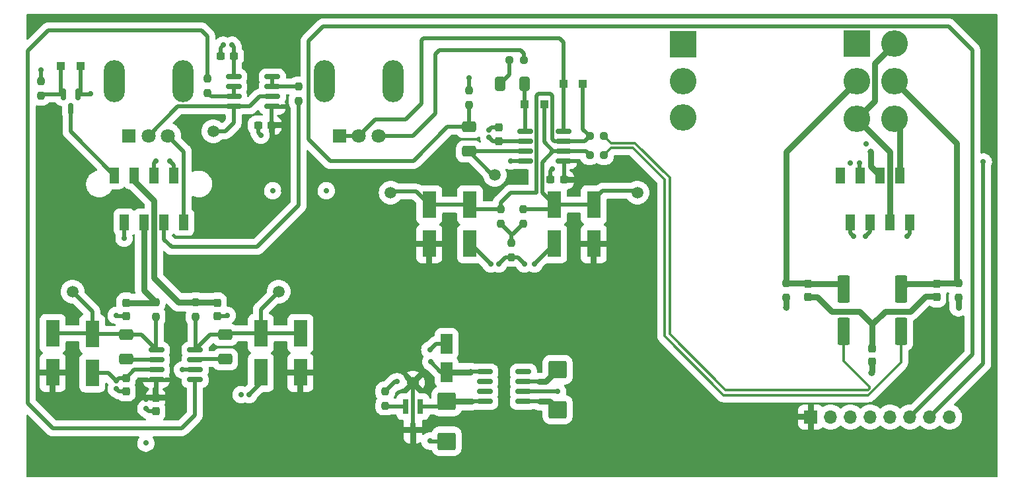
<source format=gbr>
%TF.GenerationSoftware,KiCad,Pcbnew,(6.0.9-0)*%
%TF.CreationDate,2024-08-25T20:50:42+02:00*%
%TF.ProjectId,preamp-test,70726561-6d70-42d7-9465-73742e6b6963,rev?*%
%TF.SameCoordinates,Original*%
%TF.FileFunction,Copper,L4,Bot*%
%TF.FilePolarity,Positive*%
%FSLAX46Y46*%
G04 Gerber Fmt 4.6, Leading zero omitted, Abs format (unit mm)*
G04 Created by KiCad (PCBNEW (6.0.9-0)) date 2024-08-25 20:50:42*
%MOMM*%
%LPD*%
G01*
G04 APERTURE LIST*
G04 Aperture macros list*
%AMRoundRect*
0 Rectangle with rounded corners*
0 $1 Rounding radius*
0 $2 $3 $4 $5 $6 $7 $8 $9 X,Y pos of 4 corners*
0 Add a 4 corners polygon primitive as box body*
4,1,4,$2,$3,$4,$5,$6,$7,$8,$9,$2,$3,0*
0 Add four circle primitives for the rounded corners*
1,1,$1+$1,$2,$3*
1,1,$1+$1,$4,$5*
1,1,$1+$1,$6,$7*
1,1,$1+$1,$8,$9*
0 Add four rect primitives between the rounded corners*
20,1,$1+$1,$2,$3,$4,$5,0*
20,1,$1+$1,$4,$5,$6,$7,0*
20,1,$1+$1,$6,$7,$8,$9,0*
20,1,$1+$1,$8,$9,$2,$3,0*%
G04 Aperture macros list end*
%TA.AperFunction,ComponentPad*%
%ADD10R,3.416000X3.416000*%
%TD*%
%TA.AperFunction,ComponentPad*%
%ADD11O,3.416000X3.416000*%
%TD*%
%TA.AperFunction,ComponentPad*%
%ADD12O,2.700000X5.400000*%
%TD*%
%TA.AperFunction,ComponentPad*%
%ADD13R,1.800000X1.800000*%
%TD*%
%TA.AperFunction,ComponentPad*%
%ADD14C,1.800000*%
%TD*%
%TA.AperFunction,SMDPad,CuDef*%
%ADD15RoundRect,0.237500X0.237500X-0.250000X0.237500X0.250000X-0.237500X0.250000X-0.237500X-0.250000X0*%
%TD*%
%TA.AperFunction,SMDPad,CuDef*%
%ADD16RoundRect,0.237500X-0.237500X0.250000X-0.237500X-0.250000X0.237500X-0.250000X0.237500X0.250000X0*%
%TD*%
%TA.AperFunction,SMDPad,CuDef*%
%ADD17RoundRect,0.237500X0.237500X-0.300000X0.237500X0.300000X-0.237500X0.300000X-0.237500X-0.300000X0*%
%TD*%
%TA.AperFunction,SMDPad,CuDef*%
%ADD18RoundRect,0.237500X0.250000X0.237500X-0.250000X0.237500X-0.250000X-0.237500X0.250000X-0.237500X0*%
%TD*%
%TA.AperFunction,SMDPad,CuDef*%
%ADD19RoundRect,0.150000X-0.150000X0.587500X-0.150000X-0.587500X0.150000X-0.587500X0.150000X0.587500X0*%
%TD*%
%TA.AperFunction,SMDPad,CuDef*%
%ADD20R,1.200000X2.000000*%
%TD*%
%TA.AperFunction,SMDPad,CuDef*%
%ADD21R,1.000000X1.000000*%
%TD*%
%TA.AperFunction,ComponentPad*%
%ADD22C,1.500000*%
%TD*%
%TA.AperFunction,SMDPad,CuDef*%
%ADD23R,1.800000X3.500000*%
%TD*%
%TA.AperFunction,SMDPad,CuDef*%
%ADD24RoundRect,0.237500X-0.237500X0.300000X-0.237500X-0.300000X0.237500X-0.300000X0.237500X0.300000X0*%
%TD*%
%TA.AperFunction,SMDPad,CuDef*%
%ADD25RoundRect,0.237500X-0.300000X-0.237500X0.300000X-0.237500X0.300000X0.237500X-0.300000X0.237500X0*%
%TD*%
%TA.AperFunction,SMDPad,CuDef*%
%ADD26RoundRect,0.150000X0.825000X0.150000X-0.825000X0.150000X-0.825000X-0.150000X0.825000X-0.150000X0*%
%TD*%
%TA.AperFunction,SMDPad,CuDef*%
%ADD27R,0.800000X1.900000*%
%TD*%
%TA.AperFunction,SMDPad,CuDef*%
%ADD28RoundRect,0.250000X0.650000X-0.412500X0.650000X0.412500X-0.650000X0.412500X-0.650000X-0.412500X0*%
%TD*%
%TA.AperFunction,SMDPad,CuDef*%
%ADD29RoundRect,0.250000X-0.412500X-0.650000X0.412500X-0.650000X0.412500X0.650000X-0.412500X0.650000X0*%
%TD*%
%TA.AperFunction,SMDPad,CuDef*%
%ADD30RoundRect,0.250000X0.550000X-1.050000X0.550000X1.050000X-0.550000X1.050000X-0.550000X-1.050000X0*%
%TD*%
%TA.AperFunction,SMDPad,CuDef*%
%ADD31RoundRect,0.250000X-0.550000X1.500000X-0.550000X-1.500000X0.550000X-1.500000X0.550000X1.500000X0*%
%TD*%
%TA.AperFunction,SMDPad,CuDef*%
%ADD32RoundRect,0.250000X-0.925000X0.875000X-0.925000X-0.875000X0.925000X-0.875000X0.925000X0.875000X0*%
%TD*%
%TA.AperFunction,ComponentPad*%
%ADD33R,1.700000X1.700000*%
%TD*%
%TA.AperFunction,ComponentPad*%
%ADD34O,1.700000X1.700000*%
%TD*%
%TA.AperFunction,SMDPad,CuDef*%
%ADD35RoundRect,0.237500X-0.250000X-0.237500X0.250000X-0.237500X0.250000X0.237500X-0.250000X0.237500X0*%
%TD*%
%TA.AperFunction,SMDPad,CuDef*%
%ADD36RoundRect,0.250000X0.925000X-0.875000X0.925000X0.875000X-0.925000X0.875000X-0.925000X-0.875000X0*%
%TD*%
%TA.AperFunction,ViaPad*%
%ADD37C,0.700000*%
%TD*%
%TA.AperFunction,ViaPad*%
%ADD38C,0.800000*%
%TD*%
%TA.AperFunction,Conductor*%
%ADD39C,0.500000*%
%TD*%
%TA.AperFunction,Conductor*%
%ADD40C,0.800000*%
%TD*%
%TA.AperFunction,Conductor*%
%ADD41C,0.300000*%
%TD*%
G04 APERTURE END LIST*
D10*
%TO.P,SW1,1,A*%
%TO.N,/GND*%
X121900000Y-73701000D03*
D11*
%TO.P,SW1,2,B*%
%TO.N,/InGND*%
X121900000Y-78400000D03*
%TO.P,SW1,3,C*%
%TO.N,unconnected-(SW1-Pad3)*%
X121900000Y-83099000D03*
%TD*%
D12*
%TO.P,RV2,0,ShieldPin*%
%TO.N,/GND*%
X57800000Y-78400000D03*
X49000000Y-78400000D03*
D13*
%TO.P,RV2,1,1*%
X50900000Y-85400000D03*
D14*
%TO.P,RV2,2,2*%
%TO.N,Net-(RV2-Pad2)*%
X53400000Y-85400000D03*
%TO.P,RV2,3,3*%
%TO.N,/VolumeIn*%
X55900000Y-85400000D03*
%TD*%
D12*
%TO.P,RV1,0,ShieldPin*%
%TO.N,/GND*%
X84800000Y-78400000D03*
X76000000Y-78400000D03*
D13*
%TO.P,RV1,1,1*%
%TO.N,/Preamp/Rg1*%
X77900000Y-85400000D03*
D14*
%TO.P,RV1,2,2*%
X80400000Y-85400000D03*
%TO.P,RV1,3,3*%
%TO.N,Net-(R10-Pad2)*%
X82900000Y-85400000D03*
%TD*%
D10*
%TO.P,SW2,1,A*%
%TO.N,/In+*%
X144187000Y-73566000D03*
D11*
%TO.P,SW2,2,B*%
%TO.N,/Sig+*%
X144187000Y-78396000D03*
%TO.P,SW2,3,C*%
%TO.N,/In-*%
X144187000Y-83226000D03*
%TO.P,SW2,4,A*%
X149017000Y-73566000D03*
%TO.P,SW2,5,B*%
%TO.N,/Sig-*%
X149017000Y-78396000D03*
%TO.P,SW2,6,C*%
%TO.N,/In+*%
X149017000Y-83226000D03*
%TD*%
D15*
%TO.P,R2,1*%
%TO.N,Net-(Q2-Pad1)*%
X83751500Y-120038500D03*
%TO.P,R2,2*%
%TO.N,/GND*%
X83751500Y-118213500D03*
%TD*%
D16*
%TO.P,R7,1*%
%TO.N,/Preamp/InPre+*%
X98552000Y-94845500D03*
%TO.P,R7,2*%
%TO.N,Net-(R7-Pad2)*%
X98552000Y-96670500D03*
%TD*%
D17*
%TO.P,C17,1*%
%TO.N,/GND*%
X50546000Y-118210500D03*
%TO.P,C17,2*%
%TO.N,/+9V*%
X50546000Y-116485500D03*
%TD*%
D18*
%TO.P,R5,1*%
%TO.N,/Preamp/InAC+*%
X111783500Y-85471000D03*
%TO.P,R5,2*%
%TO.N,/Preamp/InPre+*%
X109958500Y-85471000D03*
%TD*%
D19*
%TO.P,Q1,1,G*%
%TO.N,Net-(D1-Pad2)*%
X42484000Y-80088500D03*
%TO.P,Q1,2,S*%
%TO.N,/+9V*%
X44384000Y-80088500D03*
%TO.P,Q1,3,D*%
%TO.N,/Jack9V*%
X43434000Y-81963500D03*
%TD*%
D20*
%TO.P,J8,1,Pin_1*%
%TO.N,unconnected-(J8-Pad1)*%
X142050000Y-90500000D03*
%TO.P,J8,2,Pin_2*%
%TO.N,/GND*%
X143320000Y-96500000D03*
%TO.P,J8,3,Pin_3*%
%TO.N,/Snd*%
X144590000Y-90500000D03*
%TO.P,J8,4,Pin_4*%
%TO.N,/GND*%
X145860000Y-96500000D03*
%TO.P,J8,5,Pin_5*%
%TO.N,/InGND*%
X147130000Y-90500000D03*
%TO.P,J8,6,Pin_6*%
%TO.N,/In-*%
X148400000Y-96500000D03*
%TO.P,J8,7,Pin_7*%
%TO.N,/In+*%
X149670000Y-90500000D03*
%TO.P,J8,8,Pin_8*%
%TO.N,/GND*%
X150940000Y-96500000D03*
%TD*%
D21*
%TO.P,D1,1,K*%
%TO.N,/+9V*%
X44684000Y-76454000D03*
%TO.P,D1,2,A*%
%TO.N,Net-(D1-Pad2)*%
X42184000Y-76454000D03*
%TD*%
D22*
%TO.P,TP3,1,1*%
%TO.N,/Preamp/InPre+*%
X84455000Y-92710000D03*
%TD*%
D16*
%TO.P,R12,1*%
%TO.N,Net-(R12-Pad1)*%
X72644000Y-79097500D03*
%TO.P,R12,2*%
%TO.N,/InstOut*%
X72644000Y-80922500D03*
%TD*%
D23*
%TO.P,D3,1,K*%
%TO.N,/+9V*%
X105410000Y-99274000D03*
%TO.P,D3,2,A*%
%TO.N,/Preamp/InPre-*%
X105410000Y-94274000D03*
%TD*%
D18*
%TO.P,R6,1*%
%TO.N,/Preamp/InAC-*%
X111783500Y-87884000D03*
%TO.P,R6,2*%
%TO.N,/Preamp/InPre-*%
X109958500Y-87884000D03*
%TD*%
D24*
%TO.P,C6,1*%
%TO.N,Net-(C4-Pad2)*%
X146177000Y-112675500D03*
%TO.P,C6,2*%
%TO.N,/GND*%
X146177000Y-114400500D03*
%TD*%
D16*
%TO.P,R9,1*%
%TO.N,Net-(R7-Pad2)*%
X99949000Y-99163500D03*
%TO.P,R9,2*%
%TO.N,/GND*%
X99949000Y-100988500D03*
%TD*%
D22*
%TO.P,TP1,1,1*%
%TO.N,/-9V*%
X87307500Y-117094000D03*
%TD*%
D25*
%TO.P,C20,1*%
%TO.N,/GND*%
X67463500Y-84074000D03*
%TO.P,C20,2*%
%TO.N,/-9V*%
X69188500Y-84074000D03*
%TD*%
D22*
%TO.P,TP4,1,1*%
%TO.N,/Preamp/InPre-*%
X116078000Y-92710000D03*
%TD*%
D23*
%TO.P,D10,1,K*%
%TO.N,/Line Driver/LineOut+*%
X41148000Y-110784000D03*
%TO.P,D10,2,A*%
%TO.N,/-9V*%
X41148000Y-115784000D03*
%TD*%
D20*
%TO.P,J9,1,Pin_1*%
%TO.N,/Jack9V*%
X49050000Y-90500000D03*
%TO.P,J9,2,Pin_2*%
%TO.N,/GND*%
X50320000Y-96500000D03*
%TO.P,J9,3,Pin_3*%
%TO.N,/Out-*%
X51590000Y-90500000D03*
%TO.P,J9,4,Pin_4*%
%TO.N,/Out+*%
X52860000Y-96500000D03*
%TO.P,J9,5,Pin_5*%
%TO.N,/GND*%
X54130000Y-90500000D03*
%TO.P,J9,6,Pin_6*%
%TO.N,/InstOut*%
X55400000Y-96500000D03*
%TO.P,J9,7,Pin_7*%
%TO.N,/GND*%
X56670000Y-90500000D03*
%TO.P,J9,8,Pin_8*%
%TO.N,/VolumeIn*%
X57940000Y-96500000D03*
%TD*%
D26*
%TO.P,U2,1,Rg1*%
%TO.N,/Preamp/Rg1*%
X106615000Y-84836000D03*
%TO.P,U2,2,IN1*%
%TO.N,/Preamp/InPre+*%
X106615000Y-86106000D03*
%TO.P,U2,3,IN2*%
%TO.N,/Preamp/InPre-*%
X106615000Y-87376000D03*
%TO.P,U2,4,V-*%
%TO.N,/-9V*%
X106615000Y-88646000D03*
%TO.P,U2,5,Ref*%
%TO.N,/GND*%
X101665000Y-88646000D03*
%TO.P,U2,6,Out*%
%TO.N,Net-(C10-Pad1)*%
X101665000Y-87376000D03*
%TO.P,U2,7,V+*%
%TO.N,/+9V*%
X101665000Y-86106000D03*
%TO.P,U2,8,Rg2*%
%TO.N,/Preamp/Rg2*%
X101665000Y-84836000D03*
%TD*%
D23*
%TO.P,D5,1,K*%
%TO.N,/Preamp/InPre-*%
X110490000Y-94274000D03*
%TO.P,D5,2,A*%
%TO.N,/-9V*%
X110490000Y-99274000D03*
%TD*%
D26*
%TO.P,U1,1,FB/SHDN*%
%TO.N,unconnected-(U1-Pad1)*%
X101466500Y-115697000D03*
%TO.P,U1,2,CAP+*%
%TO.N,Net-(C2-Pad1)*%
X101466500Y-116967000D03*
%TO.P,U1,3,GND*%
%TO.N,/GND*%
X101466500Y-118237000D03*
%TO.P,U1,4,CAP-*%
%TO.N,Net-(C2-Pad2)*%
X101466500Y-119507000D03*
%TO.P,U1,5,-VOUT*%
%TO.N,Net-(C3-Pad2)*%
X96516500Y-119507000D03*
%TO.P,U1,6,VREF*%
%TO.N,unconnected-(U1-Pad6)*%
X96516500Y-118237000D03*
%TO.P,U1,7,OSC*%
%TO.N,unconnected-(U1-Pad7)*%
X96516500Y-116967000D03*
%TO.P,U1,8,V+*%
%TO.N,/+9V*%
X96516500Y-115697000D03*
%TD*%
D22*
%TO.P,TP7,1,1*%
%TO.N,/Line Driver/LineOut-*%
X70104000Y-105410000D03*
%TD*%
D27*
%TO.P,Q2,1,B*%
%TO.N,Net-(Q2-Pad1)*%
X86357500Y-120166000D03*
%TO.P,Q2,2,E*%
%TO.N,Net-(C3-Pad2)*%
X88257500Y-120166000D03*
%TO.P,Q2,3,C*%
%TO.N,/-9V*%
X87307500Y-123166000D03*
%TD*%
D23*
%TO.P,D8,1,K*%
%TO.N,/+9V*%
X46228000Y-115824000D03*
%TO.P,D8,2,A*%
%TO.N,/Line Driver/LineOut+*%
X46228000Y-110824000D03*
%TD*%
D28*
%TO.P,C14,1*%
%TO.N,Net-(C14-Pad1)*%
X63246000Y-114084500D03*
%TO.P,C14,2*%
%TO.N,/Line Driver/LineOut-*%
X63246000Y-110959500D03*
%TD*%
D21*
%TO.P,D6,1,K*%
%TO.N,/Preamp/InPre+*%
X109073000Y-78740000D03*
%TO.P,D6,2,A*%
%TO.N,/Preamp/Rg1*%
X106573000Y-78740000D03*
%TD*%
D22*
%TO.P,TP2,1,1*%
%TO.N,Net-(C10-Pad1)*%
X97790000Y-90424000D03*
%TD*%
D29*
%TO.P,C9,1*%
%TO.N,Net-(C9-Pad1)*%
X98513500Y-78740000D03*
%TO.P,C9,2*%
%TO.N,/Preamp/Rg2*%
X101638500Y-78740000D03*
%TD*%
D24*
%TO.P,C16,1*%
%TO.N,/Out-*%
X62230000Y-106833500D03*
%TO.P,C16,2*%
%TO.N,/GND*%
X62230000Y-108558500D03*
%TD*%
D30*
%TO.P,C1,1*%
%TO.N,/+9V*%
X91625500Y-115719000D03*
%TO.P,C1,2*%
%TO.N,/GND*%
X91625500Y-112119000D03*
%TD*%
D15*
%TO.P,R8,1*%
%TO.N,Net-(R7-Pad2)*%
X101473000Y-96670500D03*
%TO.P,R8,2*%
%TO.N,/Preamp/InPre-*%
X101473000Y-94845500D03*
%TD*%
D28*
%TO.P,C13,1*%
%TO.N,Net-(C13-Pad1)*%
X50546000Y-114084500D03*
%TO.P,C13,2*%
%TO.N,/Line Driver/LineOut+*%
X50546000Y-110959500D03*
%TD*%
D22*
%TO.P,TP6,1,1*%
%TO.N,/Line Driver/LineOut+*%
X43688000Y-105410000D03*
%TD*%
D31*
%TO.P,C8,1*%
%TO.N,/Sig-*%
X149860000Y-105101000D03*
%TO.P,C8,2*%
%TO.N,/Preamp/InAC-*%
X149860000Y-110501000D03*
%TD*%
%TO.P,C7,1*%
%TO.N,/Sig+*%
X142494000Y-105101000D03*
%TO.P,C7,2*%
%TO.N,/Preamp/InAC+*%
X142494000Y-110501000D03*
%TD*%
D17*
%TO.P,C19,1*%
%TO.N,/GND*%
X54356000Y-120750500D03*
%TO.P,C19,2*%
%TO.N,/-9V*%
X54356000Y-119025500D03*
%TD*%
D32*
%TO.P,C2,1*%
%TO.N,Net-(C2-Pad1)*%
X105849500Y-115433000D03*
%TO.P,C2,2*%
%TO.N,Net-(C2-Pad2)*%
X105849500Y-120533000D03*
%TD*%
D33*
%TO.P,J1,1,Pin_1*%
%TO.N,/-9V*%
X138303000Y-121500000D03*
D34*
%TO.P,J1,2,Pin_2*%
%TO.N,/GND*%
X140843000Y-121500000D03*
%TO.P,J1,3,Pin_3*%
%TO.N,/+9V*%
X143383000Y-121500000D03*
%TO.P,J1,4,Pin_4*%
%TO.N,/Phantom*%
X145923000Y-121500000D03*
%TO.P,J1,5,Pin_5*%
%TO.N,/GND*%
X148463000Y-121500000D03*
%TO.P,J1,6,Pin_6*%
%TO.N,/PreOut*%
X151003000Y-121500000D03*
%TO.P,J1,7,Pin_7*%
%TO.N,/Snd*%
X153543000Y-121500000D03*
%TO.P,J1,8,Pin_8*%
%TO.N,/GND*%
X156083000Y-121500000D03*
%TD*%
D23*
%TO.P,D9,1,K*%
%TO.N,/+9V*%
X67818000Y-115784000D03*
%TO.P,D9,2,A*%
%TO.N,/Line Driver/LineOut-*%
X67818000Y-110784000D03*
%TD*%
D15*
%TO.P,FB2,1*%
%TO.N,/Line Driver/LineOut-*%
X59436000Y-108608500D03*
%TO.P,FB2,2*%
%TO.N,/Out-*%
X59436000Y-106783500D03*
%TD*%
%TO.P,R4,1*%
%TO.N,/Phantom*%
X157226000Y-106173500D03*
%TO.P,R4,2*%
%TO.N,/Sig-*%
X157226000Y-104348500D03*
%TD*%
D25*
%TO.P,C12,1*%
%TO.N,/GND*%
X104928500Y-91059000D03*
%TO.P,C12,2*%
%TO.N,/-9V*%
X106653500Y-91059000D03*
%TD*%
D23*
%TO.P,D2,1,K*%
%TO.N,/+9V*%
X94615000Y-99274000D03*
%TO.P,D2,2,A*%
%TO.N,/Preamp/InPre+*%
X94615000Y-94274000D03*
%TD*%
D24*
%TO.P,C11,1*%
%TO.N,/GND*%
X98298000Y-84354500D03*
%TO.P,C11,2*%
%TO.N,/+9V*%
X98298000Y-86079500D03*
%TD*%
D35*
%TO.P,R10,1*%
%TO.N,Net-(C9-Pad1)*%
X99671500Y-75692000D03*
%TO.P,R10,2*%
%TO.N,Net-(R10-Pad2)*%
X101496500Y-75692000D03*
%TD*%
D17*
%TO.P,C15,1*%
%TO.N,/GND*%
X50546000Y-108558500D03*
%TO.P,C15,2*%
%TO.N,/Out+*%
X50546000Y-106833500D03*
%TD*%
D24*
%TO.P,C4,1*%
%TO.N,/Sig+*%
X137922000Y-104398500D03*
%TO.P,C4,2*%
%TO.N,Net-(C4-Pad2)*%
X137922000Y-106123500D03*
%TD*%
D15*
%TO.P,R11,1*%
%TO.N,/PreOut*%
X94488000Y-81430500D03*
%TO.P,R11,2*%
%TO.N,/GND*%
X94488000Y-79605500D03*
%TD*%
D26*
%TO.P,U4,1,Out-*%
%TO.N,/Line Driver/LineOut-*%
X59371000Y-112903000D03*
%TO.P,U4,2,Sns-*%
%TO.N,Net-(C14-Pad1)*%
X59371000Y-114173000D03*
%TO.P,U4,3,GND*%
%TO.N,/GND*%
X59371000Y-115443000D03*
%TO.P,U4,4,In*%
%TO.N,Net-(R13-Pad2)*%
X59371000Y-116713000D03*
%TO.P,U4,5,V-*%
%TO.N,/-9V*%
X54421000Y-116713000D03*
%TO.P,U4,6,V+*%
%TO.N,/+9V*%
X54421000Y-115443000D03*
%TO.P,U4,7,Sns+*%
%TO.N,Net-(C13-Pad1)*%
X54421000Y-114173000D03*
%TO.P,U4,8,Out+*%
%TO.N,/Line Driver/LineOut+*%
X54421000Y-112903000D03*
%TD*%
D25*
%TO.P,C18,1*%
%TO.N,/GND*%
X62637500Y-75184000D03*
%TO.P,C18,2*%
%TO.N,/+9V*%
X64362500Y-75184000D03*
%TD*%
D21*
%TO.P,D7,1,K*%
%TO.N,/Preamp/InPre-*%
X104120000Y-81407000D03*
%TO.P,D7,2,A*%
%TO.N,/Preamp/Rg2*%
X101620000Y-81407000D03*
%TD*%
D16*
%TO.P,R3,1*%
%TO.N,/Sig+*%
X135128000Y-104348500D03*
%TO.P,R3,2*%
%TO.N,/Phantom*%
X135128000Y-106173500D03*
%TD*%
D26*
%TO.P,U3,1*%
%TO.N,Net-(R12-Pad1)*%
X69277000Y-77851000D03*
%TO.P,U3,2,-*%
X69277000Y-79121000D03*
%TO.P,U3,3,+*%
%TO.N,Net-(RV2-Pad2)*%
X69277000Y-80391000D03*
%TO.P,U3,4,V-*%
%TO.N,/-9V*%
X69277000Y-81661000D03*
%TO.P,U3,5,+*%
%TO.N,Net-(RV2-Pad2)*%
X64327000Y-81661000D03*
%TO.P,U3,6,-*%
%TO.N,Net-(R13-Pad1)*%
X64327000Y-80391000D03*
%TO.P,U3,7*%
X64327000Y-79121000D03*
%TO.P,U3,8,V+*%
%TO.N,/+9V*%
X64327000Y-77851000D03*
%TD*%
D15*
%TO.P,R13,1*%
%TO.N,Net-(R13-Pad1)*%
X60960000Y-79906500D03*
%TO.P,R13,2*%
%TO.N,Net-(R13-Pad2)*%
X60960000Y-78081500D03*
%TD*%
%TO.P,FB1,1*%
%TO.N,/Line Driver/LineOut+*%
X54356000Y-108608500D03*
%TO.P,FB1,2*%
%TO.N,/Out+*%
X54356000Y-106783500D03*
%TD*%
D23*
%TO.P,D4,1,K*%
%TO.N,/Preamp/InPre+*%
X89408000Y-94274000D03*
%TO.P,D4,2,A*%
%TO.N,/-9V*%
X89408000Y-99274000D03*
%TD*%
D22*
%TO.P,TP5,1,1*%
%TO.N,Net-(RV2-Pad2)*%
X61722000Y-84836000D03*
%TD*%
D36*
%TO.P,C3,1*%
%TO.N,/GND*%
X91625500Y-124597000D03*
%TO.P,C3,2*%
%TO.N,Net-(C3-Pad2)*%
X91625500Y-119497000D03*
%TD*%
D23*
%TO.P,D11,1,K*%
%TO.N,/Line Driver/LineOut-*%
X72898000Y-110784000D03*
%TO.P,D11,2,A*%
%TO.N,/-9V*%
X72898000Y-115784000D03*
%TD*%
D17*
%TO.P,C5,1*%
%TO.N,Net-(C4-Pad2)*%
X154432000Y-106123500D03*
%TO.P,C5,2*%
%TO.N,/Sig-*%
X154432000Y-104398500D03*
%TD*%
D16*
%TO.P,R1,1*%
%TO.N,/GND*%
X39624000Y-78439000D03*
%TO.P,R1,2*%
%TO.N,Net-(D1-Pad2)*%
X39624000Y-80264000D03*
%TD*%
D28*
%TO.P,C10,1*%
%TO.N,Net-(C10-Pad1)*%
X94488000Y-87414500D03*
%TO.P,C10,2*%
%TO.N,/PreOut*%
X94488000Y-84289500D03*
%TD*%
D37*
%TO.N,/+9V*%
X97028000Y-85598000D03*
X45974000Y-80010000D03*
X49276000Y-116840000D03*
X64135000Y-73787000D03*
X102870000Y-101854000D03*
X89593500Y-114427000D03*
X66294000Y-118618000D03*
X97282000Y-101854000D03*
%TO.N,/GND*%
X101600000Y-101854000D03*
X98298000Y-101854000D03*
X39624000Y-76962000D03*
X53086000Y-124841000D03*
X65278000Y-118618000D03*
X145415000Y-86487000D03*
X76200000Y-92456000D03*
X145288000Y-98298000D03*
X85275500Y-116967000D03*
X105849500Y-118237000D03*
X56134000Y-88646000D03*
X143764000Y-98298000D03*
X89466500Y-112903000D03*
X105156000Y-89662000D03*
X89466500Y-124587000D03*
X62992000Y-73787000D03*
X49276000Y-117856000D03*
X57785000Y-115443000D03*
X67818000Y-85344000D03*
X97028000Y-84698497D03*
X50292000Y-98552000D03*
X49276000Y-108458000D03*
X150622000Y-98298000D03*
X69342000Y-92456000D03*
X94488000Y-77978000D03*
D38*
X146050000Y-115824000D03*
D37*
X63500000Y-108458000D03*
X53086000Y-120396000D03*
X143383000Y-88900000D03*
X54356000Y-88646000D03*
X99822000Y-88646000D03*
%TO.N,/-9V*%
X74803000Y-92456000D03*
X53086000Y-119253000D03*
X70739000Y-92456000D03*
X51689000Y-124841000D03*
D38*
%TO.N,/InGND*%
X146000000Y-87500000D03*
%TO.N,/Phantom*%
X135128000Y-107442000D03*
D37*
X157226000Y-107442000D03*
%TO.N,/Snd*%
X160401000Y-88773000D03*
X144526000Y-88900000D03*
%TD*%
D39*
%TO.N,/+9V*%
X97509500Y-86079500D02*
X97028000Y-85598000D01*
X45895500Y-80088500D02*
X45974000Y-80010000D01*
D40*
X94673500Y-115697000D02*
X94651500Y-115719000D01*
X94651500Y-115719000D02*
X91625500Y-115719000D01*
D39*
X44384000Y-80088500D02*
X44625500Y-80088500D01*
X46228000Y-115824000D02*
X48260000Y-115824000D01*
X98324500Y-86106000D02*
X98298000Y-86079500D01*
X64362500Y-75184000D02*
X64362500Y-74014500D01*
X105410000Y-99274000D02*
X105410000Y-99314000D01*
X89593500Y-114427000D02*
X90885500Y-115719000D01*
X64362500Y-75184000D02*
X64362500Y-77815500D01*
X90885500Y-115719000D02*
X91625500Y-115719000D01*
X67818000Y-115784000D02*
X67818000Y-117094000D01*
X48260000Y-115824000D02*
X49276000Y-116840000D01*
X49630500Y-116485500D02*
X49276000Y-116840000D01*
X44625500Y-80088500D02*
X45895500Y-80088500D01*
X44625500Y-80088500D02*
X44684000Y-80030000D01*
X105410000Y-99314000D02*
X102870000Y-101854000D01*
X54421000Y-115443000D02*
X51588500Y-115443000D01*
X64362500Y-74014500D02*
X64135000Y-73787000D01*
X50546000Y-116485500D02*
X49630500Y-116485500D01*
X94702000Y-99274000D02*
X97282000Y-101854000D01*
X98298000Y-86079500D02*
X97509500Y-86079500D01*
X94615000Y-99274000D02*
X94702000Y-99274000D01*
X44684000Y-80030000D02*
X44684000Y-76454000D01*
X67818000Y-117094000D02*
X66294000Y-118618000D01*
X51588500Y-115443000D02*
X50546000Y-116485500D01*
X94673500Y-115697000D02*
X96516500Y-115697000D01*
X101665000Y-86106000D02*
X98324500Y-86106000D01*
X64362500Y-77815500D02*
X64327000Y-77851000D01*
%TO.N,/GND*%
X91625500Y-124597000D02*
X89476500Y-124597000D01*
X85275500Y-116967000D02*
X84998000Y-116967000D01*
X62230000Y-108558500D02*
X63399500Y-108558500D01*
X143320000Y-96500000D02*
X143320000Y-97854000D01*
X97371997Y-84354500D02*
X97028000Y-84698497D01*
X101665000Y-88646000D02*
X99822000Y-88646000D01*
X50320000Y-96500000D02*
X50320000Y-98524000D01*
X56670000Y-89182000D02*
X56134000Y-88646000D01*
X50320000Y-98524000D02*
X50292000Y-98552000D01*
X99949000Y-100988500D02*
X100734500Y-100988500D01*
X53440500Y-120750500D02*
X53086000Y-120396000D01*
X145288000Y-98298000D02*
X145860000Y-97726000D01*
X54130000Y-90500000D02*
X54130000Y-88872000D01*
X56670000Y-90500000D02*
X56670000Y-89182000D01*
X145860000Y-97726000D02*
X145860000Y-96500000D01*
X62637500Y-74141500D02*
X62992000Y-73787000D01*
X39624000Y-78439000D02*
X39624000Y-76962000D01*
X99949000Y-100988500D02*
X99163500Y-100988500D01*
X54356000Y-120750500D02*
X53440500Y-120750500D01*
X62637500Y-75184000D02*
X62637500Y-74141500D01*
X104928500Y-91059000D02*
X104928500Y-89889500D01*
X63399500Y-108558500D02*
X63500000Y-108458000D01*
X150940000Y-96500000D02*
X150940000Y-97980000D01*
X54130000Y-88872000D02*
X54356000Y-88646000D01*
X89466500Y-112903000D02*
X90250500Y-112119000D01*
X49376500Y-108558500D02*
X49276000Y-108458000D01*
X104928500Y-89889500D02*
X105156000Y-89662000D01*
X143320000Y-97854000D02*
X143764000Y-98298000D01*
D40*
X146177000Y-115697000D02*
X146050000Y-115824000D01*
D39*
X84998000Y-116967000D02*
X83751500Y-118213500D01*
X57785000Y-115443000D02*
X59371000Y-115443000D01*
X94488000Y-79605500D02*
X94488000Y-77978000D01*
X89476500Y-124597000D02*
X89466500Y-124587000D01*
X67463500Y-84074000D02*
X67463500Y-84989500D01*
D40*
X146177000Y-114400500D02*
X146177000Y-115697000D01*
D39*
X50546000Y-118210500D02*
X49630500Y-118210500D01*
X49630500Y-118210500D02*
X49276000Y-117856000D01*
X99163500Y-100988500D02*
X98298000Y-101854000D01*
X101466500Y-118237000D02*
X105849500Y-118237000D01*
X100734500Y-100988500D02*
X101600000Y-101854000D01*
X150940000Y-97980000D02*
X150622000Y-98298000D01*
X98298000Y-84354500D02*
X97371997Y-84354500D01*
X50546000Y-108558500D02*
X49376500Y-108558500D01*
X67463500Y-84989500D02*
X67818000Y-85344000D01*
X90250500Y-112119000D02*
X91625500Y-112119000D01*
D40*
%TO.N,Net-(C2-Pad1)*%
X104315500Y-116967000D02*
X105849500Y-115433000D01*
D39*
X103436500Y-116967000D02*
X101466500Y-116967000D01*
D40*
X103436500Y-116967000D02*
X104315500Y-116967000D01*
D39*
%TO.N,Net-(C2-Pad2)*%
X103563500Y-119507000D02*
X101466500Y-119507000D01*
D40*
X104823500Y-119507000D02*
X105849500Y-120533000D01*
X103563500Y-119507000D02*
X104823500Y-119507000D01*
%TO.N,Net-(C3-Pad2)*%
X91635500Y-119507000D02*
X91625500Y-119497000D01*
X94800500Y-119507000D02*
X91635500Y-119507000D01*
D39*
X88257500Y-120166000D02*
X90956500Y-120166000D01*
X90956500Y-120166000D02*
X91625500Y-119497000D01*
X94800500Y-119507000D02*
X96516500Y-119507000D01*
D40*
%TO.N,/Sig+*%
X135128000Y-87455000D02*
X135128000Y-104348500D01*
X137872000Y-104348500D02*
X137922000Y-104398500D01*
X141791500Y-104398500D02*
X142494000Y-105101000D01*
X137922000Y-104398500D02*
X141791500Y-104398500D01*
X135128000Y-104348500D02*
X137872000Y-104348500D01*
X144187000Y-78396000D02*
X135128000Y-87455000D01*
%TO.N,Net-(C4-Pad2)*%
X151050000Y-107950000D02*
X147828000Y-107950000D01*
X146177000Y-109601000D02*
X146177000Y-112675500D01*
X154308500Y-106000000D02*
X153000000Y-106000000D01*
X154432000Y-106123500D02*
X154308500Y-106000000D01*
X147828000Y-107950000D02*
X146177000Y-109601000D01*
X144526000Y-107950000D02*
X146177000Y-109601000D01*
X137922000Y-106123500D02*
X139143500Y-106123500D01*
X140970000Y-107950000D02*
X144526000Y-107950000D01*
X139143500Y-106123500D02*
X140970000Y-107950000D01*
X153000000Y-106000000D02*
X151050000Y-107950000D01*
%TO.N,/Sig-*%
X154432000Y-104398500D02*
X150562500Y-104398500D01*
X149017000Y-78396000D02*
X157000000Y-86379000D01*
X154482000Y-104348500D02*
X154432000Y-104398500D01*
X157000000Y-104122500D02*
X157226000Y-104348500D01*
X150562500Y-104398500D02*
X149860000Y-105101000D01*
X157226000Y-104348500D02*
X154482000Y-104348500D01*
X157000000Y-86379000D02*
X157000000Y-104122500D01*
D41*
%TO.N,/Preamp/InAC+*%
X145796000Y-117856000D02*
X145796000Y-117602000D01*
X145613000Y-118039000D02*
X145796000Y-117856000D01*
X112665000Y-86352500D02*
X115768120Y-86352500D01*
X115768120Y-86352500D02*
X120213000Y-90797380D01*
X120213000Y-110863380D02*
X127388620Y-118039000D01*
X111783500Y-85471000D02*
X112665000Y-86352500D01*
X120213000Y-90797380D02*
X120213000Y-110863380D01*
X145796000Y-117602000D02*
X142494000Y-114300000D01*
X127388620Y-118039000D02*
X145613000Y-118039000D01*
X142494000Y-114300000D02*
X142494000Y-110501000D01*
%TO.N,/Preamp/InAC-*%
X149860000Y-114505620D02*
X149860000Y-110501000D01*
X145676620Y-118689000D02*
X149860000Y-114505620D01*
X127119380Y-118689000D02*
X145676620Y-118689000D01*
X119563000Y-111132620D02*
X127119380Y-118689000D01*
X115498880Y-87002500D02*
X119563000Y-91066620D01*
X119563000Y-91066620D02*
X119563000Y-111132620D01*
X111783500Y-87884000D02*
X112665000Y-87002500D01*
X112665000Y-87002500D02*
X115498880Y-87002500D01*
D39*
%TO.N,Net-(C9-Pad1)*%
X99671500Y-77582000D02*
X98513500Y-78740000D01*
X99671500Y-75692000D02*
X99671500Y-77582000D01*
%TO.N,/Preamp/Rg2*%
X101620000Y-78758500D02*
X101638500Y-78740000D01*
X101665000Y-84836000D02*
X101665000Y-81452000D01*
X101665000Y-81452000D02*
X101620000Y-81407000D01*
X101620000Y-81407000D02*
X101620000Y-78758500D01*
%TO.N,Net-(C10-Pad1)*%
X94488000Y-87414500D02*
X101626500Y-87414500D01*
X101626500Y-87414500D02*
X101665000Y-87376000D01*
X97790000Y-90424000D02*
X97497500Y-90424000D01*
X97497500Y-90424000D02*
X94488000Y-87414500D01*
%TO.N,/PreOut*%
X159004000Y-74422000D02*
X159004000Y-113030000D01*
X73914000Y-73279000D02*
X75819000Y-71374000D01*
X94488000Y-84289500D02*
X94488000Y-81430500D01*
X76708000Y-88646000D02*
X73914000Y-85852000D01*
X75819000Y-71374000D02*
X155956000Y-71374000D01*
X159004000Y-113030000D02*
X159004000Y-113499000D01*
X73914000Y-85852000D02*
X73914000Y-73279000D01*
X94488000Y-84289500D02*
X91732500Y-84289500D01*
X87376000Y-88646000D02*
X76708000Y-88646000D01*
X159004000Y-113499000D02*
X151003000Y-121500000D01*
X91732500Y-84289500D02*
X87376000Y-88646000D01*
X155956000Y-71374000D02*
X159004000Y-74422000D01*
%TO.N,/-9V*%
X69188500Y-81749500D02*
X69277000Y-81661000D01*
X54356000Y-116778000D02*
X54421000Y-116713000D01*
X87307500Y-123166000D02*
X87307500Y-117094000D01*
X54356000Y-119025500D02*
X54356000Y-116778000D01*
X54356000Y-119025500D02*
X53313500Y-119025500D01*
X53313500Y-119025500D02*
X53086000Y-119253000D01*
X69188500Y-84074000D02*
X69188500Y-81749500D01*
X106653500Y-91059000D02*
X106653500Y-88684500D01*
X106653500Y-88684500D02*
X106615000Y-88646000D01*
%TO.N,Net-(C13-Pad1)*%
X50634500Y-114173000D02*
X50546000Y-114084500D01*
X54421000Y-114173000D02*
X50634500Y-114173000D01*
%TO.N,/Line Driver/LineOut+*%
X50546000Y-110959500D02*
X52477500Y-110959500D01*
X41148000Y-110784000D02*
X46188000Y-110784000D01*
X54356000Y-108608500D02*
X54356000Y-112838000D01*
X46228000Y-110824000D02*
X46228000Y-107950000D01*
X46228000Y-110824000D02*
X50410500Y-110824000D01*
X54356000Y-112838000D02*
X54421000Y-112903000D01*
X46188000Y-110784000D02*
X46228000Y-110824000D01*
X46228000Y-107950000D02*
X43688000Y-105410000D01*
X50410500Y-110824000D02*
X50546000Y-110959500D01*
X52477500Y-110959500D02*
X54421000Y-112903000D01*
%TO.N,Net-(C14-Pad1)*%
X63246000Y-114084500D02*
X59459500Y-114084500D01*
X59459500Y-114084500D02*
X59371000Y-114173000D01*
%TO.N,/Line Driver/LineOut-*%
X63246000Y-110959500D02*
X61314500Y-110959500D01*
X72898000Y-110784000D02*
X67818000Y-110784000D01*
X61314500Y-110959500D02*
X59371000Y-112903000D01*
X67818000Y-110784000D02*
X63421500Y-110784000D01*
X63421500Y-110784000D02*
X63246000Y-110959500D01*
X67818000Y-107696000D02*
X70104000Y-105410000D01*
X59436000Y-108608500D02*
X59436000Y-112838000D01*
X59436000Y-112838000D02*
X59371000Y-112903000D01*
X67818000Y-110784000D02*
X67818000Y-107696000D01*
D40*
%TO.N,/Out+*%
X54306000Y-106833500D02*
X54356000Y-106783500D01*
X52860000Y-105287500D02*
X52860000Y-96500000D01*
X50546000Y-106833500D02*
X54306000Y-106833500D01*
X54356000Y-106783500D02*
X52860000Y-105287500D01*
%TO.N,/Out-*%
X59436000Y-106783500D02*
X57253500Y-106783500D01*
X54102000Y-93726000D02*
X51590000Y-91214000D01*
X62180000Y-106783500D02*
X62230000Y-106833500D01*
X57253500Y-106783500D02*
X54102000Y-103632000D01*
X59436000Y-106783500D02*
X62180000Y-106783500D01*
X51590000Y-91214000D02*
X51590000Y-90500000D01*
X54102000Y-103632000D02*
X54102000Y-93726000D01*
D39*
%TO.N,Net-(D1-Pad2)*%
X42184000Y-76454000D02*
X42184000Y-79788500D01*
X42484000Y-80088500D02*
X39799500Y-80088500D01*
X42184000Y-79788500D02*
X42484000Y-80088500D01*
X39799500Y-80088500D02*
X39624000Y-80264000D01*
%TO.N,/Preamp/InPre+*%
X98552000Y-93980000D02*
X98552000Y-94845500D01*
X109073000Y-84585500D02*
X109073000Y-78740000D01*
X103124000Y-80264000D02*
X103124000Y-92710000D01*
X105156000Y-85852000D02*
X105156000Y-80264000D01*
X98552000Y-94845500D02*
X95186500Y-94845500D01*
X103378000Y-80010000D02*
X103124000Y-80264000D01*
X95186500Y-94845500D02*
X94615000Y-94274000D01*
X99822000Y-92710000D02*
X98552000Y-93980000D01*
X106615000Y-86106000D02*
X105410000Y-86106000D01*
X104902000Y-80010000D02*
X103378000Y-80010000D01*
X106615000Y-86106000D02*
X109323500Y-86106000D01*
X87717000Y-92583000D02*
X84582000Y-92583000D01*
X84582000Y-92583000D02*
X84455000Y-92710000D01*
X103124000Y-92710000D02*
X99822000Y-92710000D01*
X105156000Y-80264000D02*
X104902000Y-80010000D01*
X109958500Y-85471000D02*
X109073000Y-84585500D01*
X105410000Y-86106000D02*
X105156000Y-85852000D01*
X89408000Y-94274000D02*
X87717000Y-92583000D01*
X94615000Y-94274000D02*
X89408000Y-94274000D01*
X109323500Y-86106000D02*
X109958500Y-85471000D01*
%TO.N,/Preamp/InPre-*%
X115824000Y-92456000D02*
X116078000Y-92710000D01*
X104120000Y-86201371D02*
X105294629Y-87376000D01*
X106615000Y-87376000D02*
X109450500Y-87376000D01*
X109450500Y-87376000D02*
X109958500Y-87884000D01*
X104120000Y-81407000D02*
X104120000Y-86201371D01*
X101473000Y-94845500D02*
X104838500Y-94845500D01*
X103886000Y-92750000D02*
X105410000Y-94274000D01*
X110490000Y-94274000D02*
X110490000Y-93599000D01*
X103886000Y-88784629D02*
X103886000Y-92750000D01*
X104838500Y-94845500D02*
X105410000Y-94274000D01*
X110490000Y-93599000D02*
X111633000Y-92456000D01*
X110490000Y-94274000D02*
X105410000Y-94274000D01*
X105294629Y-87376000D02*
X103886000Y-88784629D01*
X111633000Y-92456000D02*
X115824000Y-92456000D01*
X106615000Y-87376000D02*
X105294629Y-87376000D01*
%TO.N,/Preamp/Rg1*%
X88392000Y-81309000D02*
X88392000Y-73152000D01*
X106573000Y-73406000D02*
X106573000Y-78740000D01*
X80400000Y-85400000D02*
X82488000Y-83312000D01*
X106065000Y-72898000D02*
X106573000Y-73406000D01*
X106615000Y-84836000D02*
X106573000Y-84794000D01*
X106573000Y-84794000D02*
X106573000Y-78740000D01*
X88392000Y-73152000D02*
X88646000Y-72898000D01*
X86389000Y-83312000D02*
X88392000Y-81309000D01*
X88646000Y-72898000D02*
X106065000Y-72898000D01*
X80400000Y-85400000D02*
X77900000Y-85400000D01*
X82488000Y-83312000D02*
X86389000Y-83312000D01*
D40*
%TO.N,/InGND*%
X146000000Y-89370000D02*
X147130000Y-90500000D01*
X146000000Y-87500000D02*
X146000000Y-89370000D01*
%TO.N,/In+*%
X149670000Y-90500000D02*
X149670000Y-83879000D01*
X149670000Y-83879000D02*
X149017000Y-83226000D01*
%TO.N,/In-*%
X144187000Y-83226000D02*
X146495000Y-80918000D01*
X146495000Y-76088000D02*
X149017000Y-73566000D01*
X148400000Y-96500000D02*
X148400000Y-87439000D01*
X146495000Y-80918000D02*
X146495000Y-76088000D01*
X148400000Y-87439000D02*
X144187000Y-83226000D01*
D39*
%TO.N,/VolumeIn*%
X55900000Y-85400000D02*
X57940000Y-87440000D01*
X57940000Y-87440000D02*
X57940000Y-96500000D01*
%TO.N,/InstOut*%
X72644000Y-94361000D02*
X67310000Y-99695000D01*
X72644000Y-80922500D02*
X72644000Y-94361000D01*
X56388000Y-99695000D02*
X55400000Y-98707000D01*
X67310000Y-99695000D02*
X56388000Y-99695000D01*
X55400000Y-98707000D02*
X55400000Y-96500000D01*
D40*
%TO.N,/Phantom*%
X157226000Y-107442000D02*
X157226000Y-106173500D01*
X135128000Y-107442000D02*
X135128000Y-106173500D01*
D39*
%TO.N,Net-(Q2-Pad1)*%
X83879000Y-120166000D02*
X83751500Y-120038500D01*
X86357500Y-120166000D02*
X83879000Y-120166000D01*
%TO.N,Net-(R7-Pad2)*%
X99949000Y-98067500D02*
X100076000Y-98067500D01*
X99949000Y-99163500D02*
X99949000Y-98067500D01*
X99949000Y-98067500D02*
X98552000Y-96670500D01*
X100076000Y-98067500D02*
X101473000Y-96670500D01*
%TO.N,Net-(R10-Pad2)*%
X101092000Y-74422000D02*
X101496500Y-74826500D01*
X90170000Y-74930000D02*
X90678000Y-74422000D01*
X90678000Y-74422000D02*
X101092000Y-74422000D01*
X90170000Y-82550000D02*
X90170000Y-74930000D01*
X87320000Y-85400000D02*
X90170000Y-82550000D01*
X82900000Y-85400000D02*
X87320000Y-85400000D01*
X101496500Y-74826500D02*
X101496500Y-75692000D01*
%TO.N,Net-(R12-Pad1)*%
X69300500Y-79097500D02*
X69277000Y-79121000D01*
X72644000Y-79097500D02*
X69300500Y-79097500D01*
X69277000Y-79121000D02*
X69277000Y-77851000D01*
%TO.N,Net-(R13-Pad1)*%
X64327000Y-80391000D02*
X61444500Y-80391000D01*
X64327000Y-80391000D02*
X64327000Y-79121000D01*
X61444500Y-80391000D02*
X60960000Y-79906500D01*
%TO.N,Net-(R13-Pad2)*%
X60198000Y-71882000D02*
X40582314Y-71882000D01*
X60960000Y-72644000D02*
X60198000Y-71882000D01*
X41148000Y-122936000D02*
X57658000Y-122936000D01*
X60960000Y-78081500D02*
X60960000Y-72644000D01*
X59371000Y-121223000D02*
X59371000Y-116713000D01*
X37973000Y-74491314D02*
X37973000Y-119761000D01*
X40582314Y-71882000D02*
X37973000Y-74491314D01*
X37973000Y-119761000D02*
X41148000Y-122936000D01*
X57658000Y-122936000D02*
X59371000Y-121223000D01*
%TO.N,Net-(RV2-Pad2)*%
X66421000Y-81661000D02*
X67691000Y-80391000D01*
X53400000Y-85400000D02*
X57139000Y-81661000D01*
X67691000Y-80391000D02*
X69277000Y-80391000D01*
X63246000Y-84836000D02*
X61722000Y-84836000D01*
X64327000Y-81661000D02*
X66421000Y-81661000D01*
X57139000Y-81661000D02*
X64327000Y-81661000D01*
X64327000Y-83755000D02*
X63246000Y-84836000D01*
X64327000Y-81661000D02*
X64327000Y-83755000D01*
%TO.N,/Jack9V*%
X43434000Y-84884000D02*
X49050000Y-90500000D01*
X43434000Y-81963500D02*
X43434000Y-84884000D01*
%TO.N,/Snd*%
X144526000Y-88900000D02*
X144526000Y-90436000D01*
X160401000Y-114642000D02*
X153543000Y-121500000D01*
X144526000Y-90436000D02*
X144590000Y-90500000D01*
X160401000Y-88773000D02*
X160401000Y-114642000D01*
%TD*%
%TA.AperFunction,Conductor*%
%TO.N,/-9V*%
G36*
X162179621Y-69782502D02*
G01*
X162226114Y-69836158D01*
X162237500Y-69888500D01*
X162237500Y-129111500D01*
X162217498Y-129179621D01*
X162163842Y-129226114D01*
X162111500Y-129237500D01*
X37888500Y-129237500D01*
X37820379Y-129217498D01*
X37773886Y-129163842D01*
X37762500Y-129111500D01*
X37762500Y-121286582D01*
X37782502Y-121218461D01*
X37836158Y-121171968D01*
X37906432Y-121161864D01*
X37971012Y-121191358D01*
X37977595Y-121197487D01*
X40388163Y-123608054D01*
X40397264Y-123618196D01*
X40421096Y-123647837D01*
X40425814Y-123651796D01*
X40425820Y-123651802D01*
X40459711Y-123680240D01*
X40463363Y-123683426D01*
X40465210Y-123685101D01*
X40467384Y-123687275D01*
X40469753Y-123689221D01*
X40469763Y-123689230D01*
X40500684Y-123714629D01*
X40501668Y-123715445D01*
X40573203Y-123775470D01*
X40577891Y-123778047D01*
X40582025Y-123781443D01*
X40587451Y-123784352D01*
X40587455Y-123784355D01*
X40628018Y-123806103D01*
X40664310Y-123825563D01*
X40665402Y-123826156D01*
X40747204Y-123871127D01*
X40752304Y-123872745D01*
X40757019Y-123875273D01*
X40840826Y-123900896D01*
X40846295Y-123902568D01*
X40847553Y-123902960D01*
X40930597Y-123929303D01*
X40930600Y-123929304D01*
X40936471Y-123931166D01*
X40941786Y-123931762D01*
X40946904Y-123933327D01*
X40953029Y-123933949D01*
X40953033Y-123933950D01*
X41007167Y-123939449D01*
X41039806Y-123942764D01*
X41041007Y-123942892D01*
X41060990Y-123945134D01*
X41087504Y-123948108D01*
X41087512Y-123948108D01*
X41091003Y-123948500D01*
X41094528Y-123948500D01*
X41095567Y-123948558D01*
X41101256Y-123949006D01*
X41123111Y-123951226D01*
X41138322Y-123952771D01*
X41138325Y-123952771D01*
X41144448Y-123953393D01*
X41190295Y-123949059D01*
X41202154Y-123948500D01*
X52113089Y-123948500D01*
X52181210Y-123968502D01*
X52227703Y-124022158D01*
X52237807Y-124092432D01*
X52212039Y-124152506D01*
X52148982Y-124232493D01*
X52146294Y-124237602D01*
X52056470Y-124408329D01*
X52056468Y-124408334D01*
X52053781Y-124413441D01*
X52043618Y-124446172D01*
X52008971Y-124557753D01*
X51993149Y-124608707D01*
X51969117Y-124811753D01*
X51982489Y-125015779D01*
X52032819Y-125213951D01*
X52118419Y-125399633D01*
X52236424Y-125566606D01*
X52297997Y-125626588D01*
X52366616Y-125693433D01*
X52382882Y-125709279D01*
X52387678Y-125712484D01*
X52387681Y-125712486D01*
X52442799Y-125749314D01*
X52552887Y-125822872D01*
X52558190Y-125825150D01*
X52558193Y-125825152D01*
X52643198Y-125861673D01*
X52740746Y-125903583D01*
X52837772Y-125925538D01*
X52934532Y-125947433D01*
X52934535Y-125947433D01*
X52940168Y-125948708D01*
X52945939Y-125948935D01*
X52945941Y-125948935D01*
X53008646Y-125951398D01*
X53144473Y-125956735D01*
X53263344Y-125939500D01*
X53341099Y-125928226D01*
X53341103Y-125928225D01*
X53346821Y-125927396D01*
X53352293Y-125925538D01*
X53352295Y-125925538D01*
X53534965Y-125863529D01*
X53540433Y-125861673D01*
X53718826Y-125761768D01*
X53876026Y-125631026D01*
X54006768Y-125473826D01*
X54106673Y-125295433D01*
X54172396Y-125101821D01*
X54184872Y-125015779D01*
X54201202Y-124903147D01*
X54201735Y-124899473D01*
X54203266Y-124841000D01*
X54184557Y-124637394D01*
X54176467Y-124608707D01*
X54156807Y-124539001D01*
X54129058Y-124440608D01*
X54038626Y-124257230D01*
X53968530Y-124163360D01*
X86145500Y-124163360D01*
X86145837Y-124169876D01*
X86155814Y-124266029D01*
X86158707Y-124279426D01*
X86210441Y-124434492D01*
X86216615Y-124447670D01*
X86302408Y-124586311D01*
X86311444Y-124597711D01*
X86426833Y-124712898D01*
X86438244Y-124721910D01*
X86577043Y-124807468D01*
X86590221Y-124813612D01*
X86745397Y-124865082D01*
X86758763Y-124867948D01*
X86853676Y-124877672D01*
X86860091Y-124878000D01*
X86908385Y-124878000D01*
X86923624Y-124873525D01*
X86924829Y-124872135D01*
X86926500Y-124864452D01*
X86926500Y-124859885D01*
X87688500Y-124859885D01*
X87692975Y-124875124D01*
X87694365Y-124876329D01*
X87702048Y-124878000D01*
X87754860Y-124878000D01*
X87761376Y-124877663D01*
X87857529Y-124867686D01*
X87870926Y-124864793D01*
X88025992Y-124813059D01*
X88039170Y-124806885D01*
X88182783Y-124718015D01*
X88251235Y-124699177D01*
X88319005Y-124720338D01*
X88364576Y-124774779D01*
X88371208Y-124794142D01*
X88374445Y-124806885D01*
X88411897Y-124954354D01*
X88411899Y-124954359D01*
X88413319Y-124959951D01*
X88415736Y-124965194D01*
X88481245Y-125107295D01*
X88498919Y-125145633D01*
X88616924Y-125312606D01*
X88763382Y-125455279D01*
X88768178Y-125458484D01*
X88768181Y-125458486D01*
X88900894Y-125547161D01*
X88933387Y-125568872D01*
X88938690Y-125571150D01*
X88938693Y-125571152D01*
X89115939Y-125647303D01*
X89121246Y-125649583D01*
X89220957Y-125672146D01*
X89315032Y-125693433D01*
X89315035Y-125693433D01*
X89320668Y-125694708D01*
X89326439Y-125694935D01*
X89326441Y-125694935D01*
X89389146Y-125697398D01*
X89524973Y-125702735D01*
X89589129Y-125693433D01*
X89593054Y-125692864D01*
X89663340Y-125702884D01*
X89717051Y-125749314D01*
X89726584Y-125769864D01*
X89727556Y-125769459D01*
X89803863Y-125952773D01*
X89807290Y-125957892D01*
X89807292Y-125957896D01*
X89910891Y-126112649D01*
X89914322Y-126117774D01*
X90054726Y-126258178D01*
X90059850Y-126261608D01*
X90059851Y-126261609D01*
X90214604Y-126365208D01*
X90214608Y-126365210D01*
X90219727Y-126368637D01*
X90403041Y-126444944D01*
X90409077Y-126446161D01*
X90409080Y-126446162D01*
X90504689Y-126465440D01*
X90597685Y-126484191D01*
X90603785Y-126484500D01*
X90605383Y-126484500D01*
X91629995Y-126484499D01*
X92647214Y-126484499D01*
X92653315Y-126484191D01*
X92701357Y-126474504D01*
X92841920Y-126446162D01*
X92841923Y-126446161D01*
X92847959Y-126444944D01*
X93031273Y-126368637D01*
X93036392Y-126365210D01*
X93036396Y-126365208D01*
X93191149Y-126261609D01*
X93191150Y-126261608D01*
X93196274Y-126258178D01*
X93336678Y-126117774D01*
X93340109Y-126112649D01*
X93443708Y-125957896D01*
X93443710Y-125957892D01*
X93447137Y-125952773D01*
X93523444Y-125769459D01*
X93525741Y-125758070D01*
X93561766Y-125579401D01*
X93562691Y-125574815D01*
X93563000Y-125568715D01*
X93562999Y-123625286D01*
X93562691Y-123619185D01*
X93538955Y-123501466D01*
X93524662Y-123430580D01*
X93524661Y-123430577D01*
X93523444Y-123424541D01*
X93447137Y-123241227D01*
X93443710Y-123236108D01*
X93443708Y-123236104D01*
X93340109Y-123081351D01*
X93340108Y-123081350D01*
X93336678Y-123076226D01*
X93196274Y-122935822D01*
X93191149Y-122932391D01*
X93036396Y-122828792D01*
X93036392Y-122828790D01*
X93031273Y-122825363D01*
X93019137Y-122820311D01*
X92990940Y-122808574D01*
X92847959Y-122749056D01*
X92841923Y-122747839D01*
X92841920Y-122747838D01*
X92746311Y-122728560D01*
X92653315Y-122709809D01*
X92647215Y-122709500D01*
X92645617Y-122709500D01*
X91621005Y-122709501D01*
X90603786Y-122709501D01*
X90597685Y-122709809D01*
X90549643Y-122719496D01*
X90409080Y-122747838D01*
X90409077Y-122747839D01*
X90403041Y-122749056D01*
X90260060Y-122808574D01*
X90231864Y-122820311D01*
X90219727Y-122825363D01*
X90214608Y-122828790D01*
X90214604Y-122828792D01*
X90059851Y-122932391D01*
X90054726Y-122935822D01*
X89914322Y-123076226D01*
X89910892Y-123081350D01*
X89910891Y-123081351D01*
X89807292Y-123236104D01*
X89807290Y-123236108D01*
X89803863Y-123241227D01*
X89801494Y-123246918D01*
X89736465Y-123403139D01*
X89691821Y-123458341D01*
X89624418Y-123480644D01*
X89595564Y-123478297D01*
X89588954Y-123476982D01*
X89588950Y-123476982D01*
X89583286Y-123475855D01*
X89577511Y-123475779D01*
X89577507Y-123475779D01*
X89474966Y-123474437D01*
X89378840Y-123473178D01*
X89373143Y-123474157D01*
X89373142Y-123474157D01*
X89183027Y-123506825D01*
X89177330Y-123507804D01*
X88985505Y-123578572D01*
X88980544Y-123581524D01*
X88980543Y-123581524D01*
X88845592Y-123661812D01*
X88809788Y-123683113D01*
X88678575Y-123798183D01*
X88614173Y-123828059D01*
X88543841Y-123818373D01*
X88489909Y-123772200D01*
X88469500Y-123703450D01*
X88469500Y-123565115D01*
X88465025Y-123549876D01*
X88463635Y-123548671D01*
X88455952Y-123547000D01*
X87706615Y-123547000D01*
X87691376Y-123551475D01*
X87690171Y-123552865D01*
X87688500Y-123560548D01*
X87688500Y-124859885D01*
X86926500Y-124859885D01*
X86926500Y-123565115D01*
X86922025Y-123549876D01*
X86920635Y-123548671D01*
X86912952Y-123547000D01*
X86163615Y-123547000D01*
X86148376Y-123551475D01*
X86147171Y-123552865D01*
X86145500Y-123560548D01*
X86145500Y-124163360D01*
X53968530Y-124163360D01*
X53958470Y-124149888D01*
X53933738Y-124083340D01*
X53948912Y-124013984D01*
X53999174Y-123963841D01*
X54059428Y-123948500D01*
X57595934Y-123948500D01*
X57609543Y-123949237D01*
X57641222Y-123952679D01*
X57641225Y-123952679D01*
X57647346Y-123953344D01*
X57667581Y-123951574D01*
X57697561Y-123948951D01*
X57702388Y-123948622D01*
X57704880Y-123948500D01*
X57707964Y-123948500D01*
X57750834Y-123944297D01*
X57752079Y-123944181D01*
X57789295Y-123940925D01*
X57839017Y-123936575D01*
X57839019Y-123936575D01*
X57845152Y-123936038D01*
X57850291Y-123934545D01*
X57855614Y-123934023D01*
X57944913Y-123907062D01*
X57946177Y-123906687D01*
X57968506Y-123900200D01*
X58035829Y-123880640D01*
X58040576Y-123878179D01*
X58045701Y-123876632D01*
X58051140Y-123873740D01*
X58051145Y-123873738D01*
X58128193Y-123832771D01*
X58129360Y-123832159D01*
X58206647Y-123792097D01*
X58206652Y-123792094D01*
X58212115Y-123789262D01*
X58216295Y-123785926D01*
X58221020Y-123783413D01*
X58293421Y-123724365D01*
X58294332Y-123723630D01*
X58330891Y-123694446D01*
X58330892Y-123694445D01*
X58333643Y-123692249D01*
X58336135Y-123689757D01*
X58336910Y-123689064D01*
X58341259Y-123685349D01*
X58370119Y-123661812D01*
X58370122Y-123661809D01*
X58374894Y-123657917D01*
X58404248Y-123622434D01*
X58412237Y-123613655D01*
X60043059Y-121982833D01*
X60053202Y-121973731D01*
X60078037Y-121953763D01*
X60082837Y-121949904D01*
X60115230Y-121911299D01*
X60118410Y-121907655D01*
X60120094Y-121905798D01*
X60122276Y-121903616D01*
X60149681Y-121870254D01*
X60150457Y-121869318D01*
X60151193Y-121868442D01*
X60210470Y-121797797D01*
X60213047Y-121793109D01*
X60216443Y-121788975D01*
X60219352Y-121783549D01*
X60219355Y-121783545D01*
X60254249Y-121718466D01*
X60260563Y-121706690D01*
X60261157Y-121705596D01*
X60303159Y-121629195D01*
X60303159Y-121629194D01*
X60306127Y-121623796D01*
X60307745Y-121618696D01*
X60310273Y-121613981D01*
X60337568Y-121524705D01*
X60337960Y-121523447D01*
X60364303Y-121440403D01*
X60364304Y-121440400D01*
X60366166Y-121434529D01*
X60366762Y-121429214D01*
X60368327Y-121424096D01*
X60368983Y-121417645D01*
X60377759Y-121331242D01*
X60377899Y-121329930D01*
X60383108Y-121283496D01*
X60383108Y-121283488D01*
X60383500Y-121279997D01*
X60383500Y-121276472D01*
X60383558Y-121275433D01*
X60384007Y-121269727D01*
X60384467Y-121265207D01*
X60388393Y-121226552D01*
X60384059Y-121180704D01*
X60383500Y-121168846D01*
X60383500Y-117854132D01*
X60403502Y-117786011D01*
X60457158Y-117739518D01*
X60476889Y-117732425D01*
X60524812Y-117719584D01*
X60530685Y-117716591D01*
X60530689Y-117716590D01*
X60617314Y-117672452D01*
X60695720Y-117632502D01*
X60844789Y-117511789D01*
X60849232Y-117506303D01*
X60961347Y-117367851D01*
X60965502Y-117362720D01*
X61021536Y-117252747D01*
X61049590Y-117197689D01*
X61049591Y-117197685D01*
X61052584Y-117191812D01*
X61054341Y-117185258D01*
X61077826Y-117097609D01*
X61102230Y-117006533D01*
X61104114Y-116982595D01*
X61108307Y-116929320D01*
X61108307Y-116929311D01*
X61108500Y-116926863D01*
X61108499Y-116499138D01*
X61102230Y-116419467D01*
X61078793Y-116332000D01*
X61054291Y-116240557D01*
X61054290Y-116240553D01*
X61052584Y-116234188D01*
X61044159Y-116217652D01*
X61016766Y-116163891D01*
X61002148Y-116135202D01*
X60989044Y-116065427D01*
X61002148Y-116020797D01*
X61014586Y-115996388D01*
X61034872Y-115956574D01*
X61049590Y-115927689D01*
X61049591Y-115927685D01*
X61052584Y-115921812D01*
X61054860Y-115913320D01*
X61084789Y-115801621D01*
X61102230Y-115736533D01*
X61102683Y-115730780D01*
X61108307Y-115659320D01*
X61108307Y-115659311D01*
X61108500Y-115656863D01*
X61108499Y-115229138D01*
X61108393Y-115227792D01*
X61125669Y-115159090D01*
X61177459Y-115110528D01*
X61234258Y-115097000D01*
X61713442Y-115097000D01*
X61781563Y-115117002D01*
X61808785Y-115141225D01*
X61809822Y-115142774D01*
X61950226Y-115283178D01*
X61955350Y-115286608D01*
X61955351Y-115286609D01*
X62110104Y-115390208D01*
X62110108Y-115390210D01*
X62115227Y-115393637D01*
X62120918Y-115396006D01*
X62130811Y-115400124D01*
X62298541Y-115469944D01*
X62304577Y-115471161D01*
X62304580Y-115471162D01*
X62363971Y-115483137D01*
X62493185Y-115509191D01*
X62499285Y-115509500D01*
X62500883Y-115509500D01*
X63249285Y-115509499D01*
X63992714Y-115509499D01*
X63998815Y-115509191D01*
X64109094Y-115486955D01*
X64187420Y-115471162D01*
X64187423Y-115471161D01*
X64193459Y-115469944D01*
X64361189Y-115400124D01*
X64371082Y-115396006D01*
X64376773Y-115393637D01*
X64381892Y-115390210D01*
X64381896Y-115390208D01*
X64536649Y-115286609D01*
X64536650Y-115286608D01*
X64541774Y-115283178D01*
X64682178Y-115142774D01*
X64701121Y-115114477D01*
X64789208Y-114982896D01*
X64789210Y-114982892D01*
X64792637Y-114977773D01*
X64868944Y-114794459D01*
X64872969Y-114774501D01*
X64894663Y-114666908D01*
X64908191Y-114599815D01*
X64908500Y-114593715D01*
X64908499Y-113575286D01*
X64908191Y-113569185D01*
X64881728Y-113437944D01*
X64870162Y-113380580D01*
X64870161Y-113380577D01*
X64868944Y-113374541D01*
X64792637Y-113191227D01*
X64789210Y-113186108D01*
X64789208Y-113186104D01*
X64685609Y-113031351D01*
X64685608Y-113031350D01*
X64682178Y-113026226D01*
X64541774Y-112885822D01*
X64502685Y-112859654D01*
X64381896Y-112778792D01*
X64381892Y-112778790D01*
X64376773Y-112775363D01*
X64193459Y-112699056D01*
X64187423Y-112697839D01*
X64187420Y-112697838D01*
X64052863Y-112670707D01*
X63998815Y-112659809D01*
X63992715Y-112659500D01*
X63991117Y-112659500D01*
X63242715Y-112659501D01*
X62499286Y-112659501D01*
X62493185Y-112659809D01*
X62466488Y-112665192D01*
X62304580Y-112697838D01*
X62304577Y-112697839D01*
X62298541Y-112699056D01*
X62115227Y-112775363D01*
X62110108Y-112778790D01*
X62110104Y-112778792D01*
X61989315Y-112859654D01*
X61950226Y-112885822D01*
X61809822Y-113026226D01*
X61809305Y-113026998D01*
X61752112Y-113065919D01*
X61713442Y-113072000D01*
X61234500Y-113072000D01*
X61166379Y-113051998D01*
X61119886Y-112998342D01*
X61108500Y-112946000D01*
X61108499Y-112691609D01*
X61108499Y-112689138D01*
X61106363Y-112661989D01*
X61120960Y-112592509D01*
X61142877Y-112563014D01*
X61659875Y-112046016D01*
X61722187Y-112011991D01*
X61793003Y-112017056D01*
X61838065Y-112046017D01*
X61950226Y-112158178D01*
X61955350Y-112161608D01*
X61955351Y-112161609D01*
X62110104Y-112265208D01*
X62110108Y-112265210D01*
X62115227Y-112268637D01*
X62298541Y-112344944D01*
X62304577Y-112346161D01*
X62304580Y-112346162D01*
X62400189Y-112365440D01*
X62493185Y-112384191D01*
X62499285Y-112384500D01*
X62500883Y-112384500D01*
X63249285Y-112384499D01*
X63992714Y-112384499D01*
X63998815Y-112384191D01*
X64046857Y-112374504D01*
X64187420Y-112346162D01*
X64187423Y-112346161D01*
X64193459Y-112344944D01*
X64376773Y-112268637D01*
X64381892Y-112265210D01*
X64381896Y-112265208D01*
X64536649Y-112161609D01*
X64536650Y-112161608D01*
X64541774Y-112158178D01*
X64682178Y-112017774D01*
X64692255Y-112002722D01*
X64792637Y-111852773D01*
X64794990Y-111854348D01*
X64836253Y-111812408D01*
X64897537Y-111796500D01*
X66029500Y-111796500D01*
X66097621Y-111816502D01*
X66144114Y-111870158D01*
X66155500Y-111922500D01*
X66155500Y-112584666D01*
X66155837Y-112587912D01*
X66155837Y-112587916D01*
X66165686Y-112682833D01*
X66166532Y-112690990D01*
X66168713Y-112697526D01*
X66168713Y-112697528D01*
X66169223Y-112699056D01*
X66222803Y-112859654D01*
X66316366Y-113010850D01*
X66442201Y-113136466D01*
X66505744Y-113175634D01*
X66507558Y-113176752D01*
X66555051Y-113229524D01*
X66566475Y-113299596D01*
X66538201Y-113364720D01*
X66507750Y-113391153D01*
X66441150Y-113432366D01*
X66315534Y-113558201D01*
X66311694Y-113564431D01*
X66311693Y-113564432D01*
X66297521Y-113587424D01*
X66222236Y-113709560D01*
X66219931Y-113716508D01*
X66219931Y-113716509D01*
X66182319Y-113829905D01*
X66166259Y-113878322D01*
X66155500Y-113983334D01*
X66155500Y-117272419D01*
X66135498Y-117340540D01*
X66118595Y-117361514D01*
X65923718Y-117556391D01*
X65878234Y-117585508D01*
X65827103Y-117604371D01*
X65756271Y-117609183D01*
X65736804Y-117603190D01*
X65595321Y-117546743D01*
X65589653Y-117545616D01*
X65589651Y-117545615D01*
X65400454Y-117507982D01*
X65400450Y-117507982D01*
X65394786Y-117506855D01*
X65389011Y-117506779D01*
X65389007Y-117506779D01*
X65286466Y-117505437D01*
X65190340Y-117504178D01*
X65184643Y-117505157D01*
X65184642Y-117505157D01*
X64994527Y-117537825D01*
X64988830Y-117538804D01*
X64797005Y-117609572D01*
X64792044Y-117612524D01*
X64792043Y-117612524D01*
X64668542Y-117686000D01*
X64621288Y-117714113D01*
X64467564Y-117848925D01*
X64463992Y-117853456D01*
X64358184Y-117987673D01*
X64340982Y-118009493D01*
X64338294Y-118014602D01*
X64248470Y-118185329D01*
X64248468Y-118185334D01*
X64245781Y-118190441D01*
X64221150Y-118269764D01*
X64193587Y-118358533D01*
X64185149Y-118385707D01*
X64161117Y-118588753D01*
X64174489Y-118792779D01*
X64224819Y-118990951D01*
X64227236Y-118996194D01*
X64298867Y-119151574D01*
X64310419Y-119176633D01*
X64428424Y-119343606D01*
X64574882Y-119486279D01*
X64579678Y-119489484D01*
X64579681Y-119489486D01*
X64691530Y-119564220D01*
X64744887Y-119599872D01*
X64750190Y-119602150D01*
X64750193Y-119602152D01*
X64839518Y-119640529D01*
X64932746Y-119680583D01*
X65029772Y-119702538D01*
X65126532Y-119724433D01*
X65126535Y-119724433D01*
X65132168Y-119725708D01*
X65137939Y-119725935D01*
X65137941Y-119725935D01*
X65200646Y-119728398D01*
X65336473Y-119733735D01*
X65455344Y-119716500D01*
X65533099Y-119705226D01*
X65533103Y-119705225D01*
X65538821Y-119704396D01*
X65544293Y-119702538D01*
X65544295Y-119702538D01*
X65726969Y-119640528D01*
X65726971Y-119640527D01*
X65732433Y-119638673D01*
X65737466Y-119635855D01*
X65739749Y-119634838D01*
X65810116Y-119625404D01*
X65840732Y-119634176D01*
X65948746Y-119680583D01*
X66045772Y-119702538D01*
X66142532Y-119724433D01*
X66142535Y-119724433D01*
X66148168Y-119725708D01*
X66153939Y-119725935D01*
X66153941Y-119725935D01*
X66216646Y-119728398D01*
X66352473Y-119733735D01*
X66373288Y-119730717D01*
X82514000Y-119730717D01*
X82514001Y-120346282D01*
X82514250Y-120349069D01*
X82514250Y-120349076D01*
X82518074Y-120391922D01*
X82524729Y-120466498D01*
X82526381Y-120472258D01*
X82526381Y-120472260D01*
X82562131Y-120596936D01*
X82580726Y-120661783D01*
X82674847Y-120841820D01*
X82678878Y-120846762D01*
X82678879Y-120846764D01*
X82683780Y-120852773D01*
X82803247Y-120999253D01*
X82808187Y-121003282D01*
X82953266Y-121121606D01*
X82960680Y-121127653D01*
X83140717Y-121221774D01*
X83336002Y-121277771D01*
X83360944Y-121279997D01*
X83453424Y-121288251D01*
X83453430Y-121288251D01*
X83456217Y-121288500D01*
X83751500Y-121288500D01*
X84046782Y-121288499D01*
X84049569Y-121288250D01*
X84049576Y-121288250D01*
X84161026Y-121278304D01*
X84161027Y-121278304D01*
X84166998Y-121277771D01*
X84172758Y-121276119D01*
X84172760Y-121276119D01*
X84356145Y-121223534D01*
X84362283Y-121221774D01*
X84404323Y-121199796D01*
X84417633Y-121192838D01*
X84476008Y-121178500D01*
X85084701Y-121178500D01*
X85152822Y-121198502D01*
X85199315Y-121252158D01*
X85205941Y-121272116D01*
X85206032Y-121272990D01*
X85262303Y-121441654D01*
X85355866Y-121592850D01*
X85481701Y-121718466D01*
X85633060Y-121811764D01*
X85640008Y-121814069D01*
X85640009Y-121814069D01*
X85795291Y-121865575D01*
X85795293Y-121865576D01*
X85801822Y-121867741D01*
X85906834Y-121878500D01*
X86042052Y-121878500D01*
X86110173Y-121898502D01*
X86156666Y-121952158D01*
X86166770Y-122022432D01*
X86161646Y-122044166D01*
X86158417Y-122053902D01*
X86155552Y-122067263D01*
X86145828Y-122162176D01*
X86145500Y-122168591D01*
X86145500Y-122766885D01*
X86149975Y-122782124D01*
X86151365Y-122783329D01*
X86159048Y-122785000D01*
X88451385Y-122785000D01*
X88466624Y-122780525D01*
X88467829Y-122779135D01*
X88469500Y-122771452D01*
X88469500Y-122168640D01*
X88469163Y-122162124D01*
X88459186Y-122065971D01*
X88456293Y-122052576D01*
X88453558Y-122044379D01*
X88450972Y-121973429D01*
X88487154Y-121912345D01*
X88550618Y-121880518D01*
X88573081Y-121878500D01*
X88708166Y-121878500D01*
X88711412Y-121878163D01*
X88711416Y-121878163D01*
X88807632Y-121868180D01*
X88807636Y-121868179D01*
X88814490Y-121867468D01*
X88821026Y-121865287D01*
X88821028Y-121865287D01*
X88952777Y-121821332D01*
X88983154Y-121811197D01*
X89134350Y-121717634D01*
X89259966Y-121591799D01*
X89353264Y-121440440D01*
X89389484Y-121331242D01*
X89407078Y-121278200D01*
X89407079Y-121278198D01*
X89407996Y-121275433D01*
X89409241Y-121271678D01*
X89410372Y-121272053D01*
X89440943Y-121215669D01*
X89503154Y-121181459D01*
X89530302Y-121178500D01*
X90046800Y-121178500D01*
X90116893Y-121199796D01*
X90213217Y-121264279D01*
X90219727Y-121268637D01*
X90403041Y-121344944D01*
X90409077Y-121346161D01*
X90409080Y-121346162D01*
X90504689Y-121365440D01*
X90597685Y-121384191D01*
X90603785Y-121384500D01*
X90605383Y-121384500D01*
X91629995Y-121384499D01*
X92647214Y-121384499D01*
X92653315Y-121384191D01*
X92701357Y-121374504D01*
X92841920Y-121346162D01*
X92841923Y-121346161D01*
X92847959Y-121344944D01*
X93031273Y-121268637D01*
X93036392Y-121265210D01*
X93036396Y-121265208D01*
X93191149Y-121161609D01*
X93191150Y-121161608D01*
X93196274Y-121158178D01*
X93336678Y-121017774D01*
X93360364Y-120982392D01*
X93443708Y-120857896D01*
X93443710Y-120857892D01*
X93447137Y-120852773D01*
X93491134Y-120747078D01*
X93535778Y-120691875D01*
X93607458Y-120669500D01*
X94854696Y-120669500D01*
X94964640Y-120659397D01*
X95007501Y-120655459D01*
X95007503Y-120655459D01*
X95013256Y-120654930D01*
X95198836Y-120602591D01*
X95213328Y-120598504D01*
X95213330Y-120598503D01*
X95218887Y-120596936D01*
X95224063Y-120594384D01*
X95224067Y-120594382D01*
X95336497Y-120538938D01*
X95406440Y-120526748D01*
X95424838Y-120530237D01*
X95547967Y-120563230D01*
X95553717Y-120563683D01*
X95553720Y-120563683D01*
X95625180Y-120569307D01*
X95625189Y-120569307D01*
X95627637Y-120569500D01*
X96516140Y-120569500D01*
X97405362Y-120569499D01*
X97441819Y-120566630D01*
X97479282Y-120563683D01*
X97479287Y-120563682D01*
X97485033Y-120563230D01*
X97575691Y-120538938D01*
X97663943Y-120515291D01*
X97663947Y-120515290D01*
X97670312Y-120513584D01*
X97676185Y-120510591D01*
X97676189Y-120510590D01*
X97774444Y-120460526D01*
X97841220Y-120426502D01*
X97915004Y-120366753D01*
X97985163Y-120309940D01*
X97990289Y-120305789D01*
X98111002Y-120156720D01*
X98198084Y-119985812D01*
X98201260Y-119973962D01*
X98227455Y-119876200D01*
X98247730Y-119800533D01*
X98253005Y-119733508D01*
X98253807Y-119723320D01*
X98253807Y-119723311D01*
X98254000Y-119720863D01*
X98253999Y-119293138D01*
X98253999Y-119293137D01*
X99729000Y-119293137D01*
X99729001Y-119720862D01*
X99729949Y-119732906D01*
X99734646Y-119792602D01*
X99735270Y-119800533D01*
X99753732Y-119869433D01*
X99781741Y-119973962D01*
X99784916Y-119985812D01*
X99871998Y-120156720D01*
X99992711Y-120305789D01*
X99997837Y-120309940D01*
X100067996Y-120366753D01*
X100141780Y-120426502D01*
X100208556Y-120460526D01*
X100306811Y-120510590D01*
X100306815Y-120510591D01*
X100312688Y-120513584D01*
X100319053Y-120515290D01*
X100319057Y-120515291D01*
X100403422Y-120537896D01*
X100497967Y-120563230D01*
X100503717Y-120563683D01*
X100503720Y-120563683D01*
X100575180Y-120569307D01*
X100575189Y-120569307D01*
X100577637Y-120569500D01*
X101466140Y-120569500D01*
X102355362Y-120569499D01*
X102391819Y-120566630D01*
X102429282Y-120563683D01*
X102429287Y-120563682D01*
X102435033Y-120563230D01*
X102582211Y-120523793D01*
X102614824Y-120519500D01*
X102959946Y-120519500D01*
X103018613Y-120533992D01*
X103116725Y-120585611D01*
X103122246Y-120587325D01*
X103122250Y-120587327D01*
X103315252Y-120647256D01*
X103315257Y-120647257D01*
X103320767Y-120648968D01*
X103351218Y-120652572D01*
X103490555Y-120669064D01*
X103490561Y-120669064D01*
X103494242Y-120669500D01*
X103786001Y-120669500D01*
X103854122Y-120689502D01*
X103900615Y-120743158D01*
X103912001Y-120795500D01*
X103912001Y-121504714D01*
X103912309Y-121510815D01*
X103913234Y-121515401D01*
X103913234Y-121515402D01*
X103947889Y-121687271D01*
X103951556Y-121705459D01*
X104027863Y-121888773D01*
X104031290Y-121893892D01*
X104031292Y-121893896D01*
X104134891Y-122048649D01*
X104138322Y-122053774D01*
X104278726Y-122194178D01*
X104283850Y-122197608D01*
X104283851Y-122197609D01*
X104438604Y-122301208D01*
X104438608Y-122301210D01*
X104443727Y-122304637D01*
X104627041Y-122380944D01*
X104633077Y-122382161D01*
X104633080Y-122382162D01*
X104728689Y-122401440D01*
X104821685Y-122420191D01*
X104827785Y-122420500D01*
X104829383Y-122420500D01*
X105853995Y-122420499D01*
X106871214Y-122420499D01*
X106877315Y-122420191D01*
X106958229Y-122403876D01*
X106990545Y-122397360D01*
X136691000Y-122397360D01*
X136691337Y-122403876D01*
X136701314Y-122500029D01*
X136704207Y-122513426D01*
X136755941Y-122668492D01*
X136762115Y-122681670D01*
X136847908Y-122820311D01*
X136856944Y-122831711D01*
X136972333Y-122946898D01*
X136983744Y-122955910D01*
X137122543Y-123041468D01*
X137135721Y-123047612D01*
X137290897Y-123099082D01*
X137304263Y-123101948D01*
X137399176Y-123111672D01*
X137405591Y-123112000D01*
X137903885Y-123112000D01*
X137919124Y-123107525D01*
X137920329Y-123106135D01*
X137922000Y-123098452D01*
X137922000Y-121899115D01*
X137917525Y-121883876D01*
X137916135Y-121882671D01*
X137908452Y-121881000D01*
X136709115Y-121881000D01*
X136693876Y-121885475D01*
X136692671Y-121886865D01*
X136691000Y-121894548D01*
X136691000Y-122397360D01*
X106990545Y-122397360D01*
X107065920Y-122382162D01*
X107065923Y-122382161D01*
X107071959Y-122380944D01*
X107255273Y-122304637D01*
X107260392Y-122301210D01*
X107260396Y-122301208D01*
X107415149Y-122197609D01*
X107415150Y-122197608D01*
X107420274Y-122194178D01*
X107560678Y-122053774D01*
X107564109Y-122048649D01*
X107667708Y-121893896D01*
X107667710Y-121893892D01*
X107671137Y-121888773D01*
X107747444Y-121705459D01*
X107751112Y-121687271D01*
X107785766Y-121515401D01*
X107786691Y-121510815D01*
X107787000Y-121504715D01*
X107787000Y-121100885D01*
X136691000Y-121100885D01*
X136695475Y-121116124D01*
X136696865Y-121117329D01*
X136704548Y-121119000D01*
X137903885Y-121119000D01*
X137919124Y-121114525D01*
X137920329Y-121113135D01*
X137922000Y-121105452D01*
X137922000Y-119906115D01*
X137917525Y-119890876D01*
X137916135Y-119889671D01*
X137908452Y-119888000D01*
X137405640Y-119888000D01*
X137399124Y-119888337D01*
X137302971Y-119898314D01*
X137289574Y-119901207D01*
X137134508Y-119952941D01*
X137121330Y-119959115D01*
X136982689Y-120044908D01*
X136971289Y-120053944D01*
X136856102Y-120169333D01*
X136847090Y-120180744D01*
X136761532Y-120319543D01*
X136755388Y-120332721D01*
X136703918Y-120487897D01*
X136701052Y-120501263D01*
X136691328Y-120596176D01*
X136691000Y-120602591D01*
X136691000Y-121100885D01*
X107787000Y-121100885D01*
X107786999Y-119561286D01*
X107786691Y-119555185D01*
X107774122Y-119492850D01*
X107748662Y-119366580D01*
X107748661Y-119366577D01*
X107747444Y-119360541D01*
X107671137Y-119177227D01*
X107667710Y-119172108D01*
X107667708Y-119172104D01*
X107564109Y-119017351D01*
X107564108Y-119017350D01*
X107560678Y-119012226D01*
X107420274Y-118871822D01*
X107372962Y-118840149D01*
X107260396Y-118764792D01*
X107260392Y-118764790D01*
X107255273Y-118761363D01*
X107071959Y-118685056D01*
X107065920Y-118683838D01*
X107065919Y-118683838D01*
X107049460Y-118680519D01*
X107025596Y-118675708D01*
X106962774Y-118642637D01*
X106927803Y-118580850D01*
X106931186Y-118511697D01*
X106934038Y-118503295D01*
X106934038Y-118503293D01*
X106935896Y-118497821D01*
X106940407Y-118466713D01*
X106961020Y-118324541D01*
X106965235Y-118295473D01*
X106966766Y-118237000D01*
X106948057Y-118033394D01*
X106945862Y-118025609D01*
X106908036Y-117891491D01*
X106892558Y-117836608D01*
X106802126Y-117653230D01*
X106779694Y-117623190D01*
X106704048Y-117521888D01*
X106679316Y-117455338D01*
X106694490Y-117385982D01*
X106744752Y-117335840D01*
X106805006Y-117320499D01*
X106871214Y-117320499D01*
X106877315Y-117320191D01*
X106925357Y-117310504D01*
X107065920Y-117282162D01*
X107065923Y-117282161D01*
X107071959Y-117280944D01*
X107255273Y-117204637D01*
X107260392Y-117201210D01*
X107260396Y-117201208D01*
X107415149Y-117097609D01*
X107415150Y-117097608D01*
X107420274Y-117094178D01*
X107560678Y-116953774D01*
X107577049Y-116929320D01*
X107667708Y-116793896D01*
X107667710Y-116793892D01*
X107671137Y-116788773D01*
X107747444Y-116605459D01*
X107758656Y-116549856D01*
X107768882Y-116499138D01*
X107786691Y-116410815D01*
X107787000Y-116404715D01*
X107786999Y-114461286D01*
X107786691Y-114455185D01*
X107769842Y-114371624D01*
X107748662Y-114266580D01*
X107748661Y-114266577D01*
X107747444Y-114260541D01*
X107671137Y-114077227D01*
X107667710Y-114072108D01*
X107667708Y-114072104D01*
X107564109Y-113917351D01*
X107564108Y-113917350D01*
X107560678Y-113912226D01*
X107420274Y-113771822D01*
X107385206Y-113748346D01*
X107260396Y-113664792D01*
X107260392Y-113664790D01*
X107255273Y-113661363D01*
X107071959Y-113585056D01*
X107065923Y-113583839D01*
X107065920Y-113583838D01*
X106964448Y-113563378D01*
X106877315Y-113545809D01*
X106871215Y-113545500D01*
X106869617Y-113545500D01*
X105845005Y-113545501D01*
X104827786Y-113545501D01*
X104821685Y-113545809D01*
X104784370Y-113553333D01*
X104633080Y-113583838D01*
X104633077Y-113583839D01*
X104627041Y-113585056D01*
X104443727Y-113661363D01*
X104438608Y-113664790D01*
X104438604Y-113664792D01*
X104313794Y-113748346D01*
X104278726Y-113771822D01*
X104138322Y-113912226D01*
X104134892Y-113917350D01*
X104134891Y-113917351D01*
X104031292Y-114072104D01*
X104031290Y-114072108D01*
X104027863Y-114077227D01*
X103951556Y-114260541D01*
X103912309Y-114455185D01*
X103912000Y-114461285D01*
X103912001Y-115089610D01*
X103912001Y-115674286D01*
X103891999Y-115742407D01*
X103875096Y-115763381D01*
X103870882Y-115767595D01*
X103808570Y-115801621D01*
X103781787Y-115804500D01*
X103382304Y-115804500D01*
X103341529Y-115808247D01*
X103271865Y-115794563D01*
X103220657Y-115745387D01*
X103204000Y-115682777D01*
X103203999Y-115485609D01*
X103203999Y-115483138D01*
X103198993Y-115419519D01*
X103198183Y-115409218D01*
X103198182Y-115409213D01*
X103197730Y-115403467D01*
X103177061Y-115326331D01*
X103149791Y-115224557D01*
X103149790Y-115224553D01*
X103148084Y-115218188D01*
X103144986Y-115212106D01*
X103097738Y-115119378D01*
X103061002Y-115047280D01*
X102966664Y-114930782D01*
X102944440Y-114903337D01*
X102940289Y-114898211D01*
X102929962Y-114889848D01*
X102796351Y-114781653D01*
X102791220Y-114777498D01*
X102701308Y-114731686D01*
X102626189Y-114693410D01*
X102626185Y-114693409D01*
X102620312Y-114690416D01*
X102613947Y-114688710D01*
X102613943Y-114688709D01*
X102505717Y-114659710D01*
X102435033Y-114640770D01*
X102429283Y-114640317D01*
X102429280Y-114640317D01*
X102357820Y-114634693D01*
X102357811Y-114634693D01*
X102355363Y-114634500D01*
X101466860Y-114634500D01*
X100577638Y-114634501D01*
X100541181Y-114637370D01*
X100503718Y-114640317D01*
X100503713Y-114640318D01*
X100497967Y-114640770D01*
X100442849Y-114655539D01*
X100319057Y-114688709D01*
X100319053Y-114688710D01*
X100312688Y-114690416D01*
X100306815Y-114693409D01*
X100306811Y-114693410D01*
X100231692Y-114731686D01*
X100141780Y-114777498D01*
X100136649Y-114781653D01*
X100003039Y-114889848D01*
X99992711Y-114898211D01*
X99988560Y-114903337D01*
X99966336Y-114930782D01*
X99871998Y-115047280D01*
X99835262Y-115119378D01*
X99788015Y-115212106D01*
X99784916Y-115218188D01*
X99783210Y-115224553D01*
X99783209Y-115224557D01*
X99767502Y-115283178D01*
X99735270Y-115403467D01*
X99734817Y-115409217D01*
X99734817Y-115409220D01*
X99729194Y-115480678D01*
X99729000Y-115483137D01*
X99729001Y-115910862D01*
X99731870Y-115947319D01*
X99734016Y-115974590D01*
X99735270Y-115990533D01*
X99744872Y-116026368D01*
X99782790Y-116167876D01*
X99784916Y-116175812D01*
X99787909Y-116181685D01*
X99787910Y-116181689D01*
X99807127Y-116219403D01*
X99820212Y-116245083D01*
X99835352Y-116274797D01*
X99848456Y-116344573D01*
X99835353Y-116389201D01*
X99784916Y-116488188D01*
X99783210Y-116494553D01*
X99783209Y-116494557D01*
X99780866Y-116503303D01*
X99735270Y-116673467D01*
X99734817Y-116679217D01*
X99734817Y-116679220D01*
X99729194Y-116750678D01*
X99729000Y-116753137D01*
X99729001Y-117180862D01*
X99729766Y-117190582D01*
X99733976Y-117244082D01*
X99735270Y-117260533D01*
X99736763Y-117266104D01*
X99781741Y-117433962D01*
X99784916Y-117445812D01*
X99787909Y-117451685D01*
X99787910Y-117451689D01*
X99802607Y-117480532D01*
X99834357Y-117542844D01*
X99835352Y-117544797D01*
X99848456Y-117614573D01*
X99835353Y-117659201D01*
X99822702Y-117684029D01*
X99792207Y-117743879D01*
X99784916Y-117758188D01*
X99783210Y-117764553D01*
X99783209Y-117764557D01*
X99766544Y-117826753D01*
X99735270Y-117943467D01*
X99734817Y-117949217D01*
X99734817Y-117949220D01*
X99729194Y-118020678D01*
X99729000Y-118023137D01*
X99729001Y-118450862D01*
X99731870Y-118487319D01*
X99734808Y-118524659D01*
X99735270Y-118530533D01*
X99750034Y-118585633D01*
X99779142Y-118694262D01*
X99784916Y-118715812D01*
X99787909Y-118721685D01*
X99787910Y-118721689D01*
X99806918Y-118758994D01*
X99821195Y-118787012D01*
X99835352Y-118814797D01*
X99848456Y-118884573D01*
X99835353Y-118929201D01*
X99820724Y-118957911D01*
X99790438Y-119017351D01*
X99784916Y-119028188D01*
X99783210Y-119034553D01*
X99783209Y-119034557D01*
X99771075Y-119079842D01*
X99735270Y-119213467D01*
X99734817Y-119219217D01*
X99734817Y-119219220D01*
X99729194Y-119290678D01*
X99729000Y-119293137D01*
X98253999Y-119293137D01*
X98250273Y-119245779D01*
X98248183Y-119219218D01*
X98248182Y-119219213D01*
X98247730Y-119213467D01*
X98211925Y-119079842D01*
X98199791Y-119034557D01*
X98199790Y-119034553D01*
X98198084Y-119028188D01*
X98192563Y-119017351D01*
X98162276Y-118957911D01*
X98147648Y-118929202D01*
X98134544Y-118859427D01*
X98147648Y-118814797D01*
X98161806Y-118787012D01*
X98176082Y-118758994D01*
X98195090Y-118721689D01*
X98195091Y-118721685D01*
X98198084Y-118715812D01*
X98203859Y-118694262D01*
X98232966Y-118585633D01*
X98247730Y-118530533D01*
X98248183Y-118524780D01*
X98253807Y-118453320D01*
X98253807Y-118453311D01*
X98254000Y-118450863D01*
X98253999Y-118023138D01*
X98250308Y-117976226D01*
X98248183Y-117949218D01*
X98248182Y-117949213D01*
X98247730Y-117943467D01*
X98224129Y-117855387D01*
X98199791Y-117764557D01*
X98199790Y-117764553D01*
X98198084Y-117758188D01*
X98190794Y-117743879D01*
X98160298Y-117684029D01*
X98147648Y-117659202D01*
X98134544Y-117589427D01*
X98147648Y-117544797D01*
X98148644Y-117542844D01*
X98180393Y-117480532D01*
X98195090Y-117451689D01*
X98195091Y-117451685D01*
X98198084Y-117445812D01*
X98201260Y-117433962D01*
X98227551Y-117335840D01*
X98247730Y-117260533D01*
X98249026Y-117244070D01*
X98253807Y-117183320D01*
X98253807Y-117183311D01*
X98254000Y-117180863D01*
X98253999Y-116753138D01*
X98247730Y-116673467D01*
X98212603Y-116542373D01*
X98199791Y-116494557D01*
X98199790Y-116494553D01*
X98198084Y-116488188D01*
X98147648Y-116389202D01*
X98134544Y-116319427D01*
X98147648Y-116274797D01*
X98162789Y-116245083D01*
X98175873Y-116219403D01*
X98195090Y-116181689D01*
X98195091Y-116181685D01*
X98198084Y-116175812D01*
X98200211Y-116167876D01*
X98237352Y-116029262D01*
X98247730Y-115990533D01*
X98250013Y-115961524D01*
X98253807Y-115913320D01*
X98253807Y-115913311D01*
X98254000Y-115910863D01*
X98253999Y-115483138D01*
X98248993Y-115419519D01*
X98248183Y-115409218D01*
X98248182Y-115409213D01*
X98247730Y-115403467D01*
X98227061Y-115326331D01*
X98199791Y-115224557D01*
X98199790Y-115224553D01*
X98198084Y-115218188D01*
X98194986Y-115212106D01*
X98147738Y-115119378D01*
X98111002Y-115047280D01*
X98016664Y-114930782D01*
X97994440Y-114903337D01*
X97990289Y-114898211D01*
X97979962Y-114889848D01*
X97846351Y-114781653D01*
X97841220Y-114777498D01*
X97751308Y-114731686D01*
X97676189Y-114693410D01*
X97676185Y-114693409D01*
X97670312Y-114690416D01*
X97663947Y-114688710D01*
X97663943Y-114688709D01*
X97555717Y-114659710D01*
X97485033Y-114640770D01*
X97479283Y-114640317D01*
X97479280Y-114640317D01*
X97407820Y-114634693D01*
X97407811Y-114634693D01*
X97405363Y-114634500D01*
X96516860Y-114634500D01*
X95627638Y-114634501D01*
X95591181Y-114637370D01*
X95553718Y-114640317D01*
X95553713Y-114640318D01*
X95547967Y-114640770D01*
X95477283Y-114659710D01*
X95400788Y-114680207D01*
X95368176Y-114684500D01*
X95281777Y-114684500D01*
X95229026Y-114672926D01*
X95195975Y-114657689D01*
X95063213Y-114596485D01*
X95052302Y-114593714D01*
X94861734Y-114545315D01*
X94861732Y-114545315D01*
X94856134Y-114543893D01*
X94642939Y-114529920D01*
X94430767Y-114555032D01*
X94430722Y-114554654D01*
X94413158Y-114556500D01*
X93288868Y-114556500D01*
X93220747Y-114536498D01*
X93174254Y-114482842D01*
X93165354Y-114455405D01*
X93149662Y-114377580D01*
X93149661Y-114377577D01*
X93148444Y-114371541D01*
X93072137Y-114188227D01*
X93068710Y-114183108D01*
X93068708Y-114183104D01*
X92965109Y-114028351D01*
X92965108Y-114028350D01*
X92961678Y-114023226D01*
X92946547Y-114008095D01*
X92912521Y-113945783D01*
X92917586Y-113874968D01*
X92946547Y-113829905D01*
X92961678Y-113814774D01*
X93006148Y-113748346D01*
X93068708Y-113654896D01*
X93068710Y-113654892D01*
X93072137Y-113649773D01*
X93148444Y-113466459D01*
X93154274Y-113437548D01*
X93180313Y-113308404D01*
X93187691Y-113271815D01*
X93188000Y-113265715D01*
X93187999Y-110972286D01*
X93187691Y-110966185D01*
X93148444Y-110771541D01*
X93072137Y-110588227D01*
X93068710Y-110583108D01*
X93068708Y-110583104D01*
X92965109Y-110428351D01*
X92965108Y-110428350D01*
X92961678Y-110423226D01*
X92821274Y-110282822D01*
X92813533Y-110277640D01*
X92661396Y-110175792D01*
X92661392Y-110175790D01*
X92656273Y-110172363D01*
X92472959Y-110096056D01*
X92466923Y-110094839D01*
X92466920Y-110094838D01*
X92343606Y-110069974D01*
X92278315Y-110056809D01*
X92272215Y-110056500D01*
X92270617Y-110056500D01*
X91622655Y-110056501D01*
X90978786Y-110056501D01*
X90972685Y-110056809D01*
X90940290Y-110063341D01*
X90784080Y-110094838D01*
X90784077Y-110094839D01*
X90778041Y-110096056D01*
X90594727Y-110172363D01*
X90589608Y-110175790D01*
X90589604Y-110175792D01*
X90437467Y-110277640D01*
X90429726Y-110282822D01*
X90289322Y-110423226D01*
X90285892Y-110428350D01*
X90285891Y-110428351D01*
X90182292Y-110583104D01*
X90182290Y-110583108D01*
X90178863Y-110588227D01*
X90102556Y-110771541D01*
X90063309Y-110966185D01*
X90063000Y-110972285D01*
X90063000Y-111024348D01*
X90042998Y-111092469D01*
X89989342Y-111138962D01*
X89973420Y-111144969D01*
X89963540Y-111147952D01*
X89962282Y-111148325D01*
X89872671Y-111174360D01*
X89867924Y-111176821D01*
X89862799Y-111178368D01*
X89857360Y-111181260D01*
X89857355Y-111181262D01*
X89780307Y-111222229D01*
X89779140Y-111222841D01*
X89701863Y-111262898D01*
X89701860Y-111262900D01*
X89696385Y-111265738D01*
X89692206Y-111269074D01*
X89687480Y-111271587D01*
X89682712Y-111275476D01*
X89682707Y-111275479D01*
X89615202Y-111330535D01*
X89614176Y-111331364D01*
X89574857Y-111362752D01*
X89572362Y-111365247D01*
X89571596Y-111365932D01*
X89567241Y-111369651D01*
X89533606Y-111397083D01*
X89529681Y-111401828D01*
X89504248Y-111432571D01*
X89496258Y-111441351D01*
X89096218Y-111841391D01*
X89050733Y-111870508D01*
X88990924Y-111892572D01*
X88990916Y-111892576D01*
X88985505Y-111894572D01*
X88980544Y-111897524D01*
X88980543Y-111897524D01*
X88855361Y-111972000D01*
X88809788Y-111999113D01*
X88656064Y-112133925D01*
X88652492Y-112138456D01*
X88547998Y-112271006D01*
X88529482Y-112294493D01*
X88526794Y-112299602D01*
X88436970Y-112470329D01*
X88436968Y-112470334D01*
X88434281Y-112475441D01*
X88432567Y-112480962D01*
X88376356Y-112661990D01*
X88373649Y-112670707D01*
X88349617Y-112873753D01*
X88362989Y-113077779D01*
X88364411Y-113083378D01*
X88410314Y-113264117D01*
X88413319Y-113275951D01*
X88498919Y-113461633D01*
X88502252Y-113466349D01*
X88599095Y-113603378D01*
X88616924Y-113628606D01*
X88621066Y-113632641D01*
X88643001Y-113654009D01*
X88677839Y-113715870D01*
X88673702Y-113786746D01*
X88660752Y-113812889D01*
X88660061Y-113813954D01*
X88656482Y-113818493D01*
X88653793Y-113823604D01*
X88653791Y-113823607D01*
X88563970Y-113994329D01*
X88563968Y-113994334D01*
X88561281Y-113999441D01*
X88547843Y-114042718D01*
X88504252Y-114183104D01*
X88500649Y-114194707D01*
X88476617Y-114397753D01*
X88489989Y-114601779D01*
X88540319Y-114799951D01*
X88542736Y-114805194D01*
X88622657Y-114978557D01*
X88625919Y-114985633D01*
X88743924Y-115152606D01*
X88890382Y-115295279D01*
X88895178Y-115298484D01*
X88895181Y-115298486D01*
X88993508Y-115364185D01*
X89060387Y-115408872D01*
X89065690Y-115411150D01*
X89065693Y-115411152D01*
X89183833Y-115461909D01*
X89223190Y-115488582D01*
X90026096Y-116291488D01*
X90060122Y-116353800D01*
X90063001Y-116380583D01*
X90063001Y-116865714D01*
X90063309Y-116871815D01*
X90064234Y-116876402D01*
X90098135Y-117044532D01*
X90102556Y-117066459D01*
X90178863Y-117249773D01*
X90182290Y-117254892D01*
X90182292Y-117254896D01*
X90270047Y-117385982D01*
X90289322Y-117414774D01*
X90355080Y-117480532D01*
X90389106Y-117542844D01*
X90384041Y-117613659D01*
X90341494Y-117670495D01*
X90314407Y-117685951D01*
X90237600Y-117717923D01*
X90219727Y-117725363D01*
X90214608Y-117728790D01*
X90214604Y-117728792D01*
X90076840Y-117821018D01*
X90054726Y-117835822D01*
X89914322Y-117976226D01*
X89910892Y-117981350D01*
X89910891Y-117981351D01*
X89807292Y-118136104D01*
X89807290Y-118136108D01*
X89803863Y-118141227D01*
X89727556Y-118324541D01*
X89726339Y-118330577D01*
X89726338Y-118330580D01*
X89710448Y-118409388D01*
X89688309Y-118519185D01*
X89688000Y-118525285D01*
X89688000Y-119027500D01*
X89667998Y-119095621D01*
X89614342Y-119142114D01*
X89562000Y-119153500D01*
X89530299Y-119153500D01*
X89462178Y-119133498D01*
X89415685Y-119079842D01*
X89409059Y-119059884D01*
X89408968Y-119059010D01*
X89352697Y-118890346D01*
X89259134Y-118739150D01*
X89133299Y-118613534D01*
X88981940Y-118520236D01*
X88974991Y-118517931D01*
X88819709Y-118466425D01*
X88819707Y-118466424D01*
X88813178Y-118464259D01*
X88708166Y-118453500D01*
X88174089Y-118453500D01*
X88105968Y-118433498D01*
X88078499Y-118401102D01*
X88076779Y-118402670D01*
X88070858Y-118396173D01*
X87320312Y-117645627D01*
X87306368Y-117638013D01*
X87304535Y-117638144D01*
X87297920Y-117642395D01*
X86554872Y-118385443D01*
X86553537Y-118387888D01*
X86503334Y-118438089D01*
X86442951Y-118453500D01*
X85906834Y-118453500D01*
X85903588Y-118453837D01*
X85903584Y-118453837D01*
X85807368Y-118463820D01*
X85807364Y-118463821D01*
X85800510Y-118464532D01*
X85793974Y-118466713D01*
X85793972Y-118466713D01*
X85717882Y-118492099D01*
X85631846Y-118520803D01*
X85480650Y-118614366D01*
X85355034Y-118740201D01*
X85261736Y-118891560D01*
X85259431Y-118898508D01*
X85259431Y-118898509D01*
X85209193Y-119049970D01*
X85207862Y-119053983D01*
X85207861Y-119053984D01*
X85206474Y-119058166D01*
X85205759Y-119060322D01*
X85204628Y-119059947D01*
X85174057Y-119116331D01*
X85111846Y-119150541D01*
X85084698Y-119153500D01*
X84964749Y-119153500D01*
X84896628Y-119133498D01*
X84850135Y-119079842D01*
X84840031Y-119009568D01*
X84853087Y-118969125D01*
X84856929Y-118961776D01*
X84922274Y-118836783D01*
X84978271Y-118641498D01*
X84984805Y-118568283D01*
X84988751Y-118524076D01*
X84988751Y-118524070D01*
X84989000Y-118521283D01*
X84989000Y-118460083D01*
X85009002Y-118391962D01*
X85025904Y-118370988D01*
X85281200Y-118115691D01*
X85343513Y-118081666D01*
X85352216Y-118080090D01*
X85530599Y-118054226D01*
X85530603Y-118054225D01*
X85536321Y-118053396D01*
X85541793Y-118051538D01*
X85541795Y-118051538D01*
X85665654Y-118009493D01*
X85729933Y-117987673D01*
X85908326Y-117887768D01*
X85913377Y-117883567D01*
X85913720Y-117883419D01*
X85917529Y-117880801D01*
X85918043Y-117881549D01*
X85978539Y-117855387D01*
X85998775Y-117855808D01*
X86013016Y-117849669D01*
X86755873Y-117106812D01*
X86762251Y-117095132D01*
X87851513Y-117095132D01*
X87851644Y-117096965D01*
X87855895Y-117103580D01*
X88598941Y-117846626D01*
X88611321Y-117853386D01*
X88618971Y-117847659D01*
X88656279Y-117786779D01*
X88660761Y-117777984D01*
X88748050Y-117567251D01*
X88751099Y-117557866D01*
X88804347Y-117336073D01*
X88805890Y-117326326D01*
X88823787Y-117098930D01*
X88823787Y-117089070D01*
X88805890Y-116861674D01*
X88804347Y-116851927D01*
X88751099Y-116630134D01*
X88748050Y-116620749D01*
X88660761Y-116410016D01*
X88656279Y-116401221D01*
X88621219Y-116344009D01*
X88610761Y-116334548D01*
X88601984Y-116338331D01*
X87859127Y-117081188D01*
X87851513Y-117095132D01*
X86762251Y-117095132D01*
X86763487Y-117092868D01*
X86763356Y-117091035D01*
X86759105Y-117084420D01*
X86372159Y-116697474D01*
X86339985Y-116642580D01*
X86320129Y-116572173D01*
X86320123Y-116572158D01*
X86318558Y-116566608D01*
X86310362Y-116549987D01*
X86230681Y-116388411D01*
X86228126Y-116383230D01*
X86206150Y-116353800D01*
X86109243Y-116224027D01*
X86109243Y-116224026D01*
X86105790Y-116219403D01*
X85992075Y-116114286D01*
X85959888Y-116084532D01*
X85959885Y-116084530D01*
X85955648Y-116080613D01*
X85782728Y-115971509D01*
X85750302Y-115958572D01*
X85672893Y-115927689D01*
X85592821Y-115895743D01*
X85587153Y-115894616D01*
X85587151Y-115894615D01*
X85397954Y-115856982D01*
X85397950Y-115856982D01*
X85392286Y-115855855D01*
X85386511Y-115855779D01*
X85386507Y-115855779D01*
X85283966Y-115854437D01*
X85187840Y-115853178D01*
X85182143Y-115854157D01*
X85182142Y-115854157D01*
X85165702Y-115856982D01*
X84986330Y-115887804D01*
X84794505Y-115958572D01*
X84772760Y-115971509D01*
X84766183Y-115975422D01*
X84738184Y-115987757D01*
X84710981Y-115995970D01*
X84709823Y-115996313D01*
X84620171Y-116022360D01*
X84615424Y-116024821D01*
X84610299Y-116026368D01*
X84604860Y-116029260D01*
X84604855Y-116029262D01*
X84527807Y-116070229D01*
X84526640Y-116070841D01*
X84449363Y-116110898D01*
X84449360Y-116110900D01*
X84443885Y-116113738D01*
X84439706Y-116117074D01*
X84434980Y-116119587D01*
X84430212Y-116123476D01*
X84430207Y-116123479D01*
X84362702Y-116178535D01*
X84361676Y-116179364D01*
X84322357Y-116210752D01*
X84319862Y-116213247D01*
X84319096Y-116213932D01*
X84314741Y-116217651D01*
X84281106Y-116245083D01*
X84277181Y-116249828D01*
X84251748Y-116280571D01*
X84243758Y-116289351D01*
X83606513Y-116926596D01*
X83544201Y-116960622D01*
X83517418Y-116963501D01*
X83456218Y-116963501D01*
X83453431Y-116963750D01*
X83453424Y-116963750D01*
X83341974Y-116973696D01*
X83341973Y-116973696D01*
X83336002Y-116974229D01*
X83330242Y-116975881D01*
X83330240Y-116975881D01*
X83186936Y-117016973D01*
X83140717Y-117030226D01*
X82960680Y-117124347D01*
X82955738Y-117128378D01*
X82955736Y-117128379D01*
X82870754Y-117197689D01*
X82803247Y-117252747D01*
X82799218Y-117257687D01*
X82694583Y-117385982D01*
X82674847Y-117410180D01*
X82580726Y-117590217D01*
X82524729Y-117785502D01*
X82524196Y-117791475D01*
X82515270Y-117891491D01*
X82514000Y-117905717D01*
X82514001Y-118521282D01*
X82514250Y-118524069D01*
X82514250Y-118524076D01*
X82522308Y-118614366D01*
X82524729Y-118641498D01*
X82526381Y-118647258D01*
X82526381Y-118647260D01*
X82552730Y-118739150D01*
X82580726Y-118836783D01*
X82674847Y-119016820D01*
X82698656Y-119046012D01*
X82698942Y-119046363D01*
X82726497Y-119111795D01*
X82714302Y-119181736D01*
X82698942Y-119205637D01*
X82674847Y-119235180D01*
X82580726Y-119415217D01*
X82524729Y-119610502D01*
X82524196Y-119616475D01*
X82514880Y-119720862D01*
X82514000Y-119730717D01*
X66373288Y-119730717D01*
X66471344Y-119716500D01*
X66549099Y-119705226D01*
X66549103Y-119705225D01*
X66554821Y-119704396D01*
X66560293Y-119702538D01*
X66560295Y-119702538D01*
X66742965Y-119640529D01*
X66748433Y-119638673D01*
X66772127Y-119625404D01*
X66809923Y-119604237D01*
X66926826Y-119538768D01*
X67084026Y-119408026D01*
X67214768Y-119250826D01*
X67314673Y-119072433D01*
X67327437Y-119034832D01*
X67357654Y-118986238D01*
X68010486Y-118333405D01*
X68072799Y-118299380D01*
X68099582Y-118296500D01*
X68768666Y-118296500D01*
X68771912Y-118296163D01*
X68771916Y-118296163D01*
X68868132Y-118286180D01*
X68868136Y-118286179D01*
X68874990Y-118285468D01*
X68881526Y-118283287D01*
X68881528Y-118283287D01*
X69036706Y-118231515D01*
X69043654Y-118229197D01*
X69194850Y-118135634D01*
X69320466Y-118009799D01*
X69332961Y-117989529D01*
X69364789Y-117937893D01*
X69413764Y-117858440D01*
X69419819Y-117840184D01*
X69467575Y-117696209D01*
X69467576Y-117696207D01*
X69469741Y-117689678D01*
X69480500Y-117584666D01*
X69480500Y-117581360D01*
X71236000Y-117581360D01*
X71236337Y-117587876D01*
X71246314Y-117684029D01*
X71249207Y-117697426D01*
X71300941Y-117852492D01*
X71307115Y-117865670D01*
X71392908Y-118004311D01*
X71401944Y-118015711D01*
X71517333Y-118130898D01*
X71528744Y-118139910D01*
X71667543Y-118225468D01*
X71680721Y-118231612D01*
X71835897Y-118283082D01*
X71849263Y-118285948D01*
X71944176Y-118295672D01*
X71950591Y-118296000D01*
X72498885Y-118296000D01*
X72514124Y-118291525D01*
X72515329Y-118290135D01*
X72517000Y-118282452D01*
X72517000Y-118277885D01*
X73279000Y-118277885D01*
X73283475Y-118293124D01*
X73284865Y-118294329D01*
X73292548Y-118296000D01*
X73845360Y-118296000D01*
X73851876Y-118295663D01*
X73948029Y-118285686D01*
X73961426Y-118282793D01*
X74116492Y-118231059D01*
X74129670Y-118224885D01*
X74268311Y-118139092D01*
X74279711Y-118130056D01*
X74394898Y-118014667D01*
X74403910Y-118003256D01*
X74489468Y-117864457D01*
X74495612Y-117851279D01*
X74547082Y-117696103D01*
X74549948Y-117682737D01*
X74559672Y-117587824D01*
X74560000Y-117581409D01*
X74560000Y-116183115D01*
X74555525Y-116167876D01*
X74554135Y-116166671D01*
X74546452Y-116165000D01*
X73297115Y-116165000D01*
X73281876Y-116169475D01*
X73280671Y-116170865D01*
X73279000Y-116178548D01*
X73279000Y-118277885D01*
X72517000Y-118277885D01*
X72517000Y-116183115D01*
X72512525Y-116167876D01*
X72511135Y-116166671D01*
X72503452Y-116165000D01*
X71254115Y-116165000D01*
X71238876Y-116169475D01*
X71237671Y-116170865D01*
X71236000Y-116178548D01*
X71236000Y-117581360D01*
X69480500Y-117581360D01*
X69480500Y-115790739D01*
X86548048Y-115790739D01*
X86551831Y-115799516D01*
X87294688Y-116542373D01*
X87308632Y-116549987D01*
X87310465Y-116549856D01*
X87317080Y-116545605D01*
X88060126Y-115802559D01*
X88066886Y-115790179D01*
X88061159Y-115782529D01*
X88000279Y-115745221D01*
X87991484Y-115740739D01*
X87780751Y-115653450D01*
X87771366Y-115650401D01*
X87549573Y-115597153D01*
X87539826Y-115595610D01*
X87312430Y-115577713D01*
X87302570Y-115577713D01*
X87075174Y-115595610D01*
X87065427Y-115597153D01*
X86843634Y-115650401D01*
X86834249Y-115653450D01*
X86623516Y-115740739D01*
X86614721Y-115745221D01*
X86557509Y-115780281D01*
X86548048Y-115790739D01*
X69480500Y-115790739D01*
X69480500Y-113983334D01*
X69478246Y-113961606D01*
X69470180Y-113883868D01*
X69470179Y-113883864D01*
X69469468Y-113877010D01*
X69453753Y-113829905D01*
X69415515Y-113715294D01*
X69413197Y-113708346D01*
X69319634Y-113557150D01*
X69193799Y-113431534D01*
X69128442Y-113391248D01*
X69080949Y-113338476D01*
X69069525Y-113268404D01*
X69097799Y-113203280D01*
X69128250Y-113176847D01*
X69194850Y-113135634D01*
X69250778Y-113079609D01*
X69297024Y-113033282D01*
X69320466Y-113009799D01*
X69413764Y-112858440D01*
X69456038Y-112730990D01*
X69467575Y-112696209D01*
X69467576Y-112696207D01*
X69469741Y-112689678D01*
X69480500Y-112584666D01*
X69480500Y-111922500D01*
X69500502Y-111854379D01*
X69554158Y-111807886D01*
X69606500Y-111796500D01*
X71109500Y-111796500D01*
X71177621Y-111816502D01*
X71224114Y-111870158D01*
X71235500Y-111922500D01*
X71235500Y-112584666D01*
X71235837Y-112587912D01*
X71235837Y-112587916D01*
X71245686Y-112682833D01*
X71246532Y-112690990D01*
X71248713Y-112697526D01*
X71248713Y-112697528D01*
X71249223Y-112699056D01*
X71302803Y-112859654D01*
X71396366Y-113010850D01*
X71522201Y-113136466D01*
X71588037Y-113177048D01*
X71635528Y-113229816D01*
X71646952Y-113299887D01*
X71618679Y-113365012D01*
X71588222Y-113391449D01*
X71527689Y-113428908D01*
X71516289Y-113437944D01*
X71401102Y-113553333D01*
X71392090Y-113564744D01*
X71306532Y-113703543D01*
X71300388Y-113716721D01*
X71248918Y-113871897D01*
X71246052Y-113885263D01*
X71236328Y-113980176D01*
X71236000Y-113986591D01*
X71236000Y-115384885D01*
X71240475Y-115400124D01*
X71241865Y-115401329D01*
X71249548Y-115403000D01*
X74541885Y-115403000D01*
X74557124Y-115398525D01*
X74558329Y-115397135D01*
X74560000Y-115389452D01*
X74560000Y-113986640D01*
X74559663Y-113980124D01*
X74549686Y-113883971D01*
X74546793Y-113870574D01*
X74495059Y-113715508D01*
X74488885Y-113702330D01*
X74403092Y-113563689D01*
X74394056Y-113552289D01*
X74278667Y-113437102D01*
X74267256Y-113428090D01*
X74207966Y-113391543D01*
X74160473Y-113338771D01*
X74149049Y-113268699D01*
X74177323Y-113203575D01*
X74207779Y-113177139D01*
X74268622Y-113139488D01*
X74274850Y-113135634D01*
X74330778Y-113079609D01*
X74377024Y-113033282D01*
X74400466Y-113009799D01*
X74493764Y-112858440D01*
X74536038Y-112730990D01*
X74547575Y-112696209D01*
X74547576Y-112696207D01*
X74549741Y-112689678D01*
X74560500Y-112584666D01*
X74560500Y-108983334D01*
X74553833Y-108919076D01*
X74550180Y-108883868D01*
X74550179Y-108883864D01*
X74549468Y-108877010D01*
X74534102Y-108830951D01*
X74495515Y-108715294D01*
X74493197Y-108708346D01*
X74399634Y-108557150D01*
X74273799Y-108431534D01*
X74259984Y-108423018D01*
X74193567Y-108382079D01*
X74122440Y-108338236D01*
X74085885Y-108326111D01*
X73960209Y-108284425D01*
X73960207Y-108284424D01*
X73953678Y-108282259D01*
X73848666Y-108271500D01*
X71947334Y-108271500D01*
X71944088Y-108271837D01*
X71944084Y-108271837D01*
X71847868Y-108281820D01*
X71847864Y-108281821D01*
X71841010Y-108282532D01*
X71834474Y-108284713D01*
X71834472Y-108284713D01*
X71745002Y-108314563D01*
X71672346Y-108338803D01*
X71521150Y-108432366D01*
X71395534Y-108558201D01*
X71391694Y-108564431D01*
X71391693Y-108564432D01*
X71367037Y-108604432D01*
X71302236Y-108709560D01*
X71299931Y-108716508D01*
X71299931Y-108716509D01*
X71254808Y-108852549D01*
X71246259Y-108878322D01*
X71235500Y-108983334D01*
X71235500Y-109645500D01*
X71215498Y-109713621D01*
X71161842Y-109760114D01*
X71109500Y-109771500D01*
X69606500Y-109771500D01*
X69538379Y-109751498D01*
X69491886Y-109697842D01*
X69480500Y-109645500D01*
X69480500Y-108983334D01*
X69473833Y-108919076D01*
X69470180Y-108883868D01*
X69470179Y-108883864D01*
X69469468Y-108877010D01*
X69454102Y-108830951D01*
X69415515Y-108715294D01*
X69413197Y-108708346D01*
X69319634Y-108557150D01*
X69193799Y-108431534D01*
X69179984Y-108423018D01*
X69113567Y-108382079D01*
X69042440Y-108338236D01*
X68916832Y-108296573D01*
X68858472Y-108256142D01*
X68831236Y-108190578D01*
X68830500Y-108176980D01*
X68830500Y-108167582D01*
X68850502Y-108099461D01*
X68867405Y-108078487D01*
X69983863Y-106962029D01*
X70046175Y-106928003D01*
X70082843Y-106925512D01*
X70104000Y-106927177D01*
X70341339Y-106908498D01*
X70346146Y-106907344D01*
X70346152Y-106907343D01*
X70491824Y-106872370D01*
X70572833Y-106852921D01*
X70577406Y-106851027D01*
X70788210Y-106763710D01*
X70788214Y-106763708D01*
X70792784Y-106761815D01*
X70995774Y-106637422D01*
X70999534Y-106634211D01*
X70999539Y-106634207D01*
X71173044Y-106486019D01*
X71176806Y-106482806D01*
X71280433Y-106361475D01*
X71328207Y-106305539D01*
X71328211Y-106305534D01*
X71331422Y-106301774D01*
X71455815Y-106098784D01*
X71460280Y-106088006D01*
X71545027Y-105883406D01*
X71545028Y-105883404D01*
X71546921Y-105878833D01*
X71574078Y-105765717D01*
X71601343Y-105652152D01*
X71601344Y-105652146D01*
X71602498Y-105647339D01*
X71621177Y-105410000D01*
X71602498Y-105172661D01*
X71601344Y-105167854D01*
X71601343Y-105167848D01*
X71554271Y-104971783D01*
X71546921Y-104941167D01*
X71481100Y-104782260D01*
X71457710Y-104725790D01*
X71457708Y-104725786D01*
X71455815Y-104721216D01*
X71331422Y-104518226D01*
X71328211Y-104514466D01*
X71328207Y-104514461D01*
X71180019Y-104340956D01*
X71176806Y-104337194D01*
X71159305Y-104322247D01*
X70999539Y-104185793D01*
X70999534Y-104185789D01*
X70995774Y-104182578D01*
X70792784Y-104058185D01*
X70788214Y-104056292D01*
X70788210Y-104056290D01*
X70577406Y-103968973D01*
X70577404Y-103968972D01*
X70572833Y-103967079D01*
X70491824Y-103947630D01*
X70346152Y-103912657D01*
X70346146Y-103912656D01*
X70341339Y-103911502D01*
X70104000Y-103892823D01*
X69866661Y-103911502D01*
X69861854Y-103912656D01*
X69861848Y-103912657D01*
X69716176Y-103947630D01*
X69635167Y-103967079D01*
X69630596Y-103968972D01*
X69630594Y-103968973D01*
X69419790Y-104056290D01*
X69419786Y-104056292D01*
X69415216Y-104058185D01*
X69212226Y-104182578D01*
X69208466Y-104185789D01*
X69208461Y-104185793D01*
X69048695Y-104322247D01*
X69031194Y-104337194D01*
X69027981Y-104340956D01*
X68879793Y-104514461D01*
X68879789Y-104514466D01*
X68876578Y-104518226D01*
X68752185Y-104721216D01*
X68750292Y-104725786D01*
X68750290Y-104725790D01*
X68726900Y-104782260D01*
X68661079Y-104941167D01*
X68653729Y-104971783D01*
X68606657Y-105167848D01*
X68606656Y-105167854D01*
X68605502Y-105172661D01*
X68586823Y-105410000D01*
X68587211Y-105414930D01*
X68587211Y-105414931D01*
X68588488Y-105431158D01*
X68573891Y-105500638D01*
X68551971Y-105530138D01*
X67145946Y-106936163D01*
X67135804Y-106945264D01*
X67106163Y-106969096D01*
X67102204Y-106973814D01*
X67102198Y-106973820D01*
X67073760Y-107007711D01*
X67070574Y-107011363D01*
X67068899Y-107013210D01*
X67066725Y-107015384D01*
X67064779Y-107017753D01*
X67064770Y-107017763D01*
X67039371Y-107048684D01*
X67038555Y-107049668D01*
X66978530Y-107121203D01*
X66975953Y-107125891D01*
X66972557Y-107130025D01*
X66969648Y-107135451D01*
X66969645Y-107135455D01*
X66963260Y-107147364D01*
X66928873Y-107211498D01*
X66928474Y-107212242D01*
X66927843Y-107213404D01*
X66896127Y-107271096D01*
X66882873Y-107295204D01*
X66881255Y-107300304D01*
X66878727Y-107305019D01*
X66853539Y-107387404D01*
X66851432Y-107394295D01*
X66851040Y-107395553D01*
X66829801Y-107462509D01*
X66822834Y-107484471D01*
X66822238Y-107489786D01*
X66820673Y-107494904D01*
X66820051Y-107501029D01*
X66820050Y-107501033D01*
X66816780Y-107533224D01*
X66811911Y-107581166D01*
X66811241Y-107587758D01*
X66811108Y-107589007D01*
X66810395Y-107595365D01*
X66806247Y-107632344D01*
X66805500Y-107639003D01*
X66805500Y-107642528D01*
X66805442Y-107643567D01*
X66804993Y-107649273D01*
X66801391Y-107684733D01*
X66800607Y-107692448D01*
X66803213Y-107720015D01*
X66804941Y-107738296D01*
X66805500Y-107750154D01*
X66805500Y-108176898D01*
X66785498Y-108245019D01*
X66731842Y-108291512D01*
X66719377Y-108296421D01*
X66599299Y-108336483D01*
X66599297Y-108336484D01*
X66592346Y-108338803D01*
X66441150Y-108432366D01*
X66315534Y-108558201D01*
X66311694Y-108564431D01*
X66311693Y-108564432D01*
X66287037Y-108604432D01*
X66222236Y-108709560D01*
X66219931Y-108716508D01*
X66219931Y-108716509D01*
X66174808Y-108852549D01*
X66166259Y-108878322D01*
X66155500Y-108983334D01*
X66155500Y-109645500D01*
X66135498Y-109713621D01*
X66081842Y-109760114D01*
X66029500Y-109771500D01*
X64596006Y-109771500D01*
X64525913Y-109750204D01*
X64381896Y-109653792D01*
X64381892Y-109653790D01*
X64376773Y-109650363D01*
X64193459Y-109574056D01*
X64194003Y-109572750D01*
X64140663Y-109537628D01*
X64111889Y-109472724D01*
X64122772Y-109402567D01*
X64156229Y-109359304D01*
X64285588Y-109251717D01*
X64290026Y-109248026D01*
X64420768Y-109090826D01*
X64514269Y-108923868D01*
X64517850Y-108917474D01*
X64517850Y-108917473D01*
X64520673Y-108912433D01*
X64574926Y-108752611D01*
X64584538Y-108724295D01*
X64584538Y-108724293D01*
X64586396Y-108718821D01*
X64588819Y-108702115D01*
X64602771Y-108605881D01*
X64615735Y-108516473D01*
X64617266Y-108458000D01*
X64598557Y-108254394D01*
X64590865Y-108227118D01*
X64544627Y-108063172D01*
X64543058Y-108057608D01*
X64452626Y-107874230D01*
X64431275Y-107845637D01*
X64333743Y-107715027D01*
X64333743Y-107715026D01*
X64330290Y-107710403D01*
X64205843Y-107595365D01*
X64184388Y-107575532D01*
X64184385Y-107575530D01*
X64180148Y-107571613D01*
X64007228Y-107462509D01*
X63974802Y-107449572D01*
X63909452Y-107423500D01*
X63817321Y-107386743D01*
X63811653Y-107385616D01*
X63811651Y-107385615D01*
X63622454Y-107347982D01*
X63622450Y-107347982D01*
X63616786Y-107346855D01*
X63611010Y-107346779D01*
X63611007Y-107346779D01*
X63596740Y-107346592D01*
X63589742Y-107346501D01*
X63521890Y-107325609D01*
X63476103Y-107271350D01*
X63465891Y-107209311D01*
X63467251Y-107194076D01*
X63467251Y-107194070D01*
X63467500Y-107191283D01*
X63467499Y-106475718D01*
X63456771Y-106355502D01*
X63442445Y-106305539D01*
X63402534Y-106166355D01*
X63400774Y-106160217D01*
X63306653Y-105980180D01*
X63178253Y-105822747D01*
X63104901Y-105762922D01*
X63025764Y-105698379D01*
X63025762Y-105698378D01*
X63020820Y-105694347D01*
X63006767Y-105687000D01*
X62940108Y-105652152D01*
X62840783Y-105600226D01*
X62645498Y-105544229D01*
X62612164Y-105541254D01*
X62528076Y-105533749D01*
X62528070Y-105533749D01*
X62525283Y-105533500D01*
X62522481Y-105533500D01*
X62230001Y-105533501D01*
X61934718Y-105533501D01*
X61931931Y-105533750D01*
X61931924Y-105533750D01*
X61820474Y-105543696D01*
X61820473Y-105543696D01*
X61814502Y-105544229D01*
X61808742Y-105545881D01*
X61808740Y-105545881D01*
X61673509Y-105584658D01*
X61619217Y-105600226D01*
X61607275Y-105606469D01*
X61606906Y-105606662D01*
X61548531Y-105621000D01*
X60117469Y-105621000D01*
X60059094Y-105606662D01*
X60058725Y-105606469D01*
X60046783Y-105600226D01*
X59851498Y-105544229D01*
X59818164Y-105541254D01*
X59734076Y-105533749D01*
X59734070Y-105533749D01*
X59731283Y-105533500D01*
X59728481Y-105533500D01*
X59436001Y-105533501D01*
X59140718Y-105533501D01*
X59137931Y-105533750D01*
X59137924Y-105533750D01*
X59026474Y-105543696D01*
X59026473Y-105543696D01*
X59020502Y-105544229D01*
X59014742Y-105545881D01*
X59014740Y-105545881D01*
X58879509Y-105584658D01*
X58825217Y-105600226D01*
X58813275Y-105606469D01*
X58812906Y-105606662D01*
X58754531Y-105621000D01*
X57787213Y-105621000D01*
X57719092Y-105600998D01*
X57698118Y-105584095D01*
X55301405Y-103187382D01*
X55267379Y-103125070D01*
X55264500Y-103098287D01*
X55264500Y-101071360D01*
X87746000Y-101071360D01*
X87746337Y-101077876D01*
X87756314Y-101174029D01*
X87759207Y-101187426D01*
X87810941Y-101342492D01*
X87817115Y-101355670D01*
X87902908Y-101494311D01*
X87911944Y-101505711D01*
X88027333Y-101620898D01*
X88038744Y-101629910D01*
X88177543Y-101715468D01*
X88190721Y-101721612D01*
X88345897Y-101773082D01*
X88359263Y-101775948D01*
X88454176Y-101785672D01*
X88460591Y-101786000D01*
X89008885Y-101786000D01*
X89024124Y-101781525D01*
X89025329Y-101780135D01*
X89027000Y-101772452D01*
X89027000Y-101767885D01*
X89789000Y-101767885D01*
X89793475Y-101783124D01*
X89794865Y-101784329D01*
X89802548Y-101786000D01*
X90355360Y-101786000D01*
X90361876Y-101785663D01*
X90458029Y-101775686D01*
X90471426Y-101772793D01*
X90626492Y-101721059D01*
X90639670Y-101714885D01*
X90778311Y-101629092D01*
X90789711Y-101620056D01*
X90904898Y-101504667D01*
X90913910Y-101493256D01*
X90999468Y-101354457D01*
X91005612Y-101341279D01*
X91057082Y-101186103D01*
X91059948Y-101172737D01*
X91069672Y-101077824D01*
X91070000Y-101071409D01*
X91070000Y-99673115D01*
X91065525Y-99657876D01*
X91064135Y-99656671D01*
X91056452Y-99655000D01*
X89807115Y-99655000D01*
X89791876Y-99659475D01*
X89790671Y-99660865D01*
X89789000Y-99668548D01*
X89789000Y-101767885D01*
X89027000Y-101767885D01*
X89027000Y-99673115D01*
X89022525Y-99657876D01*
X89021135Y-99656671D01*
X89013452Y-99655000D01*
X87764115Y-99655000D01*
X87748876Y-99659475D01*
X87747671Y-99660865D01*
X87746000Y-99668548D01*
X87746000Y-101071360D01*
X55264500Y-101071360D01*
X55264500Y-100307581D01*
X55284502Y-100239460D01*
X55338158Y-100192967D01*
X55408432Y-100182863D01*
X55473012Y-100212357D01*
X55479595Y-100218486D01*
X55628164Y-100367055D01*
X55637266Y-100377199D01*
X55657232Y-100402033D01*
X55657241Y-100402042D01*
X55661096Y-100406837D01*
X55665814Y-100410796D01*
X55665820Y-100410802D01*
X55699711Y-100439240D01*
X55703363Y-100442426D01*
X55705210Y-100444101D01*
X55707384Y-100446275D01*
X55709753Y-100448221D01*
X55709763Y-100448230D01*
X55740684Y-100473629D01*
X55741668Y-100474445D01*
X55813203Y-100534470D01*
X55817891Y-100537047D01*
X55822025Y-100540443D01*
X55827451Y-100543352D01*
X55827455Y-100543355D01*
X55868018Y-100565103D01*
X55904310Y-100584563D01*
X55905402Y-100585156D01*
X55987204Y-100630127D01*
X55992304Y-100631745D01*
X55997019Y-100634273D01*
X56080826Y-100659896D01*
X56086295Y-100661568D01*
X56087553Y-100661960D01*
X56170597Y-100688303D01*
X56170600Y-100688304D01*
X56176471Y-100690166D01*
X56181786Y-100690762D01*
X56186904Y-100692327D01*
X56193029Y-100692949D01*
X56193033Y-100692950D01*
X56247167Y-100698449D01*
X56279806Y-100701764D01*
X56281007Y-100701892D01*
X56300990Y-100704134D01*
X56327504Y-100707108D01*
X56327512Y-100707108D01*
X56331003Y-100707500D01*
X56334528Y-100707500D01*
X56335567Y-100707558D01*
X56341256Y-100708006D01*
X56363111Y-100710226D01*
X56378322Y-100711771D01*
X56378325Y-100711771D01*
X56384448Y-100712393D01*
X56430295Y-100708059D01*
X56442154Y-100707500D01*
X67247934Y-100707500D01*
X67261543Y-100708237D01*
X67293222Y-100711679D01*
X67293225Y-100711679D01*
X67299346Y-100712344D01*
X67319581Y-100710574D01*
X67349561Y-100707951D01*
X67354388Y-100707622D01*
X67356880Y-100707500D01*
X67359964Y-100707500D01*
X67402834Y-100703297D01*
X67404079Y-100703181D01*
X67441295Y-100699925D01*
X67491017Y-100695575D01*
X67491019Y-100695575D01*
X67497152Y-100695038D01*
X67502291Y-100693545D01*
X67507614Y-100693023D01*
X67596913Y-100666062D01*
X67598177Y-100665687D01*
X67620506Y-100659200D01*
X67687829Y-100639640D01*
X67692576Y-100637179D01*
X67697701Y-100635632D01*
X67703140Y-100632740D01*
X67703145Y-100632738D01*
X67780193Y-100591771D01*
X67781360Y-100591159D01*
X67858647Y-100551097D01*
X67858652Y-100551094D01*
X67864115Y-100548262D01*
X67868295Y-100544926D01*
X67873020Y-100542413D01*
X67945421Y-100483365D01*
X67946332Y-100482630D01*
X67982891Y-100453446D01*
X67982892Y-100453445D01*
X67985643Y-100451249D01*
X67988135Y-100448757D01*
X67988910Y-100448064D01*
X67993259Y-100444349D01*
X68022119Y-100420812D01*
X68022122Y-100420809D01*
X68026894Y-100416917D01*
X68056249Y-100381433D01*
X68064238Y-100372654D01*
X73316054Y-95120837D01*
X73326197Y-95111735D01*
X73351037Y-95091763D01*
X73355837Y-95087904D01*
X73359796Y-95083186D01*
X73359802Y-95083180D01*
X73388240Y-95049289D01*
X73391426Y-95045637D01*
X73393101Y-95043790D01*
X73395275Y-95041616D01*
X73397221Y-95039247D01*
X73397230Y-95039237D01*
X73422629Y-95008316D01*
X73423471Y-95007301D01*
X73442885Y-94984165D01*
X73483470Y-94935797D01*
X73486047Y-94931109D01*
X73489443Y-94926975D01*
X73492352Y-94921549D01*
X73492355Y-94921545D01*
X73526134Y-94858545D01*
X73533563Y-94844690D01*
X73534157Y-94843596D01*
X73576159Y-94767195D01*
X73576159Y-94767194D01*
X73579127Y-94761796D01*
X73580745Y-94756696D01*
X73583273Y-94751981D01*
X73610568Y-94662705D01*
X73610960Y-94661447D01*
X73637303Y-94578403D01*
X73637304Y-94578400D01*
X73639166Y-94572529D01*
X73639762Y-94567214D01*
X73641327Y-94562096D01*
X73643804Y-94537718D01*
X73650759Y-94469242D01*
X73650899Y-94467930D01*
X73656108Y-94421496D01*
X73656108Y-94421488D01*
X73656500Y-94417997D01*
X73656500Y-94414472D01*
X73656558Y-94413433D01*
X73657007Y-94407727D01*
X73660771Y-94370678D01*
X73660771Y-94370675D01*
X73661393Y-94364552D01*
X73657059Y-94318704D01*
X73656500Y-94306846D01*
X73656500Y-92426753D01*
X75083117Y-92426753D01*
X75096489Y-92630779D01*
X75146819Y-92828951D01*
X75232419Y-93014633D01*
X75350424Y-93181606D01*
X75362105Y-93192985D01*
X75484791Y-93312500D01*
X75496882Y-93324279D01*
X75501678Y-93327484D01*
X75501681Y-93327486D01*
X75614703Y-93403004D01*
X75666887Y-93437872D01*
X75672190Y-93440150D01*
X75672193Y-93440152D01*
X75807976Y-93498489D01*
X75854746Y-93518583D01*
X75951772Y-93540538D01*
X76048532Y-93562433D01*
X76048535Y-93562433D01*
X76054168Y-93563708D01*
X76059939Y-93563935D01*
X76059941Y-93563935D01*
X76122646Y-93566398D01*
X76258473Y-93571735D01*
X76377344Y-93554500D01*
X76455099Y-93543226D01*
X76455103Y-93543225D01*
X76460821Y-93542396D01*
X76466293Y-93540538D01*
X76466295Y-93540538D01*
X76596785Y-93496242D01*
X76654433Y-93476673D01*
X76832826Y-93376768D01*
X76990026Y-93246026D01*
X77120768Y-93088826D01*
X77220673Y-92910433D01*
X77286396Y-92716821D01*
X77298872Y-92630779D01*
X77315202Y-92518147D01*
X77315735Y-92514473D01*
X77317266Y-92456000D01*
X77298557Y-92252394D01*
X77290467Y-92223707D01*
X77257356Y-92106307D01*
X77243058Y-92055608D01*
X77152626Y-91872230D01*
X77134604Y-91848095D01*
X77033743Y-91713027D01*
X77033743Y-91713026D01*
X77030290Y-91708403D01*
X76940168Y-91625095D01*
X76884388Y-91573532D01*
X76884385Y-91573530D01*
X76880148Y-91569613D01*
X76707228Y-91460509D01*
X76701050Y-91458044D01*
X76641267Y-91434193D01*
X76517321Y-91384743D01*
X76511653Y-91383616D01*
X76511651Y-91383615D01*
X76322454Y-91345982D01*
X76322450Y-91345982D01*
X76316786Y-91344855D01*
X76311011Y-91344779D01*
X76311007Y-91344779D01*
X76208466Y-91343437D01*
X76112340Y-91342178D01*
X76106643Y-91343157D01*
X76106642Y-91343157D01*
X75916527Y-91375825D01*
X75910830Y-91376804D01*
X75719005Y-91447572D01*
X75714044Y-91450524D01*
X75714043Y-91450524D01*
X75605051Y-91515368D01*
X75543288Y-91552113D01*
X75389564Y-91686925D01*
X75385992Y-91691456D01*
X75281156Y-91824440D01*
X75262982Y-91847493D01*
X75260294Y-91852602D01*
X75170470Y-92023329D01*
X75170468Y-92023334D01*
X75167781Y-92028441D01*
X75157618Y-92061172D01*
X75114647Y-92199560D01*
X75107149Y-92223707D01*
X75083117Y-92426753D01*
X73656500Y-92426753D01*
X73656500Y-87330582D01*
X73676502Y-87262461D01*
X73730158Y-87215968D01*
X73800432Y-87205864D01*
X73865012Y-87235358D01*
X73871595Y-87241487D01*
X75948167Y-89318059D01*
X75957268Y-89328201D01*
X75981096Y-89357837D01*
X75997751Y-89371812D01*
X76019697Y-89390227D01*
X76023346Y-89393411D01*
X76025200Y-89395092D01*
X76027384Y-89397276D01*
X76060684Y-89424628D01*
X76061699Y-89425471D01*
X76133203Y-89485470D01*
X76137894Y-89488049D01*
X76142026Y-89491443D01*
X76147460Y-89494357D01*
X76147462Y-89494358D01*
X76224228Y-89535519D01*
X76225287Y-89536093D01*
X76307204Y-89581127D01*
X76312304Y-89582745D01*
X76317019Y-89585273D01*
X76400826Y-89610896D01*
X76406295Y-89612568D01*
X76407553Y-89612960D01*
X76490597Y-89639303D01*
X76490600Y-89639304D01*
X76496471Y-89641166D01*
X76501786Y-89641762D01*
X76506904Y-89643327D01*
X76513029Y-89643949D01*
X76513033Y-89643950D01*
X76563932Y-89649120D01*
X76599806Y-89652764D01*
X76601007Y-89652892D01*
X76620990Y-89655134D01*
X76647504Y-89658108D01*
X76647512Y-89658108D01*
X76651003Y-89658500D01*
X76654528Y-89658500D01*
X76655567Y-89658558D01*
X76661256Y-89659006D01*
X76683111Y-89661226D01*
X76698322Y-89662771D01*
X76698325Y-89662771D01*
X76704448Y-89663393D01*
X76750298Y-89659059D01*
X76762155Y-89658500D01*
X87313934Y-89658500D01*
X87327543Y-89659237D01*
X87359222Y-89662679D01*
X87359225Y-89662679D01*
X87365346Y-89663344D01*
X87385581Y-89661574D01*
X87415561Y-89658951D01*
X87420388Y-89658622D01*
X87422880Y-89658500D01*
X87425964Y-89658500D01*
X87468834Y-89654297D01*
X87470079Y-89654181D01*
X87516679Y-89650104D01*
X87557017Y-89646575D01*
X87557019Y-89646575D01*
X87563152Y-89646038D01*
X87568291Y-89644545D01*
X87573614Y-89644023D01*
X87662913Y-89617062D01*
X87664177Y-89616687D01*
X87686506Y-89610200D01*
X87753829Y-89590640D01*
X87758576Y-89588179D01*
X87763701Y-89586632D01*
X87769140Y-89583740D01*
X87769145Y-89583738D01*
X87846193Y-89542771D01*
X87847360Y-89542159D01*
X87924647Y-89502097D01*
X87924652Y-89502094D01*
X87930115Y-89499262D01*
X87934295Y-89495926D01*
X87939020Y-89493413D01*
X88011421Y-89434365D01*
X88012332Y-89433630D01*
X88048891Y-89404446D01*
X88048892Y-89404445D01*
X88051643Y-89402249D01*
X88054135Y-89399757D01*
X88054910Y-89399064D01*
X88059259Y-89395349D01*
X88088119Y-89371812D01*
X88088122Y-89371809D01*
X88092894Y-89367917D01*
X88106729Y-89351194D01*
X88122248Y-89332434D01*
X88130238Y-89323654D01*
X90108004Y-87345888D01*
X92114986Y-85338905D01*
X92177298Y-85304879D01*
X92204081Y-85302000D01*
X92955442Y-85302000D01*
X93023563Y-85322002D01*
X93050785Y-85346225D01*
X93051822Y-85347774D01*
X93192226Y-85488178D01*
X93197350Y-85491608D01*
X93197351Y-85491609D01*
X93352104Y-85595208D01*
X93352108Y-85595210D01*
X93357227Y-85598637D01*
X93540541Y-85674944D01*
X93546577Y-85676161D01*
X93546580Y-85676162D01*
X93642189Y-85695440D01*
X93735185Y-85714191D01*
X93741285Y-85714500D01*
X93742883Y-85714500D01*
X94491285Y-85714499D01*
X95234714Y-85714499D01*
X95240815Y-85714191D01*
X95288857Y-85704504D01*
X95429420Y-85676162D01*
X95429423Y-85676161D01*
X95435459Y-85674944D01*
X95618773Y-85598637D01*
X95623892Y-85595210D01*
X95623896Y-85595208D01*
X95719170Y-85531427D01*
X95786904Y-85510153D01*
X95855387Y-85528876D01*
X95902877Y-85581652D01*
X95914993Y-85627891D01*
X95924489Y-85772779D01*
X95925911Y-85778378D01*
X95958081Y-85905044D01*
X95974819Y-85970951D01*
X95977236Y-85976194D01*
X96052265Y-86138946D01*
X96062620Y-86209184D01*
X96033357Y-86273869D01*
X95973768Y-86312466D01*
X95902772Y-86312719D01*
X95848744Y-86280792D01*
X95783774Y-86215822D01*
X95742900Y-86188459D01*
X95623896Y-86108792D01*
X95623892Y-86108790D01*
X95618773Y-86105363D01*
X95435459Y-86029056D01*
X95429423Y-86027839D01*
X95429420Y-86027838D01*
X95333811Y-86008560D01*
X95240815Y-85989809D01*
X95234715Y-85989500D01*
X95233117Y-85989500D01*
X94484715Y-85989501D01*
X93741286Y-85989501D01*
X93735185Y-85989809D01*
X93687143Y-85999496D01*
X93546580Y-86027838D01*
X93546577Y-86027839D01*
X93540541Y-86029056D01*
X93357227Y-86105363D01*
X93352108Y-86108790D01*
X93352104Y-86108792D01*
X93233100Y-86188459D01*
X93192226Y-86215822D01*
X93051822Y-86356226D01*
X93048392Y-86361350D01*
X93048391Y-86361351D01*
X92944792Y-86516104D01*
X92944790Y-86516108D01*
X92941363Y-86521227D01*
X92865056Y-86704541D01*
X92863839Y-86710577D01*
X92863838Y-86710580D01*
X92854531Y-86756740D01*
X92825809Y-86899185D01*
X92825500Y-86905285D01*
X92825501Y-87923714D01*
X92825809Y-87929815D01*
X92826734Y-87934402D01*
X92847521Y-88037493D01*
X92865056Y-88124459D01*
X92902050Y-88213331D01*
X92938915Y-88301891D01*
X92941363Y-88307773D01*
X92944790Y-88312892D01*
X92944792Y-88312896D01*
X93028747Y-88438305D01*
X93051822Y-88472774D01*
X93192226Y-88613178D01*
X93197350Y-88616608D01*
X93197351Y-88616609D01*
X93352104Y-88720208D01*
X93352108Y-88720210D01*
X93357227Y-88723637D01*
X93540541Y-88799944D01*
X93546577Y-88801161D01*
X93546580Y-88801162D01*
X93615270Y-88815012D01*
X93735185Y-88839191D01*
X93741285Y-88839500D01*
X94428918Y-88839500D01*
X94497039Y-88859502D01*
X94518013Y-88876405D01*
X96262758Y-90621150D01*
X96296181Y-90680830D01*
X96347079Y-90892833D01*
X96348972Y-90897404D01*
X96348973Y-90897406D01*
X96410902Y-91046916D01*
X96438185Y-91112784D01*
X96562578Y-91315774D01*
X96565789Y-91319534D01*
X96565793Y-91319539D01*
X96684464Y-91458484D01*
X96717194Y-91496806D01*
X96720956Y-91500019D01*
X96894461Y-91648207D01*
X96894466Y-91648211D01*
X96898226Y-91651422D01*
X97041375Y-91739144D01*
X97090696Y-91769368D01*
X97101216Y-91775815D01*
X97105786Y-91777708D01*
X97105790Y-91777710D01*
X97316594Y-91865027D01*
X97321167Y-91866921D01*
X97364861Y-91877411D01*
X97547848Y-91921343D01*
X97547854Y-91921344D01*
X97552661Y-91922498D01*
X97790000Y-91941177D01*
X98027339Y-91922498D01*
X98032146Y-91921344D01*
X98032152Y-91921343D01*
X98215139Y-91877411D01*
X98258833Y-91866921D01*
X98263406Y-91865027D01*
X98474210Y-91777710D01*
X98474214Y-91777708D01*
X98478784Y-91775815D01*
X98489305Y-91769368D01*
X98538625Y-91739144D01*
X98681774Y-91651422D01*
X98685534Y-91648211D01*
X98685539Y-91648207D01*
X98859044Y-91500019D01*
X98862806Y-91496806D01*
X98895536Y-91458484D01*
X99014207Y-91319539D01*
X99014211Y-91319534D01*
X99017422Y-91315774D01*
X99141815Y-91112784D01*
X99169099Y-91046916D01*
X99231027Y-90897406D01*
X99231028Y-90897404D01*
X99232921Y-90892833D01*
X99268103Y-90746289D01*
X99287343Y-90666152D01*
X99287344Y-90666146D01*
X99288498Y-90661339D01*
X99307177Y-90424000D01*
X99288498Y-90186661D01*
X99287344Y-90181854D01*
X99287343Y-90181848D01*
X99234076Y-89959979D01*
X99232921Y-89955167D01*
X99226092Y-89938679D01*
X99206595Y-89891609D01*
X99174485Y-89814089D01*
X99166896Y-89743500D01*
X99198675Y-89680013D01*
X99259733Y-89643786D01*
X99330685Y-89646320D01*
X99340632Y-89650104D01*
X99461859Y-89702187D01*
X99476746Y-89708583D01*
X99529292Y-89720473D01*
X99670532Y-89752433D01*
X99670535Y-89752433D01*
X99676168Y-89753708D01*
X99681939Y-89753935D01*
X99681941Y-89753935D01*
X99744646Y-89756398D01*
X99880473Y-89761735D01*
X100006238Y-89743500D01*
X100077099Y-89733226D01*
X100077103Y-89733225D01*
X100082821Y-89732396D01*
X100088293Y-89730538D01*
X100088295Y-89730538D01*
X100276433Y-89666673D01*
X100276795Y-89667740D01*
X100320273Y-89658500D01*
X100516676Y-89658500D01*
X100549288Y-89662793D01*
X100579931Y-89671004D01*
X100696467Y-89702230D01*
X100702217Y-89702683D01*
X100702220Y-89702683D01*
X100773680Y-89708307D01*
X100773689Y-89708307D01*
X100776137Y-89708500D01*
X100801801Y-89708500D01*
X101985500Y-89708499D01*
X102053621Y-89728501D01*
X102100114Y-89782157D01*
X102111500Y-89834499D01*
X102111500Y-91571500D01*
X102091498Y-91639621D01*
X102037842Y-91686114D01*
X101985500Y-91697500D01*
X99884058Y-91697500D01*
X99870450Y-91696763D01*
X99838779Y-91693322D01*
X99838775Y-91693322D01*
X99832654Y-91692657D01*
X99802226Y-91695319D01*
X99782460Y-91697048D01*
X99777632Y-91697377D01*
X99775114Y-91697500D01*
X99772036Y-91697500D01*
X99768982Y-91697799D01*
X99768971Y-91697800D01*
X99729130Y-91701707D01*
X99727815Y-91701829D01*
X99640985Y-91709425D01*
X99640984Y-91709425D01*
X99634848Y-91709962D01*
X99629709Y-91711455D01*
X99624386Y-91711977D01*
X99555551Y-91732760D01*
X99535087Y-91738938D01*
X99533823Y-91739313D01*
X99526688Y-91741386D01*
X99444171Y-91765360D01*
X99439424Y-91767821D01*
X99434299Y-91769368D01*
X99428862Y-91772259D01*
X99428855Y-91772262D01*
X99351807Y-91813229D01*
X99350640Y-91813841D01*
X99273363Y-91853898D01*
X99273360Y-91853900D01*
X99267885Y-91856738D01*
X99263706Y-91860074D01*
X99258980Y-91862587D01*
X99254212Y-91866476D01*
X99254207Y-91866479D01*
X99186702Y-91921535D01*
X99185676Y-91922364D01*
X99179182Y-91927548D01*
X99146357Y-91953752D01*
X99143862Y-91956247D01*
X99143096Y-91956932D01*
X99138741Y-91960651D01*
X99105106Y-91988083D01*
X99097275Y-91997549D01*
X99075748Y-92023571D01*
X99067758Y-92032351D01*
X97879946Y-93220163D01*
X97869804Y-93229264D01*
X97840163Y-93253096D01*
X97836204Y-93257814D01*
X97836198Y-93257820D01*
X97807760Y-93291711D01*
X97804574Y-93295363D01*
X97802899Y-93297210D01*
X97800725Y-93299384D01*
X97798779Y-93301753D01*
X97798770Y-93301763D01*
X97773371Y-93332684D01*
X97772555Y-93333668D01*
X97712530Y-93405203D01*
X97709953Y-93409891D01*
X97706557Y-93414025D01*
X97703648Y-93419451D01*
X97703645Y-93419455D01*
X97692548Y-93440152D01*
X97671244Y-93479886D01*
X97662474Y-93496242D01*
X97661844Y-93497402D01*
X97616873Y-93579204D01*
X97615255Y-93584304D01*
X97612727Y-93589019D01*
X97587104Y-93672826D01*
X97585432Y-93678295D01*
X97585040Y-93679553D01*
X97564248Y-93745098D01*
X97524585Y-93803983D01*
X97459383Y-93832075D01*
X97444146Y-93833000D01*
X96403500Y-93833000D01*
X96335379Y-93812998D01*
X96288886Y-93759342D01*
X96277500Y-93707000D01*
X96277500Y-92473334D01*
X96276086Y-92459704D01*
X96267180Y-92373868D01*
X96267179Y-92373864D01*
X96266468Y-92367010D01*
X96258948Y-92344468D01*
X96212515Y-92205294D01*
X96210197Y-92198346D01*
X96116634Y-92047150D01*
X95990799Y-91921534D01*
X95839440Y-91828236D01*
X95821975Y-91822443D01*
X95677209Y-91774425D01*
X95677207Y-91774424D01*
X95670678Y-91772259D01*
X95565666Y-91761500D01*
X93664334Y-91761500D01*
X93661088Y-91761837D01*
X93661084Y-91761837D01*
X93564868Y-91771820D01*
X93564864Y-91771821D01*
X93558010Y-91772532D01*
X93551474Y-91774713D01*
X93551472Y-91774713D01*
X93434192Y-91813841D01*
X93389346Y-91828803D01*
X93238150Y-91922366D01*
X93112534Y-92048201D01*
X93108694Y-92054431D01*
X93108693Y-92054432D01*
X93082792Y-92096452D01*
X93019236Y-92199560D01*
X93016931Y-92206508D01*
X93016931Y-92206509D01*
X92973928Y-92336158D01*
X92963259Y-92368322D01*
X92952500Y-92473334D01*
X92952500Y-93135500D01*
X92932498Y-93203621D01*
X92878842Y-93250114D01*
X92826500Y-93261500D01*
X91196500Y-93261500D01*
X91128379Y-93241498D01*
X91081886Y-93187842D01*
X91070500Y-93135500D01*
X91070500Y-92473334D01*
X91069086Y-92459704D01*
X91060180Y-92373868D01*
X91060179Y-92373864D01*
X91059468Y-92367010D01*
X91051948Y-92344468D01*
X91005515Y-92205294D01*
X91003197Y-92198346D01*
X90909634Y-92047150D01*
X90783799Y-91921534D01*
X90632440Y-91828236D01*
X90614975Y-91822443D01*
X90470209Y-91774425D01*
X90470207Y-91774424D01*
X90463678Y-91772259D01*
X90358666Y-91761500D01*
X88457334Y-91761500D01*
X88454088Y-91761837D01*
X88454084Y-91761837D01*
X88381464Y-91769372D01*
X88311642Y-91756507D01*
X88297277Y-91748011D01*
X88296518Y-91747491D01*
X88291797Y-91743530D01*
X88287109Y-91740953D01*
X88282975Y-91737557D01*
X88277549Y-91734648D01*
X88277545Y-91734645D01*
X88236213Y-91712484D01*
X88200690Y-91693437D01*
X88199596Y-91692843D01*
X88123195Y-91650841D01*
X88123194Y-91650841D01*
X88117796Y-91647873D01*
X88112696Y-91646255D01*
X88107981Y-91643727D01*
X88018705Y-91616432D01*
X88017447Y-91616040D01*
X87934403Y-91589697D01*
X87934400Y-91589696D01*
X87928529Y-91587834D01*
X87923214Y-91587238D01*
X87918096Y-91585673D01*
X87911971Y-91585051D01*
X87911967Y-91585050D01*
X87857833Y-91579551D01*
X87825194Y-91576236D01*
X87823993Y-91576108D01*
X87801029Y-91573532D01*
X87777496Y-91570892D01*
X87777488Y-91570892D01*
X87773997Y-91570500D01*
X87770472Y-91570500D01*
X87769433Y-91570442D01*
X87763744Y-91569994D01*
X87741889Y-91567774D01*
X87726678Y-91566229D01*
X87726675Y-91566229D01*
X87720552Y-91565607D01*
X87678174Y-91569613D01*
X87674704Y-91569941D01*
X87662846Y-91570500D01*
X85496201Y-91570500D01*
X85428080Y-91550498D01*
X85414370Y-91540311D01*
X85350533Y-91485788D01*
X85350529Y-91485785D01*
X85346774Y-91482578D01*
X85143784Y-91358185D01*
X85139214Y-91356292D01*
X85139210Y-91356290D01*
X84928406Y-91268973D01*
X84928404Y-91268972D01*
X84923833Y-91267079D01*
X84840665Y-91247112D01*
X84697152Y-91212657D01*
X84697146Y-91212656D01*
X84692339Y-91211502D01*
X84455000Y-91192823D01*
X84217661Y-91211502D01*
X84212854Y-91212656D01*
X84212848Y-91212657D01*
X84069335Y-91247112D01*
X83986167Y-91267079D01*
X83981596Y-91268972D01*
X83981594Y-91268973D01*
X83770790Y-91356290D01*
X83770786Y-91356292D01*
X83766216Y-91358185D01*
X83563226Y-91482578D01*
X83559468Y-91485788D01*
X83559461Y-91485793D01*
X83437806Y-91589697D01*
X83382194Y-91637194D01*
X83376614Y-91643727D01*
X83230793Y-91814461D01*
X83230789Y-91814466D01*
X83227578Y-91818226D01*
X83103185Y-92021216D01*
X83101292Y-92025786D01*
X83101290Y-92025790D01*
X83021595Y-92218192D01*
X83012079Y-92241167D01*
X83002155Y-92282502D01*
X82957657Y-92467848D01*
X82957656Y-92467854D01*
X82956502Y-92472661D01*
X82937823Y-92710000D01*
X82956502Y-92947339D01*
X82957656Y-92952146D01*
X82957657Y-92952152D01*
X82981489Y-93051419D01*
X83012079Y-93178833D01*
X83013972Y-93183404D01*
X83013973Y-93183406D01*
X83094066Y-93376768D01*
X83103185Y-93398784D01*
X83227578Y-93601774D01*
X83230789Y-93605534D01*
X83230793Y-93605539D01*
X83347771Y-93742502D01*
X83382194Y-93782806D01*
X83385956Y-93786019D01*
X83559461Y-93934207D01*
X83559466Y-93934211D01*
X83563226Y-93937422D01*
X83766216Y-94061815D01*
X83770786Y-94063708D01*
X83770790Y-94063710D01*
X83847737Y-94095582D01*
X83986167Y-94152921D01*
X84059884Y-94170619D01*
X84212848Y-94207343D01*
X84212854Y-94207344D01*
X84217661Y-94208498D01*
X84455000Y-94227177D01*
X84692339Y-94208498D01*
X84697146Y-94207344D01*
X84697152Y-94207343D01*
X84850116Y-94170619D01*
X84923833Y-94152921D01*
X85062263Y-94095582D01*
X85139210Y-94063710D01*
X85139214Y-94063708D01*
X85143784Y-94061815D01*
X85346774Y-93937422D01*
X85350534Y-93934211D01*
X85350539Y-93934207D01*
X85524044Y-93786019D01*
X85527806Y-93782806D01*
X85650057Y-93639668D01*
X85709507Y-93600860D01*
X85745867Y-93595500D01*
X87245418Y-93595500D01*
X87313539Y-93615502D01*
X87334513Y-93632405D01*
X87708595Y-94006487D01*
X87742621Y-94068799D01*
X87745500Y-94095582D01*
X87745500Y-96074666D01*
X87745837Y-96077912D01*
X87745837Y-96077916D01*
X87755686Y-96172833D01*
X87756532Y-96180990D01*
X87758713Y-96187526D01*
X87758713Y-96187528D01*
X87779047Y-96248475D01*
X87812803Y-96349654D01*
X87906366Y-96500850D01*
X88032201Y-96626466D01*
X88098037Y-96667048D01*
X88145528Y-96719816D01*
X88156952Y-96789887D01*
X88128679Y-96855012D01*
X88098222Y-96881449D01*
X88037689Y-96918908D01*
X88026289Y-96927944D01*
X87911102Y-97043333D01*
X87902090Y-97054744D01*
X87816532Y-97193543D01*
X87810388Y-97206721D01*
X87758918Y-97361897D01*
X87756052Y-97375263D01*
X87746328Y-97470176D01*
X87746000Y-97476591D01*
X87746000Y-98874885D01*
X87750475Y-98890124D01*
X87751865Y-98891329D01*
X87759548Y-98893000D01*
X91051885Y-98893000D01*
X91067124Y-98888525D01*
X91068329Y-98887135D01*
X91070000Y-98879452D01*
X91070000Y-97476640D01*
X91069663Y-97470124D01*
X91059686Y-97373971D01*
X91056793Y-97360574D01*
X91005059Y-97205508D01*
X90998885Y-97192330D01*
X90913092Y-97053689D01*
X90904056Y-97042289D01*
X90788667Y-96927102D01*
X90777256Y-96918090D01*
X90717966Y-96881543D01*
X90670473Y-96828771D01*
X90659049Y-96758699D01*
X90687323Y-96693575D01*
X90717779Y-96667139D01*
X90778622Y-96629488D01*
X90784850Y-96625634D01*
X90910466Y-96499799D01*
X91003764Y-96348440D01*
X91059741Y-96179678D01*
X91070500Y-96074666D01*
X91070500Y-95412500D01*
X91090502Y-95344379D01*
X91144158Y-95297886D01*
X91196500Y-95286500D01*
X92826500Y-95286500D01*
X92894621Y-95306502D01*
X92941114Y-95360158D01*
X92952500Y-95412500D01*
X92952500Y-96074666D01*
X92952837Y-96077912D01*
X92952837Y-96077916D01*
X92962686Y-96172833D01*
X92963532Y-96180990D01*
X92965713Y-96187526D01*
X92965713Y-96187528D01*
X92986047Y-96248475D01*
X93019803Y-96349654D01*
X93113366Y-96500850D01*
X93239201Y-96626466D01*
X93259495Y-96638975D01*
X93304558Y-96666752D01*
X93352051Y-96719524D01*
X93363475Y-96789596D01*
X93335201Y-96854720D01*
X93304750Y-96881153D01*
X93238150Y-96922366D01*
X93112534Y-97048201D01*
X93019236Y-97199560D01*
X93016931Y-97206508D01*
X93016931Y-97206509D01*
X92986107Y-97299440D01*
X92963259Y-97368322D01*
X92952500Y-97473334D01*
X92952500Y-101074666D01*
X92952837Y-101077912D01*
X92952837Y-101077916D01*
X92962810Y-101174029D01*
X92963532Y-101180990D01*
X93019803Y-101349654D01*
X93113366Y-101500850D01*
X93239201Y-101626466D01*
X93390560Y-101719764D01*
X93397508Y-101722069D01*
X93397509Y-101722069D01*
X93552791Y-101773575D01*
X93552793Y-101773576D01*
X93559322Y-101775741D01*
X93664334Y-101786500D01*
X95565666Y-101786500D01*
X95568912Y-101786163D01*
X95568916Y-101786163D01*
X95665132Y-101776180D01*
X95665136Y-101776179D01*
X95671990Y-101775468D01*
X95678527Y-101773287D01*
X95685269Y-101771831D01*
X95685894Y-101774724D01*
X95743755Y-101772631D01*
X95801744Y-101805636D01*
X96217834Y-102221726D01*
X96243165Y-102258070D01*
X96311999Y-102407384D01*
X96314419Y-102412633D01*
X96432424Y-102579606D01*
X96578882Y-102722279D01*
X96583678Y-102725484D01*
X96583681Y-102725486D01*
X96650444Y-102770095D01*
X96748887Y-102835872D01*
X96754190Y-102838150D01*
X96754193Y-102838152D01*
X96843518Y-102876529D01*
X96936746Y-102916583D01*
X97033772Y-102938538D01*
X97130532Y-102960433D01*
X97130535Y-102960433D01*
X97136168Y-102961708D01*
X97141939Y-102961935D01*
X97141941Y-102961935D01*
X97204646Y-102964398D01*
X97340473Y-102969735D01*
X97459344Y-102952500D01*
X97537099Y-102941226D01*
X97537103Y-102941225D01*
X97542821Y-102940396D01*
X97548293Y-102938538D01*
X97548295Y-102938538D01*
X97730969Y-102876528D01*
X97730971Y-102876527D01*
X97736433Y-102874673D01*
X97741466Y-102871855D01*
X97743749Y-102870838D01*
X97814116Y-102861404D01*
X97844732Y-102870176D01*
X97952746Y-102916583D01*
X98049772Y-102938538D01*
X98146532Y-102960433D01*
X98146535Y-102960433D01*
X98152168Y-102961708D01*
X98157939Y-102961935D01*
X98157941Y-102961935D01*
X98220646Y-102964398D01*
X98356473Y-102969735D01*
X98475344Y-102952500D01*
X98553099Y-102941226D01*
X98553103Y-102941225D01*
X98558821Y-102940396D01*
X98564293Y-102938538D01*
X98564295Y-102938538D01*
X98746965Y-102876529D01*
X98752433Y-102874673D01*
X98776127Y-102861404D01*
X98817646Y-102838152D01*
X98930826Y-102774768D01*
X99088026Y-102644026D01*
X99218768Y-102486826D01*
X99318673Y-102308433D01*
X99324079Y-102292506D01*
X99364917Y-102234432D01*
X99430670Y-102207654D01*
X99478123Y-102211891D01*
X99533502Y-102227771D01*
X99539470Y-102228304D01*
X99539472Y-102228304D01*
X99650924Y-102238251D01*
X99650930Y-102238251D01*
X99653717Y-102238500D01*
X99949000Y-102238500D01*
X100244282Y-102238499D01*
X100247069Y-102238250D01*
X100247076Y-102238250D01*
X100358529Y-102228304D01*
X100358532Y-102228303D01*
X100364498Y-102227771D01*
X100421963Y-102211293D01*
X100492957Y-102211743D01*
X100552439Y-102250505D01*
X100571119Y-102279662D01*
X100586707Y-102313474D01*
X100632419Y-102412633D01*
X100750424Y-102579606D01*
X100896882Y-102722279D01*
X100901678Y-102725484D01*
X100901681Y-102725486D01*
X100968444Y-102770095D01*
X101066887Y-102835872D01*
X101072190Y-102838150D01*
X101072193Y-102838152D01*
X101161518Y-102876529D01*
X101254746Y-102916583D01*
X101351772Y-102938538D01*
X101448532Y-102960433D01*
X101448535Y-102960433D01*
X101454168Y-102961708D01*
X101459939Y-102961935D01*
X101459941Y-102961935D01*
X101522646Y-102964398D01*
X101658473Y-102969735D01*
X101777344Y-102952500D01*
X101855099Y-102941226D01*
X101855103Y-102941225D01*
X101860821Y-102940396D01*
X101866293Y-102938538D01*
X101866295Y-102938538D01*
X102048965Y-102876529D01*
X102054433Y-102874673D01*
X102078127Y-102861404D01*
X102153516Y-102819184D01*
X102172320Y-102808653D01*
X102241528Y-102792819D01*
X102303885Y-102813821D01*
X102336887Y-102835872D01*
X102342189Y-102838150D01*
X102342191Y-102838151D01*
X102427198Y-102874673D01*
X102524746Y-102916583D01*
X102621772Y-102938538D01*
X102718532Y-102960433D01*
X102718535Y-102960433D01*
X102724168Y-102961708D01*
X102729939Y-102961935D01*
X102729941Y-102961935D01*
X102792646Y-102964398D01*
X102928473Y-102969735D01*
X103047344Y-102952500D01*
X103125099Y-102941226D01*
X103125103Y-102941225D01*
X103130821Y-102940396D01*
X103136293Y-102938538D01*
X103136295Y-102938538D01*
X103318965Y-102876529D01*
X103324433Y-102874673D01*
X103348127Y-102861404D01*
X103389646Y-102838152D01*
X103502826Y-102774768D01*
X103660026Y-102644026D01*
X103790768Y-102486826D01*
X103890673Y-102308433D01*
X103892529Y-102302967D01*
X103896079Y-102292507D01*
X103903438Y-102270829D01*
X103933655Y-102222237D01*
X104335397Y-101820495D01*
X104397709Y-101786469D01*
X104437335Y-101784246D01*
X104459334Y-101786500D01*
X106360666Y-101786500D01*
X106363912Y-101786163D01*
X106363916Y-101786163D01*
X106460132Y-101776180D01*
X106460136Y-101776179D01*
X106466990Y-101775468D01*
X106473526Y-101773287D01*
X106473528Y-101773287D01*
X106605277Y-101729332D01*
X106635654Y-101719197D01*
X106786850Y-101625634D01*
X106912466Y-101499799D01*
X107005764Y-101348440D01*
X107061741Y-101179678D01*
X107072500Y-101074666D01*
X107072500Y-101071360D01*
X108828000Y-101071360D01*
X108828337Y-101077876D01*
X108838314Y-101174029D01*
X108841207Y-101187426D01*
X108892941Y-101342492D01*
X108899115Y-101355670D01*
X108984908Y-101494311D01*
X108993944Y-101505711D01*
X109109333Y-101620898D01*
X109120744Y-101629910D01*
X109259543Y-101715468D01*
X109272721Y-101721612D01*
X109427897Y-101773082D01*
X109441263Y-101775948D01*
X109536176Y-101785672D01*
X109542591Y-101786000D01*
X110090885Y-101786000D01*
X110106124Y-101781525D01*
X110107329Y-101780135D01*
X110109000Y-101772452D01*
X110109000Y-101767885D01*
X110871000Y-101767885D01*
X110875475Y-101783124D01*
X110876865Y-101784329D01*
X110884548Y-101786000D01*
X111437360Y-101786000D01*
X111443876Y-101785663D01*
X111540029Y-101775686D01*
X111553426Y-101772793D01*
X111708492Y-101721059D01*
X111721670Y-101714885D01*
X111860311Y-101629092D01*
X111871711Y-101620056D01*
X111986898Y-101504667D01*
X111995910Y-101493256D01*
X112081468Y-101354457D01*
X112087612Y-101341279D01*
X112139082Y-101186103D01*
X112141948Y-101172737D01*
X112151672Y-101077824D01*
X112152000Y-101071409D01*
X112152000Y-99673115D01*
X112147525Y-99657876D01*
X112146135Y-99656671D01*
X112138452Y-99655000D01*
X110889115Y-99655000D01*
X110873876Y-99659475D01*
X110872671Y-99660865D01*
X110871000Y-99668548D01*
X110871000Y-101767885D01*
X110109000Y-101767885D01*
X110109000Y-99673115D01*
X110104525Y-99657876D01*
X110103135Y-99656671D01*
X110095452Y-99655000D01*
X108846115Y-99655000D01*
X108830876Y-99659475D01*
X108829671Y-99660865D01*
X108828000Y-99668548D01*
X108828000Y-101071360D01*
X107072500Y-101071360D01*
X107072500Y-97473334D01*
X107071964Y-97468166D01*
X107062180Y-97373868D01*
X107062179Y-97373864D01*
X107061468Y-97367010D01*
X107037038Y-97293783D01*
X107007515Y-97205294D01*
X107005197Y-97198346D01*
X106911634Y-97047150D01*
X106785799Y-96921534D01*
X106720442Y-96881248D01*
X106672949Y-96828476D01*
X106661525Y-96758404D01*
X106689799Y-96693280D01*
X106720250Y-96666847D01*
X106786850Y-96625634D01*
X106912466Y-96499799D01*
X107005764Y-96348440D01*
X107061741Y-96179678D01*
X107072500Y-96074666D01*
X107072500Y-95412500D01*
X107092502Y-95344379D01*
X107146158Y-95297886D01*
X107198500Y-95286500D01*
X108701500Y-95286500D01*
X108769621Y-95306502D01*
X108816114Y-95360158D01*
X108827500Y-95412500D01*
X108827500Y-96074666D01*
X108827837Y-96077912D01*
X108827837Y-96077916D01*
X108837686Y-96172833D01*
X108838532Y-96180990D01*
X108840713Y-96187526D01*
X108840713Y-96187528D01*
X108861047Y-96248475D01*
X108894803Y-96349654D01*
X108988366Y-96500850D01*
X109114201Y-96626466D01*
X109180037Y-96667048D01*
X109227528Y-96719816D01*
X109238952Y-96789887D01*
X109210679Y-96855012D01*
X109180222Y-96881449D01*
X109119689Y-96918908D01*
X109108289Y-96927944D01*
X108993102Y-97043333D01*
X108984090Y-97054744D01*
X108898532Y-97193543D01*
X108892388Y-97206721D01*
X108840918Y-97361897D01*
X108838052Y-97375263D01*
X108828328Y-97470176D01*
X108828000Y-97476591D01*
X108828000Y-98874885D01*
X108832475Y-98890124D01*
X108833865Y-98891329D01*
X108841548Y-98893000D01*
X112133885Y-98893000D01*
X112149124Y-98888525D01*
X112150329Y-98887135D01*
X112152000Y-98879452D01*
X112152000Y-97476640D01*
X112151663Y-97470124D01*
X112141686Y-97373971D01*
X112138793Y-97360574D01*
X112087059Y-97205508D01*
X112080885Y-97192330D01*
X111995092Y-97053689D01*
X111986056Y-97042289D01*
X111870667Y-96927102D01*
X111859256Y-96918090D01*
X111799966Y-96881543D01*
X111752473Y-96828771D01*
X111741049Y-96758699D01*
X111769323Y-96693575D01*
X111799779Y-96667139D01*
X111860622Y-96629488D01*
X111866850Y-96625634D01*
X111992466Y-96499799D01*
X112085764Y-96348440D01*
X112141741Y-96179678D01*
X112152500Y-96074666D01*
X112152500Y-93594500D01*
X112172502Y-93526379D01*
X112226158Y-93479886D01*
X112278500Y-93468500D01*
X114698344Y-93468500D01*
X114766465Y-93488502D01*
X114805775Y-93528663D01*
X114850578Y-93601774D01*
X114853794Y-93605539D01*
X114853796Y-93605542D01*
X114949890Y-93718053D01*
X115005194Y-93782806D01*
X115008956Y-93786019D01*
X115182461Y-93934207D01*
X115182466Y-93934211D01*
X115186226Y-93937422D01*
X115389216Y-94061815D01*
X115393786Y-94063708D01*
X115393790Y-94063710D01*
X115470737Y-94095582D01*
X115609167Y-94152921D01*
X115682884Y-94170619D01*
X115835848Y-94207343D01*
X115835854Y-94207344D01*
X115840661Y-94208498D01*
X116078000Y-94227177D01*
X116315339Y-94208498D01*
X116320146Y-94207344D01*
X116320152Y-94207343D01*
X116473116Y-94170619D01*
X116546833Y-94152921D01*
X116685263Y-94095582D01*
X116762210Y-94063710D01*
X116762214Y-94063708D01*
X116766784Y-94061815D01*
X116969774Y-93937422D01*
X116973534Y-93934211D01*
X116973539Y-93934207D01*
X117147044Y-93786019D01*
X117150806Y-93782806D01*
X117185229Y-93742502D01*
X117302207Y-93605539D01*
X117302211Y-93605534D01*
X117305422Y-93601774D01*
X117429815Y-93398784D01*
X117438935Y-93376768D01*
X117519027Y-93183406D01*
X117519028Y-93183404D01*
X117520921Y-93178833D01*
X117551511Y-93051419D01*
X117575343Y-92952152D01*
X117575344Y-92952146D01*
X117576498Y-92947339D01*
X117595177Y-92710000D01*
X117576498Y-92472661D01*
X117575344Y-92467854D01*
X117575343Y-92467848D01*
X117530845Y-92282502D01*
X117520921Y-92241167D01*
X117511405Y-92218192D01*
X117431710Y-92025790D01*
X117431708Y-92025786D01*
X117429815Y-92021216D01*
X117305422Y-91818226D01*
X117302211Y-91814466D01*
X117302207Y-91814461D01*
X117156386Y-91643727D01*
X117150806Y-91637194D01*
X117095194Y-91589697D01*
X116973539Y-91485793D01*
X116973532Y-91485788D01*
X116969774Y-91482578D01*
X116766784Y-91358185D01*
X116762214Y-91356292D01*
X116762210Y-91356290D01*
X116551406Y-91268973D01*
X116551404Y-91268972D01*
X116546833Y-91267079D01*
X116463665Y-91247112D01*
X116320152Y-91212657D01*
X116320146Y-91212656D01*
X116315339Y-91211502D01*
X116078000Y-91192823D01*
X115840661Y-91211502D01*
X115835854Y-91212656D01*
X115835848Y-91212657D01*
X115692335Y-91247112D01*
X115609167Y-91267079D01*
X115604596Y-91268972D01*
X115604594Y-91268973D01*
X115393790Y-91356290D01*
X115393786Y-91356292D01*
X115389216Y-91358185D01*
X115384996Y-91360771D01*
X115280293Y-91424933D01*
X115214458Y-91443500D01*
X111695058Y-91443500D01*
X111681450Y-91442763D01*
X111649779Y-91439322D01*
X111649775Y-91439322D01*
X111643654Y-91438657D01*
X111613226Y-91441319D01*
X111593460Y-91443048D01*
X111588632Y-91443377D01*
X111586114Y-91443500D01*
X111583036Y-91443500D01*
X111579982Y-91443799D01*
X111579971Y-91443800D01*
X111540130Y-91447707D01*
X111538815Y-91447829D01*
X111451985Y-91455425D01*
X111451984Y-91455425D01*
X111445848Y-91455962D01*
X111440709Y-91457455D01*
X111435386Y-91457977D01*
X111395574Y-91469997D01*
X111346087Y-91484938D01*
X111344823Y-91485313D01*
X111255171Y-91511360D01*
X111250424Y-91513821D01*
X111245299Y-91515368D01*
X111239860Y-91518260D01*
X111239855Y-91518262D01*
X111162807Y-91559229D01*
X111161640Y-91559841D01*
X111084353Y-91599903D01*
X111084348Y-91599906D01*
X111078885Y-91602738D01*
X111074705Y-91606074D01*
X111069980Y-91608587D01*
X110997579Y-91667635D01*
X110996699Y-91668345D01*
X110975695Y-91685112D01*
X110965411Y-91693322D01*
X110957357Y-91699751D01*
X110954865Y-91702243D01*
X110954090Y-91702936D01*
X110949741Y-91706651D01*
X110943622Y-91711642D01*
X110917259Y-91733143D01*
X110851828Y-91760697D01*
X110837623Y-91761500D01*
X109539334Y-91761500D01*
X109536088Y-91761837D01*
X109536084Y-91761837D01*
X109439868Y-91771820D01*
X109439864Y-91771821D01*
X109433010Y-91772532D01*
X109426474Y-91774713D01*
X109426472Y-91774713D01*
X109309192Y-91813841D01*
X109264346Y-91828803D01*
X109113150Y-91922366D01*
X108987534Y-92048201D01*
X108983694Y-92054431D01*
X108983693Y-92054432D01*
X108957792Y-92096452D01*
X108894236Y-92199560D01*
X108891931Y-92206508D01*
X108891931Y-92206509D01*
X108848928Y-92336158D01*
X108838259Y-92368322D01*
X108827500Y-92473334D01*
X108827500Y-93135500D01*
X108807498Y-93203621D01*
X108753842Y-93250114D01*
X108701500Y-93261500D01*
X107198500Y-93261500D01*
X107130379Y-93241498D01*
X107083886Y-93187842D01*
X107072500Y-93135500D01*
X107072500Y-92473334D01*
X107070702Y-92456000D01*
X107066150Y-92412134D01*
X107079015Y-92342312D01*
X107127586Y-92290530D01*
X107156747Y-92278011D01*
X107320467Y-92231066D01*
X107332245Y-92226355D01*
X107500893Y-92138188D01*
X107511486Y-92131203D01*
X107658958Y-92010927D01*
X107667927Y-92001958D01*
X107788203Y-91854486D01*
X107795188Y-91843893D01*
X107883355Y-91675245D01*
X107888066Y-91663467D01*
X107940624Y-91480173D01*
X107942810Y-91468436D01*
X107943738Y-91458044D01*
X107940766Y-91443125D01*
X107928959Y-91440000D01*
X106398500Y-91440000D01*
X106330379Y-91419998D01*
X106283886Y-91366342D01*
X106272500Y-91314000D01*
X106272500Y-90804000D01*
X106292502Y-90735879D01*
X106346158Y-90689386D01*
X106398500Y-90678000D01*
X107927233Y-90678000D01*
X107941829Y-90673714D01*
X107943891Y-90661676D01*
X107942810Y-90649564D01*
X107940624Y-90637827D01*
X107888066Y-90454533D01*
X107883355Y-90442755D01*
X107795188Y-90274107D01*
X107788203Y-90263514D01*
X107667927Y-90116042D01*
X107658958Y-90107073D01*
X107511486Y-89986797D01*
X107500893Y-89979812D01*
X107435570Y-89945662D01*
X107384469Y-89896375D01*
X107368125Y-89827286D01*
X107391729Y-89760328D01*
X107447786Y-89716760D01*
X107493946Y-89708000D01*
X107501367Y-89708000D01*
X107506293Y-89707807D01*
X107577698Y-89702187D01*
X107589031Y-89700240D01*
X107762258Y-89653824D01*
X107774511Y-89649120D01*
X107933565Y-89568078D01*
X107944580Y-89560924D01*
X108083303Y-89448589D01*
X108092589Y-89439303D01*
X108204924Y-89300580D01*
X108212078Y-89289565D01*
X108293120Y-89130511D01*
X108297824Y-89118258D01*
X108339292Y-88963497D01*
X108338956Y-88949401D01*
X108331014Y-88946000D01*
X106441000Y-88946000D01*
X106372879Y-88925998D01*
X106326386Y-88872342D01*
X106315000Y-88820000D01*
X106315000Y-88564500D01*
X106335002Y-88496379D01*
X106388658Y-88449886D01*
X106441000Y-88438500D01*
X107497738Y-88438499D01*
X107503862Y-88438499D01*
X107540319Y-88435630D01*
X107577782Y-88432683D01*
X107577787Y-88432682D01*
X107583533Y-88432230D01*
X107730711Y-88392793D01*
X107763324Y-88388500D01*
X108649802Y-88388500D01*
X108717923Y-88408502D01*
X108764416Y-88462158D01*
X108770920Y-88479767D01*
X108775226Y-88494783D01*
X108819663Y-88579783D01*
X108861846Y-88660471D01*
X108869347Y-88674820D01*
X108873378Y-88679762D01*
X108873379Y-88679764D01*
X108949421Y-88773000D01*
X108997747Y-88832253D01*
X109002687Y-88836282D01*
X109141384Y-88949401D01*
X109155180Y-88960653D01*
X109335217Y-89054774D01*
X109530502Y-89110771D01*
X109562100Y-89113591D01*
X109647924Y-89121251D01*
X109647930Y-89121251D01*
X109650717Y-89121500D01*
X109958500Y-89121500D01*
X110266282Y-89121499D01*
X110269069Y-89121250D01*
X110269076Y-89121250D01*
X110380526Y-89111304D01*
X110380527Y-89111304D01*
X110386498Y-89110771D01*
X110392258Y-89109119D01*
X110392260Y-89109119D01*
X110575645Y-89056534D01*
X110581783Y-89054774D01*
X110761820Y-88960653D01*
X110791363Y-88936558D01*
X110856795Y-88909003D01*
X110926736Y-88921198D01*
X110950637Y-88936558D01*
X110980180Y-88960653D01*
X111160217Y-89054774D01*
X111355502Y-89110771D01*
X111387100Y-89113591D01*
X111472924Y-89121251D01*
X111472930Y-89121251D01*
X111475717Y-89121500D01*
X111783500Y-89121500D01*
X112091282Y-89121499D01*
X112094069Y-89121250D01*
X112094076Y-89121250D01*
X112205526Y-89111304D01*
X112205527Y-89111304D01*
X112211498Y-89110771D01*
X112217258Y-89109119D01*
X112217260Y-89109119D01*
X112400645Y-89056534D01*
X112406783Y-89054774D01*
X112586820Y-88960653D01*
X112600617Y-88949401D01*
X112739313Y-88836282D01*
X112744253Y-88832253D01*
X112792579Y-88773000D01*
X112868621Y-88679764D01*
X112868622Y-88679762D01*
X112872653Y-88674820D01*
X112880155Y-88660471D01*
X112922337Y-88579783D01*
X112966774Y-88494783D01*
X113022771Y-88299498D01*
X113033500Y-88179283D01*
X113033500Y-88041000D01*
X113053502Y-87972879D01*
X113107158Y-87926386D01*
X113159500Y-87915000D01*
X115068720Y-87915000D01*
X115136841Y-87935002D01*
X115157815Y-87951905D01*
X118613595Y-91407685D01*
X118647621Y-91469997D01*
X118650500Y-91496780D01*
X118650500Y-111050885D01*
X118648949Y-111070596D01*
X118646731Y-111084600D01*
X118647076Y-111091187D01*
X118647076Y-111091191D01*
X118650327Y-111153208D01*
X118650500Y-111159803D01*
X118650500Y-111180439D01*
X118650844Y-111183711D01*
X118650844Y-111183713D01*
X118652658Y-111200975D01*
X118653175Y-111207549D01*
X118653959Y-111222511D01*
X118656771Y-111276153D01*
X118660440Y-111289847D01*
X118664040Y-111309276D01*
X118664832Y-111316810D01*
X118664834Y-111316819D01*
X118665524Y-111323384D01*
X118686758Y-111388735D01*
X118688630Y-111395053D01*
X118706416Y-111461432D01*
X118709413Y-111467313D01*
X118709415Y-111467319D01*
X118712850Y-111474060D01*
X118720418Y-111492330D01*
X118724798Y-111505811D01*
X118728102Y-111511533D01*
X118759150Y-111565310D01*
X118762298Y-111571108D01*
X118790498Y-111626455D01*
X118790502Y-111626462D01*
X118793498Y-111632341D01*
X118797652Y-111637471D01*
X118797656Y-111637477D01*
X118802424Y-111643365D01*
X118813618Y-111659652D01*
X118820706Y-111671928D01*
X118866703Y-111723013D01*
X118870957Y-111727994D01*
X118883952Y-111744042D01*
X118898527Y-111758617D01*
X118903068Y-111763401D01*
X118949055Y-111814475D01*
X118960533Y-111822814D01*
X118975561Y-111835651D01*
X126416349Y-119276439D01*
X126429186Y-119291467D01*
X126437525Y-119302945D01*
X126460482Y-119323615D01*
X126488598Y-119348931D01*
X126493383Y-119353473D01*
X126507958Y-119368048D01*
X126510523Y-119370125D01*
X126524001Y-119381039D01*
X126528987Y-119385297D01*
X126580072Y-119431294D01*
X126592348Y-119438382D01*
X126608635Y-119449576D01*
X126614523Y-119454344D01*
X126614529Y-119454348D01*
X126619659Y-119458502D01*
X126625538Y-119461498D01*
X126625545Y-119461502D01*
X126680892Y-119489702D01*
X126686687Y-119492848D01*
X126746189Y-119527202D01*
X126758357Y-119531155D01*
X126759670Y-119531582D01*
X126777940Y-119539150D01*
X126784681Y-119542585D01*
X126784687Y-119542587D01*
X126790568Y-119545584D01*
X126796942Y-119547292D01*
X126796945Y-119547293D01*
X126833272Y-119557027D01*
X126856947Y-119563370D01*
X126863258Y-119565240D01*
X126928616Y-119586476D01*
X126935181Y-119587166D01*
X126935190Y-119587168D01*
X126942724Y-119587960D01*
X126962153Y-119591560D01*
X126975847Y-119595229D01*
X126982443Y-119595575D01*
X126982445Y-119595575D01*
X127044451Y-119598825D01*
X127051025Y-119599342D01*
X127068287Y-119601156D01*
X127068289Y-119601156D01*
X127071561Y-119601500D01*
X127092197Y-119601500D01*
X127098792Y-119601673D01*
X127160809Y-119604924D01*
X127160813Y-119604924D01*
X127167400Y-119605269D01*
X127181403Y-119603051D01*
X127201115Y-119601500D01*
X145594885Y-119601500D01*
X145614597Y-119603051D01*
X145628600Y-119605269D01*
X145635187Y-119604924D01*
X145635191Y-119604924D01*
X145697208Y-119601673D01*
X145703803Y-119601500D01*
X145724439Y-119601500D01*
X145727711Y-119601156D01*
X145727713Y-119601156D01*
X145744975Y-119599342D01*
X145751549Y-119598825D01*
X145813555Y-119595575D01*
X145813557Y-119595575D01*
X145820153Y-119595229D01*
X145833847Y-119591560D01*
X145853276Y-119587960D01*
X145860810Y-119587168D01*
X145860819Y-119587166D01*
X145867384Y-119586476D01*
X145932742Y-119565240D01*
X145939053Y-119563370D01*
X145962728Y-119557027D01*
X145999055Y-119547293D01*
X145999058Y-119547292D01*
X146005432Y-119545584D01*
X146011313Y-119542587D01*
X146011319Y-119542585D01*
X146018060Y-119539150D01*
X146036330Y-119531582D01*
X146037643Y-119531155D01*
X146049811Y-119527202D01*
X146109313Y-119492848D01*
X146115108Y-119489702D01*
X146170455Y-119461502D01*
X146170462Y-119461498D01*
X146176341Y-119458502D01*
X146181471Y-119454348D01*
X146181477Y-119454344D01*
X146187365Y-119449576D01*
X146203652Y-119438382D01*
X146215928Y-119431294D01*
X146267013Y-119385297D01*
X146271999Y-119381039D01*
X146285477Y-119370125D01*
X146288042Y-119368048D01*
X146302617Y-119353473D01*
X146307402Y-119348931D01*
X146335518Y-119323615D01*
X146358475Y-119302945D01*
X146366814Y-119291467D01*
X146379651Y-119276439D01*
X150447439Y-115208651D01*
X150462467Y-115195814D01*
X150473945Y-115187475D01*
X150519932Y-115136401D01*
X150524473Y-115131617D01*
X150539048Y-115117042D01*
X150552043Y-115100994D01*
X150556297Y-115096013D01*
X150602294Y-115044928D01*
X150609382Y-115032652D01*
X150620576Y-115016365D01*
X150625344Y-115010477D01*
X150625348Y-115010471D01*
X150629502Y-115005341D01*
X150632498Y-114999462D01*
X150632502Y-114999455D01*
X150660702Y-114944108D01*
X150663850Y-114938310D01*
X150664632Y-114936956D01*
X150698202Y-114878811D01*
X150702582Y-114865330D01*
X150710150Y-114847060D01*
X150713586Y-114840316D01*
X150713587Y-114840314D01*
X150716584Y-114834432D01*
X150718292Y-114828058D01*
X150718295Y-114828050D01*
X150734373Y-114768049D01*
X150736246Y-114761726D01*
X150755436Y-114702665D01*
X150755438Y-114702658D01*
X150757476Y-114696384D01*
X150758958Y-114682283D01*
X150762561Y-114662847D01*
X150764519Y-114655539D01*
X150764519Y-114655537D01*
X150766230Y-114649153D01*
X150766740Y-114639421D01*
X150769826Y-114580541D01*
X150770343Y-114573967D01*
X150772156Y-114556713D01*
X150772156Y-114556710D01*
X150772500Y-114553439D01*
X150772500Y-114532809D01*
X150772673Y-114526215D01*
X150775924Y-114464192D01*
X150775924Y-114464187D01*
X150776269Y-114457600D01*
X150774051Y-114443596D01*
X150772500Y-114423885D01*
X150772500Y-113030901D01*
X150792502Y-112962780D01*
X150850078Y-112914577D01*
X150885082Y-112900006D01*
X150890773Y-112897637D01*
X150895892Y-112894210D01*
X150895896Y-112894208D01*
X151050649Y-112790609D01*
X151050650Y-112790608D01*
X151055774Y-112787178D01*
X151196178Y-112646774D01*
X151199609Y-112641649D01*
X151303208Y-112486896D01*
X151303210Y-112486892D01*
X151306637Y-112481773D01*
X151382944Y-112298459D01*
X151388480Y-112271006D01*
X151410538Y-112161609D01*
X151422191Y-112103815D01*
X151422500Y-112097715D01*
X151422499Y-109142996D01*
X151442501Y-109074875D01*
X151497106Y-109029239D01*
X151496776Y-109028611D01*
X151499696Y-109027075D01*
X151499697Y-109027074D01*
X151576413Y-108986711D01*
X151579344Y-108985218D01*
X151660007Y-108945440D01*
X151664632Y-108941986D01*
X151666485Y-108940851D01*
X151678878Y-108933032D01*
X151680744Y-108931820D01*
X151685855Y-108929131D01*
X151756506Y-108873435D01*
X151759108Y-108871438D01*
X151783025Y-108853579D01*
X151831197Y-108817607D01*
X151887983Y-108756176D01*
X151891412Y-108752611D01*
X153417576Y-107226448D01*
X153479888Y-107192422D01*
X153550704Y-107197487D01*
X153586306Y-107217900D01*
X153636231Y-107258617D01*
X153641180Y-107262653D01*
X153646833Y-107265608D01*
X153646834Y-107265609D01*
X153656435Y-107270628D01*
X153821217Y-107356774D01*
X154016502Y-107412771D01*
X154048100Y-107415591D01*
X154133924Y-107423251D01*
X154133930Y-107423251D01*
X154136717Y-107423500D01*
X154432000Y-107423500D01*
X154727282Y-107423499D01*
X154730069Y-107423250D01*
X154730076Y-107423250D01*
X154841526Y-107413304D01*
X154841527Y-107413304D01*
X154847498Y-107412771D01*
X154853258Y-107411119D01*
X154853260Y-107411119D01*
X155036645Y-107358534D01*
X155042783Y-107356774D01*
X155207565Y-107270628D01*
X155217166Y-107265609D01*
X155217167Y-107265608D01*
X155222820Y-107262653D01*
X155263861Y-107229181D01*
X155375313Y-107138282D01*
X155380253Y-107134253D01*
X155384282Y-107129313D01*
X155504621Y-106981764D01*
X155504622Y-106981762D01*
X155508653Y-106976820D01*
X155513813Y-106966951D01*
X155560038Y-106878529D01*
X155602774Y-106796783D01*
X155658771Y-106601498D01*
X155661591Y-106569900D01*
X155669251Y-106484076D01*
X155669251Y-106484070D01*
X155669500Y-106481283D01*
X155669499Y-105765718D01*
X155669250Y-105762924D01*
X155669250Y-105762922D01*
X155659012Y-105648199D01*
X155672880Y-105578570D01*
X155722191Y-105527492D01*
X155784513Y-105511000D01*
X155899264Y-105511000D01*
X155967385Y-105531002D01*
X156013878Y-105584658D01*
X156023982Y-105654932D01*
X156020385Y-105671724D01*
X155999229Y-105745502D01*
X155998696Y-105751474D01*
X155998696Y-105751475D01*
X155992695Y-105818718D01*
X155988500Y-105865717D01*
X155988501Y-106481282D01*
X155988750Y-106484069D01*
X155988750Y-106484076D01*
X155998696Y-106595525D01*
X155999229Y-106601498D01*
X156000881Y-106607258D01*
X156000881Y-106607260D01*
X156052487Y-106787230D01*
X156055081Y-106796276D01*
X156055081Y-106796278D01*
X156055226Y-106796783D01*
X156055181Y-106796796D01*
X156063500Y-106839996D01*
X156063500Y-107496196D01*
X156067056Y-107534892D01*
X156077351Y-107646926D01*
X156078070Y-107654756D01*
X156090654Y-107699376D01*
X156132992Y-107849493D01*
X156136064Y-107860387D01*
X156138616Y-107865563D01*
X156138618Y-107865567D01*
X156223780Y-108038258D01*
X156230560Y-108052007D01*
X156234014Y-108056633D01*
X156234015Y-108056634D01*
X156354940Y-108218573D01*
X156358393Y-108223197D01*
X156362627Y-108227111D01*
X156362629Y-108227113D01*
X156504025Y-108357817D01*
X156515283Y-108368224D01*
X156695975Y-108482232D01*
X156894418Y-108561403D01*
X156900075Y-108562528D01*
X156900081Y-108562530D01*
X157098297Y-108601957D01*
X157098301Y-108601957D01*
X157103965Y-108603084D01*
X157109740Y-108603160D01*
X157109744Y-108603160D01*
X157217003Y-108604564D01*
X157317599Y-108605881D01*
X157323296Y-108604902D01*
X157323297Y-108604902D01*
X157522469Y-108570678D01*
X157522470Y-108570678D01*
X157528166Y-108569699D01*
X157728613Y-108495750D01*
X157801078Y-108452638D01*
X157869848Y-108434999D01*
X157937238Y-108457340D01*
X157981852Y-108512568D01*
X157991500Y-108560924D01*
X157991500Y-113027419D01*
X157971498Y-113095540D01*
X157954595Y-113116514D01*
X151216128Y-119854981D01*
X151153816Y-119889007D01*
X151117150Y-119891498D01*
X151003000Y-119882514D01*
X150749969Y-119902428D01*
X150745162Y-119903582D01*
X150745156Y-119903583D01*
X150588146Y-119941278D01*
X150503169Y-119961679D01*
X150498598Y-119963572D01*
X150498596Y-119963573D01*
X150273251Y-120056914D01*
X150273247Y-120056916D01*
X150268677Y-120058809D01*
X150052266Y-120191426D01*
X149859265Y-120356265D01*
X149856057Y-120360021D01*
X149828811Y-120391922D01*
X149769360Y-120430731D01*
X149698366Y-120431237D01*
X149637189Y-120391922D01*
X149609943Y-120360021D01*
X149606735Y-120356265D01*
X149413734Y-120191426D01*
X149197323Y-120058809D01*
X149192753Y-120056916D01*
X149192749Y-120056914D01*
X148967404Y-119963573D01*
X148967402Y-119963572D01*
X148962831Y-119961679D01*
X148877854Y-119941278D01*
X148720844Y-119903583D01*
X148720838Y-119903582D01*
X148716031Y-119902428D01*
X148463000Y-119882514D01*
X148209969Y-119902428D01*
X148205162Y-119903582D01*
X148205156Y-119903583D01*
X148048146Y-119941278D01*
X147963169Y-119961679D01*
X147958598Y-119963572D01*
X147958596Y-119963573D01*
X147733251Y-120056914D01*
X147733247Y-120056916D01*
X147728677Y-120058809D01*
X147512266Y-120191426D01*
X147319265Y-120356265D01*
X147316057Y-120360021D01*
X147288811Y-120391922D01*
X147229360Y-120430731D01*
X147158366Y-120431237D01*
X147097189Y-120391922D01*
X147069943Y-120360021D01*
X147066735Y-120356265D01*
X146873734Y-120191426D01*
X146657323Y-120058809D01*
X146652753Y-120056916D01*
X146652749Y-120056914D01*
X146427404Y-119963573D01*
X146427402Y-119963572D01*
X146422831Y-119961679D01*
X146337854Y-119941278D01*
X146180844Y-119903583D01*
X146180838Y-119903582D01*
X146176031Y-119902428D01*
X145923000Y-119882514D01*
X145669969Y-119902428D01*
X145665162Y-119903582D01*
X145665156Y-119903583D01*
X145508146Y-119941278D01*
X145423169Y-119961679D01*
X145418598Y-119963572D01*
X145418596Y-119963573D01*
X145193251Y-120056914D01*
X145193247Y-120056916D01*
X145188677Y-120058809D01*
X144972266Y-120191426D01*
X144779265Y-120356265D01*
X144776057Y-120360021D01*
X144748811Y-120391922D01*
X144689360Y-120430731D01*
X144618366Y-120431237D01*
X144557189Y-120391922D01*
X144529943Y-120360021D01*
X144526735Y-120356265D01*
X144333734Y-120191426D01*
X144117323Y-120058809D01*
X144112753Y-120056916D01*
X144112749Y-120056914D01*
X143887404Y-119963573D01*
X143887402Y-119963572D01*
X143882831Y-119961679D01*
X143797854Y-119941278D01*
X143640844Y-119903583D01*
X143640838Y-119903582D01*
X143636031Y-119902428D01*
X143383000Y-119882514D01*
X143129969Y-119902428D01*
X143125162Y-119903582D01*
X143125156Y-119903583D01*
X142968146Y-119941278D01*
X142883169Y-119961679D01*
X142878598Y-119963572D01*
X142878596Y-119963573D01*
X142653251Y-120056914D01*
X142653247Y-120056916D01*
X142648677Y-120058809D01*
X142432266Y-120191426D01*
X142239265Y-120356265D01*
X142236057Y-120360021D01*
X142208811Y-120391922D01*
X142149360Y-120430731D01*
X142078366Y-120431237D01*
X142017189Y-120391922D01*
X141989943Y-120360021D01*
X141986735Y-120356265D01*
X141793734Y-120191426D01*
X141577323Y-120058809D01*
X141572753Y-120056916D01*
X141572749Y-120056914D01*
X141347404Y-119963573D01*
X141347402Y-119963572D01*
X141342831Y-119961679D01*
X141257854Y-119941278D01*
X141100844Y-119903583D01*
X141100838Y-119903582D01*
X141096031Y-119902428D01*
X140843000Y-119882514D01*
X140589969Y-119902428D01*
X140585162Y-119903582D01*
X140585156Y-119903583D01*
X140428146Y-119941278D01*
X140343169Y-119961679D01*
X140338598Y-119963572D01*
X140338596Y-119963573D01*
X140113251Y-120056914D01*
X140113247Y-120056916D01*
X140108677Y-120058809D01*
X140104457Y-120061395D01*
X139902507Y-120185150D01*
X139833973Y-120203688D01*
X139766297Y-120182232D01*
X139747655Y-120166891D01*
X139633663Y-120053099D01*
X139622256Y-120044090D01*
X139483457Y-119958532D01*
X139470279Y-119952388D01*
X139315103Y-119900918D01*
X139301737Y-119898052D01*
X139206824Y-119888328D01*
X139200409Y-119888000D01*
X138702115Y-119888000D01*
X138686876Y-119892475D01*
X138685671Y-119893865D01*
X138684000Y-119901548D01*
X138684000Y-123093885D01*
X138688475Y-123109124D01*
X138689865Y-123110329D01*
X138697548Y-123112000D01*
X139200360Y-123112000D01*
X139206876Y-123111663D01*
X139303029Y-123101686D01*
X139316426Y-123098793D01*
X139471492Y-123047059D01*
X139484670Y-123040885D01*
X139623311Y-122955092D01*
X139634706Y-122946060D01*
X139747378Y-122833191D01*
X139809660Y-122799112D01*
X139880480Y-122804115D01*
X139902386Y-122814776D01*
X139932437Y-122833191D01*
X140108677Y-122941191D01*
X140113247Y-122943084D01*
X140113251Y-122943086D01*
X140338596Y-123036427D01*
X140343169Y-123038321D01*
X140428146Y-123058722D01*
X140585156Y-123096417D01*
X140585162Y-123096418D01*
X140589969Y-123097572D01*
X140843000Y-123117486D01*
X141096031Y-123097572D01*
X141100838Y-123096418D01*
X141100844Y-123096417D01*
X141257854Y-123058722D01*
X141342831Y-123038321D01*
X141347404Y-123036427D01*
X141572749Y-122943086D01*
X141572753Y-122943084D01*
X141577323Y-122941191D01*
X141793734Y-122808574D01*
X141986735Y-122643735D01*
X142017189Y-122608078D01*
X142076640Y-122569269D01*
X142147634Y-122568763D01*
X142208811Y-122608078D01*
X142239265Y-122643735D01*
X142432266Y-122808574D01*
X142648677Y-122941191D01*
X142653247Y-122943084D01*
X142653251Y-122943086D01*
X142878596Y-123036427D01*
X142883169Y-123038321D01*
X142968146Y-123058722D01*
X143125156Y-123096417D01*
X143125162Y-123096418D01*
X143129969Y-123097572D01*
X143383000Y-123117486D01*
X143636031Y-123097572D01*
X143640838Y-123096418D01*
X143640844Y-123096417D01*
X143797854Y-123058722D01*
X143882831Y-123038321D01*
X143887404Y-123036427D01*
X144112749Y-122943086D01*
X144112753Y-122943084D01*
X144117323Y-122941191D01*
X144333734Y-122808574D01*
X144526735Y-122643735D01*
X144557189Y-122608078D01*
X144616640Y-122569269D01*
X144687634Y-122568763D01*
X144748811Y-122608078D01*
X144779265Y-122643735D01*
X144972266Y-122808574D01*
X145188677Y-122941191D01*
X145193247Y-122943084D01*
X145193251Y-122943086D01*
X145418596Y-123036427D01*
X145423169Y-123038321D01*
X145508146Y-123058722D01*
X145665156Y-123096417D01*
X145665162Y-123096418D01*
X145669969Y-123097572D01*
X145923000Y-123117486D01*
X146176031Y-123097572D01*
X146180838Y-123096418D01*
X146180844Y-123096417D01*
X146337854Y-123058722D01*
X146422831Y-123038321D01*
X146427404Y-123036427D01*
X146652749Y-122943086D01*
X146652753Y-122943084D01*
X146657323Y-122941191D01*
X146873734Y-122808574D01*
X147066735Y-122643735D01*
X147097189Y-122608078D01*
X147156640Y-122569269D01*
X147227634Y-122568763D01*
X147288811Y-122608078D01*
X147319265Y-122643735D01*
X147512266Y-122808574D01*
X147728677Y-122941191D01*
X147733247Y-122943084D01*
X147733251Y-122943086D01*
X147958596Y-123036427D01*
X147963169Y-123038321D01*
X148048146Y-123058722D01*
X148205156Y-123096417D01*
X148205162Y-123096418D01*
X148209969Y-123097572D01*
X148463000Y-123117486D01*
X148716031Y-123097572D01*
X148720838Y-123096418D01*
X148720844Y-123096417D01*
X148877854Y-123058722D01*
X148962831Y-123038321D01*
X148967404Y-123036427D01*
X149192749Y-122943086D01*
X149192753Y-122943084D01*
X149197323Y-122941191D01*
X149413734Y-122808574D01*
X149606735Y-122643735D01*
X149637189Y-122608078D01*
X149696640Y-122569269D01*
X149767634Y-122568763D01*
X149828811Y-122608078D01*
X149859265Y-122643735D01*
X150052266Y-122808574D01*
X150268677Y-122941191D01*
X150273247Y-122943084D01*
X150273251Y-122943086D01*
X150498596Y-123036427D01*
X150503169Y-123038321D01*
X150588146Y-123058722D01*
X150745156Y-123096417D01*
X150745162Y-123096418D01*
X150749969Y-123097572D01*
X151003000Y-123117486D01*
X151256031Y-123097572D01*
X151260838Y-123096418D01*
X151260844Y-123096417D01*
X151417854Y-123058722D01*
X151502831Y-123038321D01*
X151507404Y-123036427D01*
X151732749Y-122943086D01*
X151732753Y-122943084D01*
X151737323Y-122941191D01*
X151953734Y-122808574D01*
X152146735Y-122643735D01*
X152177189Y-122608078D01*
X152236640Y-122569269D01*
X152307634Y-122568763D01*
X152368811Y-122608078D01*
X152399265Y-122643735D01*
X152592266Y-122808574D01*
X152808677Y-122941191D01*
X152813247Y-122943084D01*
X152813251Y-122943086D01*
X153038596Y-123036427D01*
X153043169Y-123038321D01*
X153128146Y-123058722D01*
X153285156Y-123096417D01*
X153285162Y-123096418D01*
X153289969Y-123097572D01*
X153543000Y-123117486D01*
X153796031Y-123097572D01*
X153800838Y-123096418D01*
X153800844Y-123096417D01*
X153957854Y-123058722D01*
X154042831Y-123038321D01*
X154047404Y-123036427D01*
X154272749Y-122943086D01*
X154272753Y-122943084D01*
X154277323Y-122941191D01*
X154493734Y-122808574D01*
X154686735Y-122643735D01*
X154717189Y-122608078D01*
X154776640Y-122569269D01*
X154847634Y-122568763D01*
X154908811Y-122608078D01*
X154939265Y-122643735D01*
X155132266Y-122808574D01*
X155348677Y-122941191D01*
X155353247Y-122943084D01*
X155353251Y-122943086D01*
X155578596Y-123036427D01*
X155583169Y-123038321D01*
X155668146Y-123058722D01*
X155825156Y-123096417D01*
X155825162Y-123096418D01*
X155829969Y-123097572D01*
X156083000Y-123117486D01*
X156336031Y-123097572D01*
X156340838Y-123096418D01*
X156340844Y-123096417D01*
X156497854Y-123058722D01*
X156582831Y-123038321D01*
X156587404Y-123036427D01*
X156812749Y-122943086D01*
X156812753Y-122943084D01*
X156817323Y-122941191D01*
X157033734Y-122808574D01*
X157226735Y-122643735D01*
X157391574Y-122450734D01*
X157524191Y-122234323D01*
X157539399Y-122197609D01*
X157619427Y-122004404D01*
X157619428Y-122004402D01*
X157621321Y-121999831D01*
X157647772Y-121889653D01*
X157679417Y-121757844D01*
X157679418Y-121757838D01*
X157680572Y-121753031D01*
X157700486Y-121500000D01*
X157680572Y-121246969D01*
X157677522Y-121234262D01*
X157626595Y-121022136D01*
X157621321Y-121000169D01*
X157619427Y-120995596D01*
X157526086Y-120770251D01*
X157526084Y-120770247D01*
X157524191Y-120765677D01*
X157391574Y-120549266D01*
X157235693Y-120366753D01*
X157229943Y-120360021D01*
X157226735Y-120356265D01*
X157033734Y-120191426D01*
X156817323Y-120058809D01*
X156812753Y-120056916D01*
X156812749Y-120056914D01*
X156755810Y-120033329D01*
X156707820Y-120013451D01*
X156652540Y-119968904D01*
X156630119Y-119901540D01*
X156647677Y-119832749D01*
X156666944Y-119807948D01*
X161073054Y-115401837D01*
X161083197Y-115392735D01*
X161087280Y-115389452D01*
X161112837Y-115368904D01*
X161145241Y-115330286D01*
X161148425Y-115326637D01*
X161150090Y-115324801D01*
X161152276Y-115322615D01*
X161154232Y-115320233D01*
X161154239Y-115320226D01*
X161179624Y-115289322D01*
X161180466Y-115288307D01*
X161188430Y-115278816D01*
X161240470Y-115216797D01*
X161243049Y-115212106D01*
X161246443Y-115207974D01*
X161249358Y-115202537D01*
X161249361Y-115202533D01*
X161290538Y-115125738D01*
X161291167Y-115124578D01*
X161333158Y-115048197D01*
X161333159Y-115048195D01*
X161336127Y-115042796D01*
X161337743Y-115037701D01*
X161340274Y-115032981D01*
X161367610Y-114943568D01*
X161367947Y-114942485D01*
X161386417Y-114884262D01*
X161394303Y-114859403D01*
X161394304Y-114859400D01*
X161396166Y-114853529D01*
X161396762Y-114848215D01*
X161398327Y-114843096D01*
X161407764Y-114750194D01*
X161407899Y-114748930D01*
X161409071Y-114738488D01*
X161413500Y-114698997D01*
X161413500Y-114695472D01*
X161413558Y-114694433D01*
X161414007Y-114688727D01*
X161414437Y-114684500D01*
X161418393Y-114645552D01*
X161414059Y-114599702D01*
X161413500Y-114587845D01*
X161413500Y-89271273D01*
X161422740Y-89227795D01*
X161421673Y-89227433D01*
X161485538Y-89039295D01*
X161485538Y-89039293D01*
X161487396Y-89033821D01*
X161488944Y-89023150D01*
X161505494Y-88909003D01*
X161516735Y-88831473D01*
X161518266Y-88773000D01*
X161499557Y-88569394D01*
X161444058Y-88372608D01*
X161353626Y-88189230D01*
X161310088Y-88130925D01*
X161234743Y-88030027D01*
X161234743Y-88030026D01*
X161231290Y-88025403D01*
X161122872Y-87925182D01*
X161085388Y-87890532D01*
X161085385Y-87890530D01*
X161081148Y-87886613D01*
X160908228Y-87777509D01*
X160718321Y-87701743D01*
X160712653Y-87700616D01*
X160712651Y-87700615D01*
X160523454Y-87662982D01*
X160523450Y-87662982D01*
X160517786Y-87661855D01*
X160512011Y-87661779D01*
X160512007Y-87661779D01*
X160409466Y-87660437D01*
X160313340Y-87659178D01*
X160307643Y-87660157D01*
X160307642Y-87660157D01*
X160163838Y-87684867D01*
X160093314Y-87676690D01*
X160038406Y-87631683D01*
X160016500Y-87560687D01*
X160016500Y-74484066D01*
X160017237Y-74470457D01*
X160020679Y-74438778D01*
X160020679Y-74438775D01*
X160021344Y-74432654D01*
X160018385Y-74398834D01*
X160016951Y-74382439D01*
X160016622Y-74377612D01*
X160016500Y-74375120D01*
X160016500Y-74372036D01*
X160012297Y-74329166D01*
X160012178Y-74327888D01*
X160004575Y-74240983D01*
X160004575Y-74240981D01*
X160004038Y-74234848D01*
X160002545Y-74229709D01*
X160002023Y-74224386D01*
X159978697Y-74147128D01*
X159975062Y-74135087D01*
X159974687Y-74133823D01*
X159958022Y-74076464D01*
X159948640Y-74044171D01*
X159946179Y-74039424D01*
X159944632Y-74034299D01*
X159941740Y-74028860D01*
X159941738Y-74028855D01*
X159900771Y-73951807D01*
X159900159Y-73950640D01*
X159860097Y-73873353D01*
X159860094Y-73873348D01*
X159857262Y-73867885D01*
X159853926Y-73863705D01*
X159851413Y-73858980D01*
X159792365Y-73786579D01*
X159791630Y-73785668D01*
X159762446Y-73749109D01*
X159762445Y-73749108D01*
X159760249Y-73746357D01*
X159757757Y-73743865D01*
X159757064Y-73743090D01*
X159753349Y-73738741D01*
X159729812Y-73709881D01*
X159729809Y-73709878D01*
X159725917Y-73705106D01*
X159690433Y-73675751D01*
X159681654Y-73667762D01*
X156715837Y-70701946D01*
X156706735Y-70691803D01*
X156686763Y-70666963D01*
X156682904Y-70662163D01*
X156678186Y-70658204D01*
X156678180Y-70658198D01*
X156644289Y-70629760D01*
X156640637Y-70626574D01*
X156638790Y-70624899D01*
X156636616Y-70622725D01*
X156634247Y-70620779D01*
X156634237Y-70620770D01*
X156603316Y-70595371D01*
X156602301Y-70594529D01*
X156592578Y-70586370D01*
X156530797Y-70534530D01*
X156526109Y-70531953D01*
X156521975Y-70528557D01*
X156516549Y-70525648D01*
X156516545Y-70525645D01*
X156475982Y-70503897D01*
X156439690Y-70484437D01*
X156438596Y-70483843D01*
X156362195Y-70441841D01*
X156362194Y-70441841D01*
X156356796Y-70438873D01*
X156351696Y-70437255D01*
X156346981Y-70434727D01*
X156257705Y-70407432D01*
X156256447Y-70407040D01*
X156173403Y-70380697D01*
X156173400Y-70380696D01*
X156167529Y-70378834D01*
X156162214Y-70378238D01*
X156157096Y-70376673D01*
X156150971Y-70376051D01*
X156150967Y-70376050D01*
X156096833Y-70370551D01*
X156064194Y-70367236D01*
X156062993Y-70367108D01*
X156043010Y-70364866D01*
X156016496Y-70361892D01*
X156016488Y-70361892D01*
X156012997Y-70361500D01*
X156009472Y-70361500D01*
X156008433Y-70361442D01*
X156002744Y-70360994D01*
X155980889Y-70358774D01*
X155965678Y-70357229D01*
X155965675Y-70357229D01*
X155959552Y-70356607D01*
X155917094Y-70360621D01*
X155913704Y-70360941D01*
X155901846Y-70361500D01*
X75881066Y-70361500D01*
X75867457Y-70360763D01*
X75835778Y-70357321D01*
X75835775Y-70357321D01*
X75829654Y-70356656D01*
X75809419Y-70358426D01*
X75779439Y-70361049D01*
X75774612Y-70361378D01*
X75772120Y-70361500D01*
X75769036Y-70361500D01*
X75726166Y-70365703D01*
X75724921Y-70365819D01*
X75687705Y-70369075D01*
X75637983Y-70373425D01*
X75637981Y-70373425D01*
X75631848Y-70373962D01*
X75626709Y-70375455D01*
X75621386Y-70375977D01*
X75605753Y-70380697D01*
X75532087Y-70402938D01*
X75530823Y-70403313D01*
X75441171Y-70429360D01*
X75436424Y-70431821D01*
X75431299Y-70433368D01*
X75425860Y-70436260D01*
X75425855Y-70436262D01*
X75348807Y-70477229D01*
X75347640Y-70477841D01*
X75270353Y-70517903D01*
X75270348Y-70517906D01*
X75264885Y-70520738D01*
X75260705Y-70524074D01*
X75255980Y-70526587D01*
X75183579Y-70585635D01*
X75182699Y-70586345D01*
X75143357Y-70617751D01*
X75140865Y-70620243D01*
X75140090Y-70620936D01*
X75135741Y-70624651D01*
X75106881Y-70648188D01*
X75106878Y-70648191D01*
X75102106Y-70652083D01*
X75098179Y-70656830D01*
X75098177Y-70656832D01*
X75072752Y-70687566D01*
X75064762Y-70696346D01*
X73241946Y-72519163D01*
X73231804Y-72528264D01*
X73202163Y-72552096D01*
X73198204Y-72556814D01*
X73198198Y-72556820D01*
X73169760Y-72590711D01*
X73166574Y-72594363D01*
X73164899Y-72596210D01*
X73162725Y-72598384D01*
X73160779Y-72600753D01*
X73160770Y-72600763D01*
X73135371Y-72631684D01*
X73134555Y-72632668D01*
X73074530Y-72704203D01*
X73071953Y-72708891D01*
X73068557Y-72713025D01*
X73065648Y-72718451D01*
X73065645Y-72718455D01*
X73057789Y-72733107D01*
X73024824Y-72794590D01*
X73024474Y-72795242D01*
X73023843Y-72796404D01*
X72993525Y-72851553D01*
X72978873Y-72878204D01*
X72977255Y-72883304D01*
X72974727Y-72888019D01*
X72956839Y-72946526D01*
X72947432Y-72977295D01*
X72947040Y-72978553D01*
X72922845Y-73054828D01*
X72918834Y-73067471D01*
X72918238Y-73072786D01*
X72916673Y-73077904D01*
X72916051Y-73084029D01*
X72916050Y-73084033D01*
X72907241Y-73170758D01*
X72907101Y-73172070D01*
X72902430Y-73213714D01*
X72901500Y-73222003D01*
X72901500Y-73225528D01*
X72901442Y-73226567D01*
X72900994Y-73232256D01*
X72896607Y-73275448D01*
X72897187Y-73281579D01*
X72900941Y-73321296D01*
X72901500Y-73333154D01*
X72901500Y-77721500D01*
X72881498Y-77789621D01*
X72827842Y-77836114D01*
X72775500Y-77847500D01*
X72360748Y-77847501D01*
X72348718Y-77847501D01*
X72345931Y-77847750D01*
X72345924Y-77847750D01*
X72234474Y-77857696D01*
X72234473Y-77857696D01*
X72228502Y-77858229D01*
X72222742Y-77859881D01*
X72222740Y-77859881D01*
X72067584Y-77904371D01*
X72033217Y-77914226D01*
X71853180Y-78008347D01*
X71848238Y-78012378D01*
X71848236Y-78012379D01*
X71793964Y-78056643D01*
X71728533Y-78084197D01*
X71714328Y-78085000D01*
X71140500Y-78085000D01*
X71072379Y-78064998D01*
X71025886Y-78011342D01*
X71014500Y-77959000D01*
X71014499Y-77639609D01*
X71014499Y-77637138D01*
X71009407Y-77572425D01*
X71008683Y-77563218D01*
X71008682Y-77563213D01*
X71008230Y-77557467D01*
X70974021Y-77429799D01*
X70960291Y-77378557D01*
X70960290Y-77378553D01*
X70958584Y-77372188D01*
X70954638Y-77364442D01*
X70913565Y-77283834D01*
X70871502Y-77201280D01*
X70750789Y-77052211D01*
X70710544Y-77019621D01*
X70606851Y-76935653D01*
X70601720Y-76931498D01*
X70474702Y-76866779D01*
X70436689Y-76847410D01*
X70436685Y-76847409D01*
X70430812Y-76844416D01*
X70424447Y-76842710D01*
X70424443Y-76842709D01*
X70340078Y-76820104D01*
X70245533Y-76794770D01*
X70239783Y-76794317D01*
X70239780Y-76794317D01*
X70168320Y-76788693D01*
X70168311Y-76788693D01*
X70165863Y-76788500D01*
X69277360Y-76788500D01*
X68388138Y-76788501D01*
X68351681Y-76791370D01*
X68314218Y-76794317D01*
X68314213Y-76794318D01*
X68308467Y-76794770D01*
X68239567Y-76813232D01*
X68129557Y-76842709D01*
X68129553Y-76842710D01*
X68123188Y-76844416D01*
X68117315Y-76847409D01*
X68117311Y-76847410D01*
X68079298Y-76866779D01*
X67952280Y-76931498D01*
X67947149Y-76935653D01*
X67843457Y-77019621D01*
X67803211Y-77052211D01*
X67682498Y-77201280D01*
X67640435Y-77283834D01*
X67599363Y-77364442D01*
X67595416Y-77372188D01*
X67593710Y-77378553D01*
X67593709Y-77378557D01*
X67579979Y-77429799D01*
X67545770Y-77557467D01*
X67545317Y-77563217D01*
X67545317Y-77563220D01*
X67539694Y-77634678D01*
X67539500Y-77637137D01*
X67539501Y-78064862D01*
X67541469Y-78089868D01*
X67544943Y-78134020D01*
X67545770Y-78144533D01*
X67595416Y-78329812D01*
X67638359Y-78414091D01*
X67645852Y-78428797D01*
X67658956Y-78498573D01*
X67645853Y-78543201D01*
X67595416Y-78642188D01*
X67593710Y-78648553D01*
X67593709Y-78648557D01*
X67577206Y-78710148D01*
X67545770Y-78827467D01*
X67545317Y-78833217D01*
X67545317Y-78833220D01*
X67539694Y-78904678D01*
X67539500Y-78907137D01*
X67539501Y-79120531D01*
X67539501Y-79285479D01*
X67519499Y-79353599D01*
X67465844Y-79400092D01*
X67449934Y-79406096D01*
X67403981Y-79419970D01*
X67402823Y-79420313D01*
X67313171Y-79446360D01*
X67308424Y-79448821D01*
X67303299Y-79450368D01*
X67297860Y-79453260D01*
X67297855Y-79453262D01*
X67220807Y-79494229D01*
X67219640Y-79494841D01*
X67142363Y-79534898D01*
X67142360Y-79534900D01*
X67136885Y-79537738D01*
X67132706Y-79541074D01*
X67127980Y-79543587D01*
X67123212Y-79547476D01*
X67123207Y-79547479D01*
X67055702Y-79602535D01*
X67054676Y-79603364D01*
X67015357Y-79634752D01*
X67012862Y-79637247D01*
X67012096Y-79637932D01*
X67007741Y-79641651D01*
X66974106Y-79669083D01*
X66970181Y-79673828D01*
X66944748Y-79704571D01*
X66936758Y-79713351D01*
X66279594Y-80370515D01*
X66217282Y-80404541D01*
X66146467Y-80399476D01*
X66089631Y-80356929D01*
X66064820Y-80290409D01*
X66064499Y-80281420D01*
X66064499Y-80177138D01*
X66059939Y-80119180D01*
X66058683Y-80103218D01*
X66058682Y-80103213D01*
X66058230Y-80097467D01*
X66008584Y-79912188D01*
X65958148Y-79813202D01*
X65945044Y-79743427D01*
X65958148Y-79698797D01*
X65967003Y-79681420D01*
X65982882Y-79650255D01*
X66005590Y-79605689D01*
X66005591Y-79605685D01*
X66008584Y-79599812D01*
X66010537Y-79592526D01*
X66038494Y-79488186D01*
X66058230Y-79414533D01*
X66059714Y-79395678D01*
X66064307Y-79337320D01*
X66064307Y-79337311D01*
X66064500Y-79334863D01*
X66064499Y-78907138D01*
X66060871Y-78861025D01*
X66058683Y-78833218D01*
X66058682Y-78833213D01*
X66058230Y-78827467D01*
X66032371Y-78730962D01*
X66010291Y-78648557D01*
X66010290Y-78648553D01*
X66008584Y-78642188D01*
X65958148Y-78543202D01*
X65945044Y-78473427D01*
X65958148Y-78428797D01*
X65965642Y-78414091D01*
X66008584Y-78329812D01*
X66058230Y-78144533D01*
X66058683Y-78138780D01*
X66064307Y-78067320D01*
X66064307Y-78067311D01*
X66064500Y-78064863D01*
X66064499Y-77637138D01*
X66059407Y-77572425D01*
X66058683Y-77563218D01*
X66058682Y-77563213D01*
X66058230Y-77557467D01*
X66024021Y-77429799D01*
X66010291Y-77378557D01*
X66010290Y-77378553D01*
X66008584Y-77372188D01*
X66004638Y-77364442D01*
X65963565Y-77283834D01*
X65921502Y-77201280D01*
X65800789Y-77052211D01*
X65760544Y-77019621D01*
X65656851Y-76935653D01*
X65651720Y-76931498D01*
X65527063Y-76867982D01*
X65486695Y-76847413D01*
X65486691Y-76847411D01*
X65480812Y-76844416D01*
X65468387Y-76841087D01*
X65407766Y-76804136D01*
X65376745Y-76740276D01*
X65375000Y-76719381D01*
X65375000Y-76174978D01*
X65395002Y-76106857D01*
X65403357Y-76095342D01*
X65497621Y-75979764D01*
X65497622Y-75979762D01*
X65501653Y-75974820D01*
X65595774Y-75794783D01*
X65651771Y-75599498D01*
X65656764Y-75543558D01*
X65662251Y-75482076D01*
X65662251Y-75482070D01*
X65662500Y-75479283D01*
X65662499Y-74888718D01*
X65651771Y-74768502D01*
X65648911Y-74758526D01*
X65597534Y-74579355D01*
X65595774Y-74573217D01*
X65522656Y-74433355D01*
X65504609Y-74398834D01*
X65504608Y-74398833D01*
X65501653Y-74393180D01*
X65403357Y-74272658D01*
X65375803Y-74207226D01*
X65375000Y-74193022D01*
X65375000Y-74076567D01*
X65375737Y-74062959D01*
X65379179Y-74031279D01*
X65379179Y-74031275D01*
X65379844Y-74025154D01*
X65375451Y-73974939D01*
X65375122Y-73970112D01*
X65375000Y-73967620D01*
X65375000Y-73964536D01*
X65370797Y-73921666D01*
X65370678Y-73920388D01*
X65363075Y-73833483D01*
X65363075Y-73833481D01*
X65362538Y-73827348D01*
X65361045Y-73822209D01*
X65360523Y-73816886D01*
X65333535Y-73727498D01*
X65333193Y-73726343D01*
X65325882Y-73701177D01*
X65307141Y-73636671D01*
X65304678Y-73631919D01*
X65303132Y-73626799D01*
X65300241Y-73621362D01*
X65300239Y-73621357D01*
X65259348Y-73544454D01*
X65258734Y-73543285D01*
X65218600Y-73465857D01*
X65218597Y-73465852D01*
X65215763Y-73460385D01*
X65212424Y-73456202D01*
X65209913Y-73451480D01*
X65205715Y-73446333D01*
X65205509Y-73445937D01*
X65202610Y-73441574D01*
X65203078Y-73441263D01*
X65182089Y-73400899D01*
X65179628Y-73392173D01*
X65179626Y-73392167D01*
X65178058Y-73386608D01*
X65095158Y-73218504D01*
X65090181Y-73208411D01*
X65087626Y-73203230D01*
X65051297Y-73154579D01*
X64968743Y-73044027D01*
X64968743Y-73044026D01*
X64965290Y-73039403D01*
X64815148Y-72900613D01*
X64642228Y-72791509D01*
X64609802Y-72778572D01*
X64580573Y-72766911D01*
X64452321Y-72715743D01*
X64446653Y-72714616D01*
X64446651Y-72714615D01*
X64257454Y-72676982D01*
X64257450Y-72676982D01*
X64251786Y-72675855D01*
X64246011Y-72675779D01*
X64246007Y-72675779D01*
X64143466Y-72674437D01*
X64047340Y-72673178D01*
X64041643Y-72674157D01*
X64041642Y-72674157D01*
X63851527Y-72706825D01*
X63845830Y-72707804D01*
X63654005Y-72778572D01*
X63649048Y-72781521D01*
X63649046Y-72781522D01*
X63630065Y-72792815D01*
X63561295Y-72810454D01*
X63508440Y-72796796D01*
X63504115Y-72794592D01*
X63499228Y-72791509D01*
X63309321Y-72715743D01*
X63303653Y-72714616D01*
X63303651Y-72714615D01*
X63114454Y-72676982D01*
X63114450Y-72676982D01*
X63108786Y-72675855D01*
X63103011Y-72675779D01*
X63103007Y-72675779D01*
X63000466Y-72674437D01*
X62904340Y-72673178D01*
X62898643Y-72674157D01*
X62898642Y-72674157D01*
X62708527Y-72706825D01*
X62702830Y-72707804D01*
X62511005Y-72778572D01*
X62506047Y-72781522D01*
X62506043Y-72781524D01*
X62393891Y-72848248D01*
X62335288Y-72883113D01*
X62181575Y-73017915D01*
X62117173Y-73047791D01*
X62046841Y-73038105D01*
X61992909Y-72991932D01*
X61972500Y-72923182D01*
X61972500Y-72706067D01*
X61973237Y-72692459D01*
X61976679Y-72660779D01*
X61976679Y-72660775D01*
X61977344Y-72654654D01*
X61972951Y-72604439D01*
X61972622Y-72599612D01*
X61972500Y-72597120D01*
X61972500Y-72594036D01*
X61968297Y-72551166D01*
X61968178Y-72549888D01*
X61960575Y-72462983D01*
X61960575Y-72462981D01*
X61960038Y-72456848D01*
X61958545Y-72451709D01*
X61958023Y-72446386D01*
X61931062Y-72357087D01*
X61930687Y-72355823D01*
X61906360Y-72272092D01*
X61904640Y-72266171D01*
X61902179Y-72261424D01*
X61900632Y-72256299D01*
X61897740Y-72250860D01*
X61897738Y-72250855D01*
X61856771Y-72173807D01*
X61856159Y-72172640D01*
X61816102Y-72095363D01*
X61816100Y-72095360D01*
X61813262Y-72089885D01*
X61809926Y-72085706D01*
X61807413Y-72080980D01*
X61803524Y-72076212D01*
X61803521Y-72076207D01*
X61748424Y-72008652D01*
X61747655Y-72007700D01*
X61716249Y-71968358D01*
X61713756Y-71965865D01*
X61713063Y-71965090D01*
X61709348Y-71960740D01*
X61681917Y-71927106D01*
X61646428Y-71897747D01*
X61637649Y-71889758D01*
X60957837Y-71209946D01*
X60948735Y-71199803D01*
X60928763Y-71174963D01*
X60924904Y-71170163D01*
X60920186Y-71166204D01*
X60920180Y-71166198D01*
X60886289Y-71137760D01*
X60882637Y-71134574D01*
X60880790Y-71132899D01*
X60878616Y-71130725D01*
X60876247Y-71128779D01*
X60876237Y-71128770D01*
X60845316Y-71103371D01*
X60844301Y-71102529D01*
X60834571Y-71094364D01*
X60772797Y-71042530D01*
X60768109Y-71039953D01*
X60763975Y-71036557D01*
X60758549Y-71033648D01*
X60758545Y-71033645D01*
X60717982Y-71011897D01*
X60681690Y-70992437D01*
X60680596Y-70991843D01*
X60604195Y-70949841D01*
X60604194Y-70949841D01*
X60598796Y-70946873D01*
X60593696Y-70945255D01*
X60588981Y-70942727D01*
X60499705Y-70915432D01*
X60498447Y-70915040D01*
X60415403Y-70888697D01*
X60415400Y-70888696D01*
X60409529Y-70886834D01*
X60404214Y-70886238D01*
X60399096Y-70884673D01*
X60392971Y-70884051D01*
X60392967Y-70884050D01*
X60338833Y-70878551D01*
X60306194Y-70875236D01*
X60304993Y-70875108D01*
X60285010Y-70872866D01*
X60258496Y-70869892D01*
X60258488Y-70869892D01*
X60254997Y-70869500D01*
X60251472Y-70869500D01*
X60250433Y-70869442D01*
X60244744Y-70868994D01*
X60222889Y-70866774D01*
X60207678Y-70865229D01*
X60207675Y-70865229D01*
X60201552Y-70864607D01*
X60159094Y-70868621D01*
X60155704Y-70868941D01*
X60143846Y-70869500D01*
X40644372Y-70869500D01*
X40630764Y-70868763D01*
X40599093Y-70865322D01*
X40599089Y-70865322D01*
X40592968Y-70864657D01*
X40562540Y-70867319D01*
X40542774Y-70869048D01*
X40537946Y-70869377D01*
X40535428Y-70869500D01*
X40532350Y-70869500D01*
X40529296Y-70869799D01*
X40529285Y-70869800D01*
X40489444Y-70873707D01*
X40488129Y-70873829D01*
X40401299Y-70881425D01*
X40401298Y-70881425D01*
X40395162Y-70881962D01*
X40390023Y-70883455D01*
X40384700Y-70883977D01*
X40369067Y-70888697D01*
X40295401Y-70910938D01*
X40294137Y-70911313D01*
X40204485Y-70937360D01*
X40199738Y-70939821D01*
X40194613Y-70941368D01*
X40189174Y-70944260D01*
X40189169Y-70944262D01*
X40112121Y-70985229D01*
X40110954Y-70985841D01*
X40033677Y-71025898D01*
X40033674Y-71025900D01*
X40028199Y-71028738D01*
X40024020Y-71032074D01*
X40019294Y-71034587D01*
X40014526Y-71038476D01*
X40014521Y-71038479D01*
X39947016Y-71093535D01*
X39945990Y-71094364D01*
X39906671Y-71125752D01*
X39904176Y-71128247D01*
X39903410Y-71128932D01*
X39899055Y-71132651D01*
X39865420Y-71160083D01*
X39836062Y-71195571D01*
X39828072Y-71204351D01*
X37977595Y-73054828D01*
X37915283Y-73088854D01*
X37844468Y-73083789D01*
X37787632Y-73041242D01*
X37762821Y-72974722D01*
X37762500Y-72965733D01*
X37762500Y-69888500D01*
X37782502Y-69820379D01*
X37836158Y-69773886D01*
X37888500Y-69762500D01*
X162111500Y-69762500D01*
X162179621Y-69782502D01*
G37*
%TD.AperFunction*%
%TA.AperFunction,Conductor*%
G36*
X41517334Y-81121002D02*
G01*
X41557023Y-81164871D01*
X41557904Y-81164299D01*
X41561460Y-81169776D01*
X41561479Y-81169796D01*
X41561498Y-81169833D01*
X41564498Y-81175720D01*
X41685211Y-81324789D01*
X41834280Y-81445502D01*
X41898493Y-81478220D01*
X41999311Y-81529590D01*
X41999315Y-81529591D01*
X42005188Y-81532584D01*
X42011553Y-81534290D01*
X42011557Y-81534291D01*
X42095922Y-81556896D01*
X42190467Y-81582230D01*
X42196219Y-81582683D01*
X42196221Y-81582683D01*
X42255385Y-81587339D01*
X42321727Y-81612624D01*
X42363867Y-81669762D01*
X42371500Y-81712951D01*
X42371501Y-82184160D01*
X42371501Y-82614862D01*
X42373034Y-82634346D01*
X42377218Y-82687517D01*
X42377770Y-82694533D01*
X42379644Y-82701526D01*
X42417207Y-82841712D01*
X42421500Y-82874324D01*
X42421500Y-84821934D01*
X42420763Y-84835543D01*
X42417416Y-84866355D01*
X42416656Y-84873346D01*
X42417193Y-84879482D01*
X42421049Y-84923561D01*
X42421378Y-84928388D01*
X42421500Y-84930880D01*
X42421500Y-84933964D01*
X42422446Y-84943608D01*
X42425700Y-84976799D01*
X42425822Y-84978112D01*
X42432089Y-85049740D01*
X42433962Y-85071152D01*
X42435455Y-85076291D01*
X42435977Y-85081614D01*
X42437758Y-85087512D01*
X42462938Y-85170913D01*
X42463313Y-85172177D01*
X42489360Y-85261829D01*
X42491821Y-85266576D01*
X42493368Y-85271701D01*
X42496260Y-85277140D01*
X42496262Y-85277145D01*
X42537229Y-85354193D01*
X42537841Y-85355360D01*
X42577903Y-85432647D01*
X42577906Y-85432652D01*
X42580738Y-85438115D01*
X42584074Y-85442295D01*
X42586587Y-85447020D01*
X42645635Y-85519421D01*
X42646272Y-85520210D01*
X42653731Y-85529553D01*
X42667662Y-85547004D01*
X42677751Y-85559643D01*
X42680243Y-85562135D01*
X42680936Y-85562910D01*
X42684651Y-85567259D01*
X42708188Y-85596119D01*
X42708191Y-85596122D01*
X42712083Y-85600894D01*
X42733426Y-85618550D01*
X42747566Y-85630248D01*
X42756346Y-85638238D01*
X44877722Y-87759613D01*
X46831514Y-89713405D01*
X46865540Y-89775717D01*
X46860475Y-89846532D01*
X46817928Y-89903368D01*
X46770870Y-89925246D01*
X46682790Y-89945662D01*
X46616385Y-89961054D01*
X46374387Y-90057602D01*
X46149777Y-90189643D01*
X45947723Y-90354141D01*
X45772877Y-90547308D01*
X45770236Y-90551306D01*
X45770235Y-90551307D01*
X45705752Y-90648916D01*
X45629261Y-90764700D01*
X45627260Y-90769040D01*
X45627258Y-90769044D01*
X45533303Y-90972850D01*
X45520181Y-91001314D01*
X45518857Y-91005915D01*
X45518857Y-91005916D01*
X45459380Y-91212657D01*
X45448146Y-91251705D01*
X45447535Y-91256440D01*
X45447534Y-91256446D01*
X45418013Y-91485313D01*
X45414814Y-91510111D01*
X45417733Y-91633981D01*
X45420829Y-91765360D01*
X45420952Y-91770586D01*
X45439885Y-91877411D01*
X45458240Y-91980978D01*
X45466420Y-92027135D01*
X45550170Y-92273855D01*
X45552371Y-92278091D01*
X45552373Y-92278097D01*
X45585730Y-92342312D01*
X45670275Y-92505068D01*
X45823972Y-92715453D01*
X45827346Y-92718845D01*
X45827348Y-92718847D01*
X46004348Y-92896776D01*
X46004353Y-92896780D01*
X46007724Y-92900169D01*
X46011570Y-92903010D01*
X46011575Y-92903014D01*
X46169297Y-93019509D01*
X46217302Y-93054966D01*
X46221532Y-93057192D01*
X46221536Y-93057194D01*
X46443646Y-93174051D01*
X46447883Y-93176280D01*
X46694161Y-93261321D01*
X46880557Y-93295363D01*
X46908592Y-93300483D01*
X46950468Y-93308131D01*
X47033832Y-93312500D01*
X47196257Y-93312500D01*
X47198636Y-93312319D01*
X47198637Y-93312319D01*
X47385030Y-93298141D01*
X47385035Y-93298140D01*
X47389797Y-93297778D01*
X47394450Y-93296699D01*
X47394453Y-93296699D01*
X47613070Y-93246026D01*
X47643615Y-93238946D01*
X47885613Y-93142398D01*
X48110223Y-93010357D01*
X48312277Y-92845859D01*
X48487123Y-92652692D01*
X48501600Y-92630779D01*
X48603487Y-92476551D01*
X48630739Y-92435300D01*
X48634680Y-92426753D01*
X48672613Y-92344468D01*
X48676632Y-92335749D01*
X48723316Y-92282260D01*
X48791058Y-92262500D01*
X49700666Y-92262500D01*
X49703912Y-92262163D01*
X49703916Y-92262163D01*
X49800132Y-92252180D01*
X49800136Y-92252179D01*
X49806990Y-92251468D01*
X49813526Y-92249287D01*
X49813528Y-92249287D01*
X49952152Y-92203038D01*
X49975654Y-92195197D01*
X50126850Y-92101634D01*
X50194404Y-92033962D01*
X50230754Y-91997549D01*
X50293037Y-91963470D01*
X50363857Y-91968473D01*
X50408944Y-91997394D01*
X50509017Y-92097293D01*
X50509026Y-92097300D01*
X50514201Y-92102466D01*
X50520431Y-92106306D01*
X50520432Y-92106307D01*
X50570779Y-92137341D01*
X50665560Y-92195764D01*
X50672508Y-92198069D01*
X50672509Y-92198069D01*
X50827791Y-92249575D01*
X50827793Y-92249576D01*
X50834322Y-92251741D01*
X50939334Y-92262500D01*
X50942553Y-92262500D01*
X50945762Y-92262664D01*
X50945719Y-92263508D01*
X51010408Y-92282502D01*
X51031382Y-92299405D01*
X52902595Y-94170619D01*
X52936621Y-94232931D01*
X52939500Y-94259714D01*
X52939500Y-94611500D01*
X52919498Y-94679621D01*
X52865842Y-94726114D01*
X52813500Y-94737500D01*
X52209334Y-94737500D01*
X52206088Y-94737837D01*
X52206084Y-94737837D01*
X52109868Y-94747820D01*
X52109864Y-94747821D01*
X52103010Y-94748532D01*
X52096474Y-94750713D01*
X52096472Y-94750713D01*
X52076687Y-94757314D01*
X51934346Y-94804803D01*
X51783150Y-94898366D01*
X51777977Y-94903548D01*
X51679246Y-95002451D01*
X51616963Y-95036530D01*
X51546143Y-95031527D01*
X51501056Y-95002606D01*
X51400983Y-94902707D01*
X51400974Y-94902700D01*
X51395799Y-94897534D01*
X51244440Y-94804236D01*
X51196525Y-94788343D01*
X51082209Y-94750425D01*
X51082207Y-94750424D01*
X51075678Y-94748259D01*
X50970666Y-94737500D01*
X49669334Y-94737500D01*
X49666088Y-94737837D01*
X49666084Y-94737837D01*
X49569868Y-94747820D01*
X49569864Y-94747821D01*
X49563010Y-94748532D01*
X49556474Y-94750713D01*
X49556472Y-94750713D01*
X49536687Y-94757314D01*
X49394346Y-94804803D01*
X49243150Y-94898366D01*
X49117534Y-95024201D01*
X49024236Y-95175560D01*
X49021931Y-95182508D01*
X49021931Y-95182509D01*
X48980804Y-95306502D01*
X48968259Y-95344322D01*
X48957500Y-95449334D01*
X48957500Y-97550666D01*
X48957837Y-97553912D01*
X48957837Y-97553916D01*
X48967686Y-97648833D01*
X48968532Y-97656990D01*
X49024803Y-97825654D01*
X49118366Y-97976850D01*
X49123548Y-97982023D01*
X49207405Y-98065734D01*
X49241484Y-98128017D01*
X49238719Y-98192271D01*
X49204847Y-98301357D01*
X49199149Y-98319707D01*
X49175117Y-98522753D01*
X49188489Y-98726779D01*
X49238819Y-98924951D01*
X49324419Y-99110633D01*
X49442424Y-99277606D01*
X49486486Y-99320529D01*
X49572616Y-99404433D01*
X49588882Y-99420279D01*
X49593678Y-99423484D01*
X49593681Y-99423486D01*
X49661020Y-99468480D01*
X49758887Y-99533872D01*
X49764190Y-99536150D01*
X49764193Y-99536152D01*
X49849198Y-99572673D01*
X49946746Y-99614583D01*
X50043772Y-99636538D01*
X50140532Y-99658433D01*
X50140535Y-99658433D01*
X50146168Y-99659708D01*
X50151939Y-99659935D01*
X50151941Y-99659935D01*
X50214646Y-99662398D01*
X50350473Y-99667735D01*
X50469344Y-99650500D01*
X50547099Y-99639226D01*
X50547103Y-99639225D01*
X50552821Y-99638396D01*
X50558293Y-99636538D01*
X50558295Y-99636538D01*
X50690977Y-99591498D01*
X50746433Y-99572673D01*
X50924826Y-99472768D01*
X51082026Y-99342026D01*
X51212768Y-99184826D01*
X51312673Y-99006433D01*
X51362883Y-98858520D01*
X51376538Y-98818295D01*
X51376538Y-98818293D01*
X51378396Y-98812821D01*
X51390443Y-98729738D01*
X51400192Y-98662498D01*
X51407735Y-98610473D01*
X51409266Y-98552000D01*
X51390557Y-98348394D01*
X51357366Y-98230707D01*
X51358126Y-98159716D01*
X51397375Y-98102158D01*
X51396850Y-98101634D01*
X51399634Y-98098845D01*
X51482327Y-98016008D01*
X51544610Y-97981929D01*
X51615430Y-97986932D01*
X51672302Y-98029429D01*
X51697171Y-98095928D01*
X51697500Y-98105026D01*
X51697500Y-105244061D01*
X51697230Y-105252299D01*
X51692920Y-105318061D01*
X51693599Y-105323796D01*
X51703499Y-105407442D01*
X51703842Y-105410716D01*
X51712070Y-105500256D01*
X51713638Y-105505815D01*
X51714059Y-105508088D01*
X51717397Y-105524867D01*
X51718028Y-105530203D01*
X51706164Y-105600202D01*
X51658340Y-105652674D01*
X51592900Y-105671000D01*
X51323110Y-105671000D01*
X51264735Y-105656662D01*
X51256108Y-105652152D01*
X51156783Y-105600226D01*
X50961498Y-105544229D01*
X50928164Y-105541254D01*
X50844076Y-105533749D01*
X50844070Y-105533749D01*
X50841283Y-105533500D01*
X50838481Y-105533500D01*
X50546001Y-105533501D01*
X50250718Y-105533501D01*
X50247931Y-105533750D01*
X50247924Y-105533750D01*
X50136474Y-105543696D01*
X50136473Y-105543696D01*
X50130502Y-105544229D01*
X50124742Y-105545881D01*
X50124740Y-105545881D01*
X49989509Y-105584658D01*
X49935217Y-105600226D01*
X49835892Y-105652152D01*
X49769234Y-105687000D01*
X49755180Y-105694347D01*
X49750238Y-105698378D01*
X49750236Y-105698379D01*
X49671099Y-105762922D01*
X49597747Y-105822747D01*
X49469347Y-105980180D01*
X49375226Y-106160217D01*
X49319229Y-106355502D01*
X49308500Y-106475717D01*
X49308501Y-107191282D01*
X49309614Y-107203748D01*
X49309942Y-107207424D01*
X49296076Y-107277053D01*
X49246766Y-107328132D01*
X49194323Y-107344238D01*
X49194123Y-107344254D01*
X49188340Y-107344178D01*
X49133682Y-107353570D01*
X49022109Y-107372742D01*
X48986830Y-107378804D01*
X48795005Y-107449572D01*
X48790044Y-107452524D01*
X48790043Y-107452524D01*
X48716831Y-107496081D01*
X48619288Y-107554113D01*
X48465564Y-107688925D01*
X48461992Y-107693456D01*
X48352999Y-107831713D01*
X48338982Y-107849493D01*
X48336294Y-107854602D01*
X48246470Y-108025329D01*
X48246468Y-108025334D01*
X48243781Y-108030441D01*
X48223289Y-108096437D01*
X48185859Y-108216980D01*
X48183149Y-108225707D01*
X48159117Y-108428753D01*
X48172489Y-108632779D01*
X48222819Y-108830951D01*
X48225236Y-108836194D01*
X48260252Y-108912150D01*
X48308419Y-109016633D01*
X48426424Y-109183606D01*
X48469578Y-109225645D01*
X48556846Y-109310657D01*
X48572882Y-109326279D01*
X48577678Y-109329484D01*
X48577681Y-109329486D01*
X48651438Y-109378768D01*
X48742887Y-109439872D01*
X48748190Y-109442150D01*
X48748193Y-109442152D01*
X48833198Y-109478673D01*
X48930746Y-109520583D01*
X49116464Y-109562607D01*
X49178491Y-109597150D01*
X49211995Y-109659743D01*
X49206341Y-109730515D01*
X49163322Y-109786994D01*
X49096597Y-109811249D01*
X49088656Y-109811500D01*
X48016500Y-109811500D01*
X47948379Y-109791498D01*
X47901886Y-109737842D01*
X47890500Y-109685500D01*
X47890500Y-109023334D01*
X47890163Y-109020084D01*
X47880180Y-108923868D01*
X47880179Y-108923864D01*
X47879468Y-108917010D01*
X47823197Y-108748346D01*
X47729634Y-108597150D01*
X47603799Y-108471534D01*
X47567106Y-108448916D01*
X47532675Y-108427693D01*
X47452440Y-108378236D01*
X47326832Y-108336573D01*
X47268472Y-108296142D01*
X47241236Y-108230578D01*
X47240500Y-108216980D01*
X47240500Y-108012058D01*
X47241237Y-107998450D01*
X47244678Y-107966779D01*
X47244678Y-107966775D01*
X47245343Y-107960654D01*
X47240952Y-107910465D01*
X47240623Y-107905636D01*
X47240500Y-107903121D01*
X47240500Y-107900036D01*
X47237970Y-107874230D01*
X47236283Y-107857019D01*
X47236162Y-107855709D01*
X47228575Y-107768993D01*
X47228574Y-107768990D01*
X47228037Y-107762848D01*
X47226545Y-107757714D01*
X47226023Y-107752386D01*
X47199050Y-107663046D01*
X47198675Y-107661782D01*
X47187882Y-107624634D01*
X47172640Y-107572171D01*
X47170179Y-107567424D01*
X47168632Y-107562299D01*
X47165740Y-107556860D01*
X47165738Y-107556855D01*
X47124771Y-107479807D01*
X47124159Y-107478640D01*
X47084102Y-107401363D01*
X47084100Y-107401360D01*
X47081262Y-107395885D01*
X47077926Y-107391706D01*
X47075413Y-107386980D01*
X47071524Y-107382212D01*
X47071521Y-107382207D01*
X47016465Y-107314702D01*
X47015636Y-107313676D01*
X46986443Y-107277107D01*
X46984248Y-107274357D01*
X46981753Y-107271862D01*
X46981068Y-107271096D01*
X46977348Y-107266740D01*
X46970723Y-107258617D01*
X46949917Y-107233106D01*
X46914428Y-107203747D01*
X46905649Y-107195758D01*
X45240029Y-105530138D01*
X45206003Y-105467826D01*
X45203512Y-105431158D01*
X45204789Y-105414931D01*
X45204789Y-105414930D01*
X45205177Y-105410000D01*
X45186498Y-105172661D01*
X45185344Y-105167854D01*
X45185343Y-105167848D01*
X45138271Y-104971783D01*
X45130921Y-104941167D01*
X45065100Y-104782260D01*
X45041710Y-104725790D01*
X45041708Y-104725786D01*
X45039815Y-104721216D01*
X44915422Y-104518226D01*
X44912211Y-104514466D01*
X44912207Y-104514461D01*
X44764019Y-104340956D01*
X44760806Y-104337194D01*
X44743305Y-104322247D01*
X44583539Y-104185793D01*
X44583534Y-104185789D01*
X44579774Y-104182578D01*
X44376784Y-104058185D01*
X44372214Y-104056292D01*
X44372210Y-104056290D01*
X44161406Y-103968973D01*
X44161404Y-103968972D01*
X44156833Y-103967079D01*
X44075824Y-103947630D01*
X43930152Y-103912657D01*
X43930146Y-103912656D01*
X43925339Y-103911502D01*
X43688000Y-103892823D01*
X43450661Y-103911502D01*
X43445854Y-103912656D01*
X43445848Y-103912657D01*
X43300176Y-103947630D01*
X43219167Y-103967079D01*
X43214596Y-103968972D01*
X43214594Y-103968973D01*
X43003790Y-104056290D01*
X43003786Y-104056292D01*
X42999216Y-104058185D01*
X42796226Y-104182578D01*
X42792466Y-104185789D01*
X42792461Y-104185793D01*
X42632695Y-104322247D01*
X42615194Y-104337194D01*
X42611981Y-104340956D01*
X42463793Y-104514461D01*
X42463789Y-104514466D01*
X42460578Y-104518226D01*
X42336185Y-104721216D01*
X42334292Y-104725786D01*
X42334290Y-104725790D01*
X42310900Y-104782260D01*
X42245079Y-104941167D01*
X42237729Y-104971783D01*
X42190657Y-105167848D01*
X42190656Y-105167854D01*
X42189502Y-105172661D01*
X42170823Y-105410000D01*
X42189502Y-105647339D01*
X42190656Y-105652146D01*
X42190657Y-105652152D01*
X42217922Y-105765717D01*
X42245079Y-105878833D01*
X42246972Y-105883404D01*
X42246973Y-105883406D01*
X42331721Y-106088006D01*
X42336185Y-106098784D01*
X42460578Y-106301774D01*
X42463789Y-106305534D01*
X42463793Y-106305539D01*
X42511567Y-106361475D01*
X42615194Y-106482806D01*
X42618956Y-106486019D01*
X42792461Y-106634207D01*
X42792466Y-106634211D01*
X42796226Y-106637422D01*
X42999216Y-106761815D01*
X43003786Y-106763708D01*
X43003790Y-106763710D01*
X43214594Y-106851027D01*
X43219167Y-106852921D01*
X43300176Y-106872370D01*
X43445848Y-106907343D01*
X43445854Y-106907344D01*
X43450661Y-106908498D01*
X43688000Y-106927177D01*
X43692930Y-106926789D01*
X43709157Y-106925512D01*
X43778637Y-106940108D01*
X43808137Y-106962029D01*
X44464979Y-107618870D01*
X45027545Y-108181436D01*
X45061570Y-108243748D01*
X45056506Y-108314563D01*
X45013959Y-108371399D01*
X45002149Y-108378485D01*
X45002346Y-108378803D01*
X44851150Y-108472366D01*
X44725534Y-108598201D01*
X44632236Y-108749560D01*
X44629931Y-108756508D01*
X44629931Y-108756509D01*
X44589527Y-108878322D01*
X44576259Y-108918322D01*
X44565500Y-109023334D01*
X44565500Y-109645500D01*
X44545498Y-109713621D01*
X44491842Y-109760114D01*
X44439500Y-109771500D01*
X42936500Y-109771500D01*
X42868379Y-109751498D01*
X42821886Y-109697842D01*
X42810500Y-109645500D01*
X42810500Y-108983334D01*
X42803833Y-108919076D01*
X42800180Y-108883868D01*
X42800179Y-108883864D01*
X42799468Y-108877010D01*
X42784102Y-108830951D01*
X42745515Y-108715294D01*
X42743197Y-108708346D01*
X42649634Y-108557150D01*
X42523799Y-108431534D01*
X42509984Y-108423018D01*
X42443567Y-108382079D01*
X42372440Y-108338236D01*
X42335885Y-108326111D01*
X42210209Y-108284425D01*
X42210207Y-108284424D01*
X42203678Y-108282259D01*
X42098666Y-108271500D01*
X40197334Y-108271500D01*
X40194088Y-108271837D01*
X40194084Y-108271837D01*
X40097868Y-108281820D01*
X40097864Y-108281821D01*
X40091010Y-108282532D01*
X40084474Y-108284713D01*
X40084472Y-108284713D01*
X39995002Y-108314563D01*
X39922346Y-108338803D01*
X39771150Y-108432366D01*
X39645534Y-108558201D01*
X39641694Y-108564431D01*
X39641693Y-108564432D01*
X39617037Y-108604432D01*
X39552236Y-108709560D01*
X39549931Y-108716508D01*
X39549931Y-108716509D01*
X39504808Y-108852549D01*
X39496259Y-108878322D01*
X39485500Y-108983334D01*
X39485500Y-112584666D01*
X39485837Y-112587912D01*
X39485837Y-112587916D01*
X39495686Y-112682833D01*
X39496532Y-112690990D01*
X39498713Y-112697526D01*
X39498713Y-112697528D01*
X39499223Y-112699056D01*
X39552803Y-112859654D01*
X39646366Y-113010850D01*
X39772201Y-113136466D01*
X39838037Y-113177048D01*
X39885528Y-113229816D01*
X39896952Y-113299887D01*
X39868679Y-113365012D01*
X39838222Y-113391449D01*
X39777689Y-113428908D01*
X39766289Y-113437944D01*
X39651102Y-113553333D01*
X39642090Y-113564744D01*
X39556532Y-113703543D01*
X39550388Y-113716721D01*
X39498918Y-113871897D01*
X39496052Y-113885263D01*
X39486328Y-113980176D01*
X39486000Y-113986591D01*
X39486000Y-115384885D01*
X39490475Y-115400124D01*
X39491865Y-115401329D01*
X39499548Y-115403000D01*
X42791885Y-115403000D01*
X42807124Y-115398525D01*
X42808329Y-115397135D01*
X42810000Y-115389452D01*
X42810000Y-113986640D01*
X42809663Y-113980124D01*
X42799686Y-113883971D01*
X42796793Y-113870574D01*
X42745059Y-113715508D01*
X42738885Y-113702330D01*
X42653092Y-113563689D01*
X42644056Y-113552289D01*
X42528667Y-113437102D01*
X42517256Y-113428090D01*
X42457966Y-113391543D01*
X42410473Y-113338771D01*
X42399049Y-113268699D01*
X42427323Y-113203575D01*
X42457779Y-113177139D01*
X42518622Y-113139488D01*
X42524850Y-113135634D01*
X42580778Y-113079609D01*
X42627024Y-113033282D01*
X42650466Y-113009799D01*
X42743764Y-112858440D01*
X42786038Y-112730990D01*
X42797575Y-112696209D01*
X42797576Y-112696207D01*
X42799741Y-112689678D01*
X42810500Y-112584666D01*
X42810500Y-111922500D01*
X42830502Y-111854379D01*
X42884158Y-111807886D01*
X42936500Y-111796500D01*
X44439500Y-111796500D01*
X44507621Y-111816502D01*
X44554114Y-111870158D01*
X44565500Y-111922500D01*
X44565500Y-112624666D01*
X44565837Y-112627912D01*
X44565837Y-112627916D01*
X44575686Y-112722833D01*
X44576532Y-112730990D01*
X44578713Y-112737526D01*
X44578713Y-112737528D01*
X44616734Y-112851491D01*
X44632803Y-112899654D01*
X44726366Y-113050850D01*
X44852201Y-113176466D01*
X44917558Y-113216752D01*
X44965051Y-113269524D01*
X44976475Y-113339596D01*
X44948201Y-113404720D01*
X44917750Y-113431153D01*
X44851150Y-113472366D01*
X44725534Y-113598201D01*
X44632236Y-113749560D01*
X44629931Y-113756508D01*
X44629931Y-113756509D01*
X44587239Y-113885220D01*
X44576259Y-113918322D01*
X44565500Y-114023334D01*
X44565500Y-117624666D01*
X44565837Y-117627912D01*
X44565837Y-117627916D01*
X44575686Y-117722833D01*
X44576532Y-117730990D01*
X44578713Y-117737526D01*
X44578713Y-117737528D01*
X44601155Y-117804794D01*
X44632803Y-117899654D01*
X44726366Y-118050850D01*
X44852201Y-118176466D01*
X44858431Y-118180306D01*
X44858432Y-118180307D01*
X44874873Y-118190441D01*
X45003560Y-118269764D01*
X45010508Y-118272069D01*
X45010509Y-118272069D01*
X45165791Y-118323575D01*
X45165793Y-118323576D01*
X45172322Y-118325741D01*
X45277334Y-118336500D01*
X47178666Y-118336500D01*
X47181912Y-118336163D01*
X47181916Y-118336163D01*
X47278132Y-118326180D01*
X47278136Y-118326179D01*
X47284990Y-118325468D01*
X47291526Y-118323287D01*
X47291528Y-118323287D01*
X47427613Y-118277885D01*
X47453654Y-118269197D01*
X47604850Y-118175634D01*
X47730466Y-118049799D01*
X47737030Y-118039151D01*
X47775760Y-117976317D01*
X47823764Y-117898440D01*
X47826069Y-117891491D01*
X47877575Y-117736209D01*
X47877576Y-117736207D01*
X47879741Y-117729678D01*
X47890500Y-117624666D01*
X47890500Y-117190582D01*
X47910502Y-117122461D01*
X47964158Y-117075968D01*
X48034432Y-117065864D01*
X48099012Y-117095358D01*
X48105595Y-117101487D01*
X48211834Y-117207726D01*
X48237165Y-117244070D01*
X48259542Y-117292610D01*
X48269897Y-117362848D01*
X48256625Y-117404027D01*
X48247468Y-117421433D01*
X48243781Y-117428441D01*
X48235429Y-117455338D01*
X48187659Y-117609183D01*
X48183149Y-117623707D01*
X48159117Y-117826753D01*
X48172489Y-118030779D01*
X48222819Y-118228951D01*
X48225236Y-118234194D01*
X48292542Y-118380192D01*
X48308419Y-118414633D01*
X48426424Y-118581606D01*
X48572882Y-118724279D01*
X48577678Y-118727484D01*
X48577681Y-118727486D01*
X48738082Y-118834662D01*
X48738087Y-118834665D01*
X48742887Y-118837872D01*
X48856118Y-118886521D01*
X48896400Y-118914129D01*
X48899733Y-118917533D01*
X48903596Y-118922337D01*
X48911779Y-118929203D01*
X48942197Y-118954727D01*
X48945846Y-118957911D01*
X48947700Y-118959592D01*
X48949884Y-118961776D01*
X48983184Y-118989128D01*
X48984199Y-118989971D01*
X49004507Y-119007011D01*
X49055703Y-119049970D01*
X49060394Y-119052549D01*
X49064526Y-119055943D01*
X49069960Y-119058857D01*
X49069962Y-119058858D01*
X49085076Y-119066962D01*
X49138526Y-119095621D01*
X49146728Y-119100019D01*
X49147787Y-119100593D01*
X49229704Y-119145627D01*
X49234804Y-119147245D01*
X49239519Y-119149773D01*
X49310217Y-119171388D01*
X49328795Y-119177068D01*
X49330053Y-119177460D01*
X49413097Y-119203803D01*
X49413100Y-119203804D01*
X49418971Y-119205666D01*
X49424286Y-119206262D01*
X49429404Y-119207827D01*
X49435529Y-119208449D01*
X49435533Y-119208450D01*
X49484926Y-119213467D01*
X49522307Y-119217264D01*
X49523488Y-119217390D01*
X49567245Y-119222298D01*
X49632835Y-119249870D01*
X49747766Y-119343606D01*
X49755180Y-119349653D01*
X49760833Y-119352608D01*
X49760834Y-119352609D01*
X49776007Y-119360541D01*
X49935217Y-119443774D01*
X50130502Y-119499771D01*
X50162100Y-119502591D01*
X50247924Y-119510251D01*
X50247930Y-119510251D01*
X50250717Y-119510500D01*
X50546000Y-119510500D01*
X50841282Y-119510499D01*
X50844069Y-119510250D01*
X50844076Y-119510250D01*
X50955526Y-119500304D01*
X50955527Y-119500304D01*
X50961498Y-119499771D01*
X50967258Y-119498119D01*
X50967260Y-119498119D01*
X51150645Y-119445534D01*
X51156783Y-119443774D01*
X51315993Y-119360541D01*
X51331166Y-119352609D01*
X51331167Y-119352608D01*
X51336820Y-119349653D01*
X51344235Y-119343606D01*
X51489313Y-119225282D01*
X51494253Y-119221253D01*
X51508485Y-119203803D01*
X51618621Y-119068764D01*
X51618622Y-119068762D01*
X51622653Y-119063820D01*
X51627734Y-119054102D01*
X51676000Y-118961776D01*
X51716774Y-118883783D01*
X51772771Y-118688498D01*
X51778308Y-118626456D01*
X51783251Y-118571076D01*
X51783251Y-118571070D01*
X51783500Y-118568283D01*
X51783499Y-117852718D01*
X51782956Y-117846626D01*
X51773304Y-117738474D01*
X51773304Y-117738473D01*
X51772771Y-117732502D01*
X51769999Y-117722833D01*
X51720120Y-117548885D01*
X51716774Y-117537217D01*
X51699502Y-117504178D01*
X51648372Y-117406375D01*
X51634538Y-117336739D01*
X51648372Y-117289625D01*
X51713816Y-117164441D01*
X51716774Y-117158783D01*
X51754986Y-117025522D01*
X52695375Y-117025522D01*
X52738176Y-117185258D01*
X52742880Y-117197511D01*
X52823922Y-117356565D01*
X52831076Y-117367580D01*
X52943411Y-117506303D01*
X52952697Y-117515589D01*
X53091420Y-117627924D01*
X53102435Y-117635078D01*
X53261489Y-117716120D01*
X53273742Y-117720824D01*
X53408632Y-117756967D01*
X53469255Y-117793918D01*
X53500276Y-117857779D01*
X53491848Y-117928273D01*
X53455657Y-117976317D01*
X53413042Y-118011073D01*
X53404073Y-118020042D01*
X53283797Y-118167514D01*
X53276812Y-118178107D01*
X53188645Y-118346755D01*
X53183934Y-118358533D01*
X53131376Y-118541827D01*
X53129190Y-118553564D01*
X53122684Y-118626456D01*
X53125656Y-118641375D01*
X53137463Y-118644500D01*
X53956885Y-118644500D01*
X53972124Y-118640025D01*
X53973329Y-118638635D01*
X53975000Y-118630952D01*
X53975000Y-117812000D01*
X53995002Y-117743879D01*
X54048658Y-117697386D01*
X54101000Y-117686000D01*
X54102885Y-117686000D01*
X54118124Y-117681525D01*
X54119329Y-117680135D01*
X54121000Y-117672452D01*
X54121000Y-117667885D01*
X54721000Y-117667885D01*
X54731896Y-117704993D01*
X54737000Y-117740491D01*
X54737000Y-118626385D01*
X54741475Y-118641624D01*
X54742865Y-118642829D01*
X54750548Y-118644500D01*
X55572811Y-118644500D01*
X55587407Y-118640214D01*
X55589469Y-118628176D01*
X55582810Y-118553564D01*
X55580624Y-118541827D01*
X55528066Y-118358533D01*
X55523355Y-118346755D01*
X55435188Y-118178107D01*
X55428203Y-118167514D01*
X55307927Y-118020042D01*
X55298954Y-118011069D01*
X55279445Y-117995158D01*
X55239297Y-117936604D01*
X55237179Y-117865639D01*
X55273764Y-117804794D01*
X55337436Y-117773388D01*
X55349193Y-117771904D01*
X55383688Y-117769189D01*
X55395031Y-117767240D01*
X55568258Y-117720824D01*
X55580511Y-117716120D01*
X55739565Y-117635078D01*
X55750580Y-117627924D01*
X55889303Y-117515589D01*
X55898589Y-117506303D01*
X56010924Y-117367580D01*
X56018078Y-117356565D01*
X56099120Y-117197511D01*
X56103824Y-117185258D01*
X56145292Y-117030497D01*
X56144956Y-117016401D01*
X56137014Y-117013000D01*
X54739115Y-117013000D01*
X54723876Y-117017475D01*
X54722671Y-117018865D01*
X54721000Y-117026548D01*
X54721000Y-117667885D01*
X54121000Y-117667885D01*
X54121000Y-117031115D01*
X54116525Y-117015876D01*
X54115135Y-117014671D01*
X54107452Y-117013000D01*
X52710135Y-117013000D01*
X52696604Y-117016973D01*
X52695375Y-117025522D01*
X51754986Y-117025522D01*
X51772771Y-116963498D01*
X51776261Y-116924391D01*
X51783251Y-116846076D01*
X51783251Y-116846070D01*
X51783500Y-116843283D01*
X51783500Y-116732083D01*
X51803502Y-116663962D01*
X51820404Y-116642988D01*
X51970986Y-116492405D01*
X52033298Y-116458380D01*
X52060082Y-116455500D01*
X53272676Y-116455500D01*
X53305289Y-116459793D01*
X53452467Y-116499230D01*
X53458217Y-116499683D01*
X53458220Y-116499683D01*
X53529680Y-116505307D01*
X53529689Y-116505307D01*
X53532137Y-116505500D01*
X54420640Y-116505500D01*
X55309862Y-116505499D01*
X55346319Y-116502630D01*
X55383782Y-116499683D01*
X55383787Y-116499682D01*
X55389533Y-116499230D01*
X55458433Y-116480768D01*
X55568443Y-116451291D01*
X55568447Y-116451290D01*
X55574812Y-116449584D01*
X55580689Y-116446590D01*
X55580693Y-116446588D01*
X55619661Y-116426733D01*
X55676863Y-116413000D01*
X56131865Y-116413000D01*
X56145396Y-116409027D01*
X56146625Y-116400478D01*
X56103824Y-116240742D01*
X56099120Y-116228489D01*
X56051869Y-116135753D01*
X56038765Y-116065976D01*
X56051869Y-116021348D01*
X56099588Y-115927693D01*
X56099590Y-115927689D01*
X56102584Y-115921812D01*
X56104860Y-115913320D01*
X56134789Y-115801621D01*
X56152230Y-115736533D01*
X56152683Y-115730780D01*
X56158307Y-115659320D01*
X56158307Y-115659311D01*
X56158500Y-115656863D01*
X56158499Y-115229138D01*
X56154835Y-115182567D01*
X56152683Y-115155218D01*
X56152682Y-115155213D01*
X56152230Y-115149467D01*
X56125533Y-115049832D01*
X56104291Y-114970557D01*
X56104290Y-114970553D01*
X56102584Y-114964188D01*
X56093459Y-114946278D01*
X56066852Y-114894060D01*
X56052148Y-114865202D01*
X56039044Y-114795427D01*
X56052148Y-114750797D01*
X56053100Y-114748930D01*
X56079873Y-114696384D01*
X56099590Y-114657689D01*
X56099591Y-114657685D01*
X56102584Y-114651812D01*
X56105066Y-114642552D01*
X56133483Y-114536498D01*
X56152230Y-114466533D01*
X56152683Y-114460780D01*
X56158307Y-114389320D01*
X56158307Y-114389311D01*
X56158500Y-114386863D01*
X56158499Y-113959138D01*
X56154808Y-113912226D01*
X56152683Y-113885218D01*
X56152682Y-113885213D01*
X56152230Y-113879467D01*
X56112953Y-113732885D01*
X56104291Y-113700557D01*
X56104290Y-113700553D01*
X56102584Y-113694188D01*
X56052148Y-113595202D01*
X56039044Y-113525427D01*
X56052148Y-113480797D01*
X56052746Y-113479625D01*
X56097674Y-113391449D01*
X56099590Y-113387689D01*
X56099591Y-113387685D01*
X56102584Y-113381812D01*
X56104533Y-113374541D01*
X56132449Y-113270356D01*
X56152230Y-113196533D01*
X56153572Y-113179483D01*
X56158307Y-113119320D01*
X56158307Y-113119311D01*
X56158500Y-113116863D01*
X56158499Y-112689138D01*
X56152230Y-112609467D01*
X56116489Y-112476082D01*
X56104291Y-112430557D01*
X56104290Y-112430553D01*
X56102584Y-112424188D01*
X56082362Y-112384499D01*
X56061001Y-112342576D01*
X56015502Y-112253280D01*
X55894789Y-112104211D01*
X55745720Y-111983498D01*
X55626005Y-111922500D01*
X55580689Y-111899410D01*
X55580685Y-111899409D01*
X55574812Y-111896416D01*
X55568445Y-111894710D01*
X55568440Y-111894708D01*
X55461889Y-111866158D01*
X55401266Y-111829206D01*
X55370245Y-111765345D01*
X55368500Y-111744451D01*
X55368500Y-109535346D01*
X55388502Y-109467225D01*
X55396857Y-109455710D01*
X55428621Y-109416764D01*
X55428622Y-109416762D01*
X55432653Y-109411820D01*
X55526774Y-109231783D01*
X
... [31162 chars truncated]
</source>
